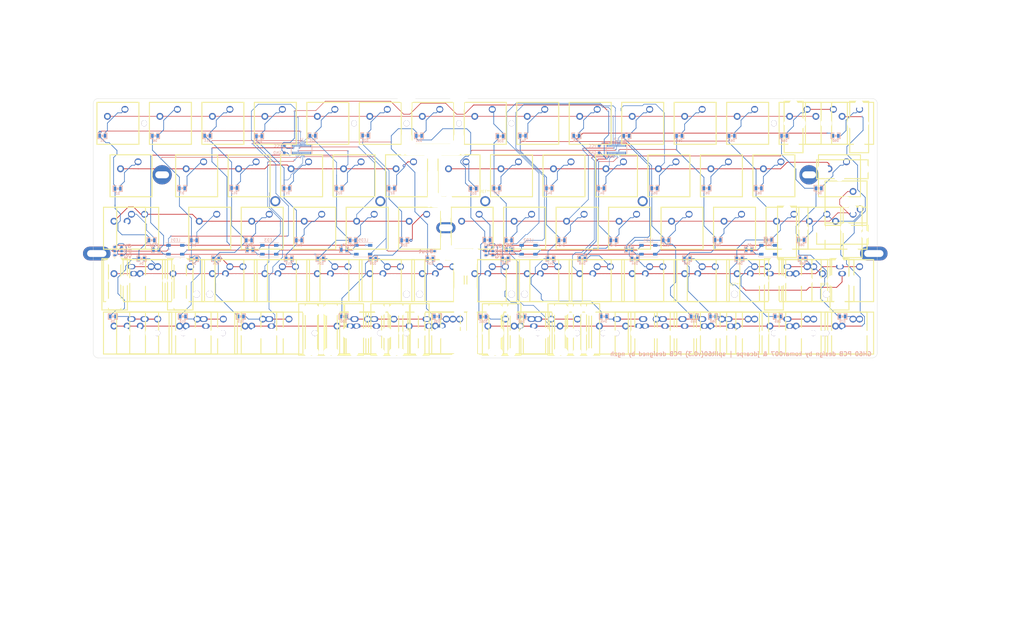
<source format=kicad_pcb>
(kicad_pcb (version 20211014) (generator pcbnew)
  (title_block (title "GH60") (date "20 jan 2014") (rev "B") (company "geekhack GH60 design team"))
  (layers (0 "F.Cu" signal) (31 "B.Cu" signal) (34 "B.Paste" user) (35 "F.Paste" user) (36 "B.SilkS" user "B.Silkscreen") (37 "F.SilkS" user "F.Silkscreen") (38 "B.Mask" user) (39 "F.Mask" user) (44 "Edge.Cuts" user))
  (net 0 "")
  (net 1 "/GPIO0")
  (net 2 "GND")
  (net 3 "VCC")
  (net 4 "/col1")
  (net 5 "/col2")
  (net 6 "Net-(D10-Pad2)")
  (net 7 "/col3")
  (net 8 "Net-(D11-Pad2)")
  (net 9 "Net-(D12-Pad2)")
  (net 10 "Net-(D13-Pad2)")
  (net 11 "Net-(D14-Pad2)")
  (net 12 "Net-(D15-Pad2)")
  (net 13 "/col4")
  (net 14 "Net-(D16-Pad2)")
  (net 15 "Net-(D17-Pad2)")
  (net 16 "Net-(D18-Pad2)")
  (net 17 "Net-(D19-Pad2)")
  (net 18 "/col5")
  (net 19 "Net-(D21-Pad2)")
  (net 20 "Net-(D22-Pad2)")
  (net 21 "Net-(D23-Pad2)")
  (net 22 "Net-(D24-Pad2)")
  (net 23 "/col6")
  (net 24 "Net-(D26-Pad2)")
  (net 25 "Net-(D27-Pad2)")
  (net 26 "Net-(D28-Pad2)")
  (net 27 "Net-(D29-Pad2)")
  (net 28 "Net-(D30-Pad2)")
  (net 29 "/col7")
  (net 30 "Net-(D31-Pad2)")
  (net 31 "Net-(D32-Pad2)")
  (net 32 "Net-(D33-Pad2)")
  (net 33 "Net-(D34-Pad2)")
  (net 34 "Net-(D36-Pad2)")
  (net 35 "Net-(D37-Pad2)")
  (net 36 "Net-(D38-Pad2)")
  (net 37 "Net-(D39-Pad2)")
  (net 38 "Net-(D41-Pad2)")
  (net 39 "Net-(D42-Pad2)")
  (net 40 "Net-(D43-Pad2)")
  (net 41 "Net-(D44-Pad2)")
  (net 42 "Net-(D46-Pad2)")
  (net 43 "Net-(D47-Pad2)")
  (net 44 "Net-(D48-Pad2)")
  (net 45 "Net-(D49-Pad2)")
  (net 46 "Net-(D50-Pad2)")
  (net 47 "Net-(D51-Pad2)")
  (net 48 "Net-(D52-Pad2)")
  (net 49 "Net-(D53-Pad2)")
  (net 50 "Net-(D54-Pad2)")
  (net 51 "Net-(D55-Pad2)")
  (net 52 "Net-(D56-Pad2)")
  (net 53 "Net-(D57-Pad2)")
  (net 54 "Net-(D58-Pad2)")
  (net 55 "Net-(D59-Pad2)")
  (net 56 "Net-(D60-Pad2)")
  (net 57 "Net-(D61-Pad2)")
  (net 58 "Net-(D62-Pad2)")
  (net 59 "Net-(D63-Pad2)")
  (net 60 "Net-(D64-Pad2)")
  (net 61 "Net-(D65-Pad2)")
  (net 62 "Net-(D66-Pad2)")
  (net 63 "Net-(D67-Pad2)")
  (net 64 "Net-(D68-Pad2)")
  (net 65 "Net-(D69-Pad2)")
  (net 66 "Net-(D70-Pad2)")
  (net 67 "/row1")
  (net 68 "/row2")
  (net 69 "/row3")
  (net 70 "/row4")
  (net 71 "/row5")
  (net 72 "Net-(D1-Pad2)")
  (net 73 "Net-(D2-Pad2)")
  (net 74 "Net-(D3-Pad2)")
  (net 75 "Net-(D4-Pad2)")
  (net 76 "Net-(D5-Pad2)")
  (net 77 "Net-(D6-Pad2)")
  (net 78 "Net-(D7-Pad2)")
  (net 79 "Net-(D8-Pad2)")
  (net 80 "Net-(D9-Pad2)")
  (net 81 "Net-(D40-Pad2)")
  (net 82 "/col8-r")
  (net 83 "/col9-r")
  (net 84 "/col10-r")
  (net 85 "/col11-r")
  (net 86 "/col12-r")
  (net 87 "/col13-r")
  (net 88 "/col14-r")
  (net 89 "/VCC-r")
  (net 90 "/GPIO0-r")
  (net 91 "/row2-r")
  (net 92 "/row5-r")
  (net 93 "Net-(D35-Pad2)")
  (net 94 "Net-(D45-Pad2)")
  (net 95 "Net-(D351-Pad2)")
  (net 96 "/GPIO0_out")
  (net 97 "Net-(LED1-Pad2)")
  (net 98 "Net-(LED2-Pad2)")
  (net 99 "Net-(LED3-Pad2)")
  (net 100 "Net-(LED4-Pad2)")
  (net 102 "/row4-r")
  (net 129 "unconnected-(J2-Pad3)")
  (net 130 "unconnected-(J2-Pad4)")
  (net 131 "/row3-r")
  (footprint "mx1a:MX1A" (layer "F.Cu") (at 157.1625 92.87002)
    (fp_text reference "S22" hide)
    (fp_text value "MX1A" hide)
  )
  (footprint "mx1a:MX1A" (layer "F.Cu") (at 195.2625 92.87002)
    (fp_text reference "S32" hide)
    (fp_text value "MX1A" hide)
  )
  (footprint "mx1a:MX1A" (layer "F.Cu") (at 214.3125 92.87002)
    (fp_text reference "S37" hide)
    (fp_text value "MX1A" hide)
  )
  (footprint "mx1a:MX1A" (layer "F.Cu") (at 233.3625 92.87002)
    (fp_text reference "S42" hide)
    (fp_text value "MX1A" hide)
  )
  (footprint "mx1a:MX1A" (layer "F.Cu") (at 252.4125 92.87002)
    (fp_text reference "S47" hide)
    (fp_text value "MX1A" hide)
  )
  (footprint "mx1a:MX1A" (layer "F.Cu") (at 271.4625 92.87002)
    (fp_text reference "S52" hide)
    (fp_text value "MX1A" hide)
  )
  (footprint "mx1a:MX1A" (layer "F.Cu") (at 290.5125 92.87002)
    (fp_text reference "S57" hide)
    (fp_text value "MX1A" hide)
  )
  (footprint "mx1a:MX1A" (layer "F.Cu") (at 123.825 111.92002)
    (fp_text reference "S13" hide)
    (fp_text value "MX1A" hide)
  )
  (footprint "mx1a:MX1A" (layer "F.Cu") (at 142.875 111.92002)
    (fp_text reference "S18" hide)
    (fp_text value "MX1A" hide)
  )
  (footprint "mx1a:MX1A" (layer "F.Cu") (at 161.925 111.92002)
    (fp_text reference "S23" hide)
    (fp_text value "MX1A" hide)
  )
  (footprint "mx1a:MX1A" (layer "F.Cu") (at 180.975 111.92002)
    (fp_text reference "S28" hide)
    (fp_text value "MX1A" hide)
  )
  (footprint "mx1a:MX1A" (layer "F.Cu") (at 200.025 111.92002)
    (fp_text reference "S33" hide)
    (fp_text value "MX1A" hide)
  )
  (footprint "mx1a:MX1A" (layer "F.Cu") (at 219.075 111.92002)
    (fp_text reference "S38" hide)
    (fp_text value "MX1A" hide)
  )
  (footprint "mx1a:MX1A" (layer "F.Cu") (at 109.5375 73.82002)
    (fp_text reference "S11" hide)
    (fp_text value "MX1A" hide)
  )
  (footprint "mx1a:MX1A" (layer "F.Cu") (at 128.5875 73.82002)
    (fp_text reference "S16" hide)
    (fp_text value "MX1A" hide)
  )
  (footprint "mx1a:MX1A" (layer "F.Cu") (at 147.6375 73.82002)
    (fp_text reference "S21" hide)
    (fp_text value "MX1A" hide)
  )
  (footprint "mx1a:MX1A" (layer "F.Cu") (at 166.6875 73.82002)
    (fp_text reference "S26" hide)
    (fp_text value "MX1A" hide)
  )
  (footprint "mx1a:MX1A" (layer "F.Cu") (at 185.7375 73.82002)
    (fp_text reference "S31" hide)
    (fp_text value "MX1A" hide)
  )
  (footprint "mx1a:MX1A" (layer "F.Cu") (at 204.7875 73.82002)
    (fp_text reference "S36" hide)
    (fp_text value "MX1A" hide)
  )
  (footprint "mx1a:MX1A" (layer "F.Cu") (at 223.8375 73.82002)
    (fp_text reference "S41" hide)
    (fp_text value "MX1A" hide)
  )
  (footprint "mx1a:MX1A" (layer "F.Cu") (at 242.8875 73.82002)
    (fp_text reference "S46" hide)
    (fp_text value "MX1A" hide)
  )
  (footprint "mx1a:MX1A" (layer "F.Cu") (at 280.9875 73.82002)
    (fp_text reference "S56" hide)
    (fp_text value "MX1A" hide)
  )
  (footprint "mx1a:MX1A" (layer "F.Cu") (at 300.0375 73.82002)
    (fp_text reference "S61" hide)
    (fp_text value "MX1A" hide)
  )
  (footprint "mx1a:MX1A" (layer "F.Cu") (at 119.0625 92.87002)
    (fp_text reference "S12" hide)
    (fp_text value "MX1A" hide)
  )
  (footprint "mx1a:MX1A" (layer "F.Cu") (at 138.1125 92.87002)
    (fp_text reference "S17" hide)
    (fp_text value "MX1A" hide)
  )
  (footprint "mx1a:MX1A" (layer "F.Cu") (at 304.8 130.96875)
    (fp_text reference "S64" hide)
    (fp_text value "MX1A" hide)
  )
  (footprint "mx1a:MX1A" (layer "F.Cu") (at 321.46875 130.97002)
    (fp_text reference "S69" hide)
    (fp_text value "MX1A" hide)
  )
  (footprint "mx1a:MX1A" (layer "F.Cu") (at 130.96875 150.01875)
    (fp_text reference "S15" hide)
    (fp_text value "MX1A" hide)
  )
  (footprint "mx1a:MX1A" (layer "F.Cu") (at 161.925 150.01875)
    (fp_text reference "S30" hide)
    (fp_text value "MX1A" hide)
  )
  (footprint "mx1a:MX1A" (layer "F.Cu") (at 273.84375 150.01875)
    (fp_text reference "S55" hide)
    (fp_text value "MX1A" hide)
  )
  (footprint "mx1a:MX1A" (layer "F.Cu") (at 321.46875 150.01875)
    (fp_text reference "S65" hide)
    (fp_text value "MX1A" hide)
  )
  (footprint "mx1a:MX1A" (layer "F.Cu") (at 338.1375 150.01875)
    (fp_text reference "S70" hide)
    (fp_text value "MX1A" hide)
  )
  (footprint "mx1a:MX1A" (layer "F.Cu") (at 238.125 111.92002)
    (fp_text reference "S43" hide)
    (fp_text value "MX1A" hide)
  )
  (footprint "mx1a:MX1A" (layer "F.Cu") (at 257.175 111.92002)
    (fp_text reference "S48" hide)
    (fp_text value "MX1A" hide)
  )
  (footprint "mx1a:MX1A" (layer "F.Cu") (at 276.225 111.92002)
    (fp_text reference "S53" hide)
    (fp_text value "MX1A" hide)
  )
  (footprint "mx1a:MX1A" (layer "F.Cu") (at 295.275 111.92002)
    (fp_text reference "S58" hide)
    (fp_text value "MX1A" hide)
  )
  (footprint "mx1a:MX1A_no3d" (layer "F.Cu") (at 314.325 111.92002)
    (fp_text reference "S63" hide)
    (fp_text value "MX1A" hide)
  )
  (footprint "mx1a:MX1A" (layer "F.Cu") (at 114.3 130.97002)
    (fp_text reference "S14" hide)
    (fp_text value "MX1A" hide)
  )
  (footprint "mx1a:MX1A" (layer "F.Cu") (at 133.35 130.97002)
    (fp_text reference "S19" hide)
    (fp_text value "MX1A" hide)
  )
  (footprint "mx1a:MX1A" (layer "F.Cu") (at 152.4 130.97002)
    (fp_text reference "S24" hide)
    (fp_text value "MX1A" hide)
  )
  (footprint "mx1a:MX1A" (layer "F.Cu") (at 171.45 130.97002)
    (fp_text reference "S29" hide)
    (fp_text value "MX1A" hide)
  )
  (footprint "mx1a:MX1A" (layer "F.Cu") (at 190.5 130.97002)
    (fp_text reference "S34" hide)
    (fp_text value "MX1A" hide)
  )
  (footprint "mx1a:MX1A" (layer "F.Cu") (at 209.55 130.97002)
    (fp_text reference "S39" hide)
    (fp_text value "MX1A" hide)
  )
  (footprint "mx1a:MX1A" (layer "F.Cu") (at 228.6 130.97002)
    (fp_text reference "S44" hide)
    (fp_text value "MX1A" hide)
  )
  (footprint "mx1a:MX1A" (layer "F.Cu") (at 247.65 130.97002)
    (fp_text reference "S49" hide)
    (fp_text value "MX1A" hide)
  )
  (footprint "mx1a:MX1A" (layer "F.Cu") (at 266.7 130.97002)
    (fp_text reference "S54" hide)
    (fp_text value "MX1A" hide)
  )
  (footprint "mx1a:MX1A" (layer "F.Cu") (at 285.75 130.97002)
    (fp_text reference "S59" hide)
    (fp_text value "MX1A" hide)
  )
  (footprint "mx1a:MX1A_no3d" (layer "F.Cu") (at 338.1375 130.96875)
    (fp_text reference "S641" hide)
    (fp_text value "MX1A" hide)
  )
  (footprint "mx1a:MX1A_no3d" (layer "F.Cu") (at 280.9875 150.01875)
    (fp_text reference "S552" hide)
    (fp_text value "MX1A" hide)
  )
  (footprint "mx1a:MX1A_no3d" (layer "F.Cu") (at 121.44375 150.01875)
    (fp_text reference "S151" hide)
    (fp_text value "MX1A" hide)
  )
  (footprint "mx1a:MX1A_no3d" (layer "F.Cu") (at 335.75625 150.01875)
    (fp_text reference "S7012" hide)
    (fp_text value "MX1A" hide)
  )
  (footprint "mx1a:MX1A_no3d" (layer "F.Cu") (at 335.75625 102.39375 -90)
    (fp_text reference "S681" hide)
    (fp_text value "MX1A" hide)
  )
  (footprint "mx1a:MX1A" (layer "F.Cu") (at 261.9375 73.82002)
    (fp_text reference "S51" hide)
    (fp_text value "MX1A" hide)
  )
  (footprint "mx1a:MX1A_no3d" (layer "F.Cu") (at 180.975 150.01875)
    (fp_text reference "S302" hide)
    (fp_text value "MX1A" hide)
  )
  (footprint "mx1a:MXST" (layer "F.Cu") (at 71.4375 130.97002)
    (fp_text reference "MXST" hide)
    (fp_text value "VAL**" hide)
  )
  (footprint "mx1a:MXST" (layer "F.Cu") (at 95.25 130.97002)
    (fp_text reference "MXST" hide)
    (fp_text value "VAL**" hide)
  )
  (footprint "mx1a:MXST" (layer "F.Cu") (at 333.375 130.96875)
    (fp_text reference "MXST" hide)
    (fp_text value "VAL**" hide)
  )
  (footprint "mx1a:MXST" (layer "F.Cu") (at 309.5625 130.97002)
    (fp_text reference "MXST" hide)
    (fp_text value "VAL**" hide)
  )
  (footprint "mx1a:MXST" (layer "F.Cu") (at 338.1375 111.91875)
    (fp_text reference "MXST" hide)
    (fp_text value "VAL**" hide)
  )
  (footprint "mx1a:MXST" (layer "F.Cu") (at 314.325 111.92002)
    (fp_text reference "MXST" hide)
    (fp_text value "VAL**" hide)
  )
  (footprint "mx1a:MXST" (layer "F.Cu") (at 335.75752 90.4875 -90)
    (fp_text reference "MXST" hide)
    (fp_text value "VAL**" hide)
  )
  (footprint "mx1a:MXST" (layer "F.Cu") (at 335.75752 114.3 -90)
    (fp_text reference "MXST" hide)
    (fp_text value "VAL**" hide)
  )
  (footprint "mx1a:MXST" (layer "F.Cu") (at 207.16875 150.02002 180)
    (fp_text reference "MXST" hide)
    (fp_text value "VAL**" hide)
  )
  (footprint "hole:PKRH" (layer "F.Cu") (at 322.3399 92.5208)
    (fp_text reference "HOLE" hide)
    (fp_text value "VAL**" hide)
  )
  (footprint "mx1a:MX1A_no3d" (layer "F.Cu") (at 311.94375 130.96875)
    (fp_text reference "S692" hide)
    (fp_text value "MX1A" hide)
  )
  (footprint "mx1a:MX1A" (layer "F.Cu") (at 326.23125 111.91875)
    (fp_text reference "S68" hide)
    (fp_text value "MX1A" hide)
  )
  (footprint "mx1a:MX1A" (layer "F.Cu") (at 328.6125 73.82002)
    (fp_text reference "S66" hide)
    (fp_text value "MX1A" hide)
  )
  (footprint "mx1a:MXST" (layer "F.Cu") (at 340.52002 73.82002)
    (fp_text reference "MXST" hide)
    (fp_text value "VAL**" hide)
  )
  (footprint "mx1a:MXST" (layer "F.Cu") (at 316.70752 73.82002)
    (fp_text reference "MXST" hide)
    (fp_text value "VAL**" hide)
  )
  (footprint "mx1a:MX1A" (layer "F.Cu") (at 176.2125 92.87002)
    (fp_text reference "S27" hide)
    (fp_text value "MX1A" hide)
  )
  (footprint "mx1a:MX1A" (layer "F.Cu") (at 309.5625 92.87002)
    (fp_text reference "S62" hide)
    (fp_text value "MX1A" hide)
  )
  (footprint "mx1a:MXST" (layer "F.Cu") (at 214.3125 150.02002 180)
    (fp_text reference "MXST" hide)
    (fp_text value "VAL**" hide)
  )
  (footprint "hole:PKRHSL" (layer "F.Cu") (at 345.8312 121.1212)
    (fp_text reference "HOLE" hide)
    (fp_text value "VAL**" hide)
  )
  (footprint "mx1a:MX1A_no3d" (layer "F.Cu") (at 154.78125 150.01875)
    (fp_text reference "S301" hide)
    (fp_text value "MX1A" hide)
  )
  (footprint "mx1a:MX1A_no3d" (layer "F.Cu") (at 335.75625 111.91875)
    (fp_text reference "S682" hide)
    (fp_text value "MX1A" hide)
  )
  (footprint "mx1a:MX1A_no3d" (layer "F.Cu") (at 288.13125 150.01875)
    (fp_text reference "S601" hide)
    (fp_text value "MX1A" hide)
  )
  (footprint "mx1a:MX1A" (layer "F.Cu") (at 297.65625 150.01875)
    (fp_text reference "S60" hide)
    (fp_text value "MX1A" hide)
  )
  (footprint "mx1a:MX1A_no3d" (layer "F.Cu") (at 97.63125 150.01875)
    (fp_text reference "S101" hide)
    (fp_text value "MX1A" hide)
  )
  (footprint "mx1a:MX1A" (layer "F.Cu") (at 107.15625 150.01875)
    (fp_text reference "S10" hide)
    (fp_text value "MX1A" hide)
  )
  (footprint "mx1a:MX1A_no3d" (layer "F.Cu") (at 319.0875 73.81875)
    (fp_text reference "S661" hide)
    (fp_text value "MX1A" hide)
  )
  (footprint "mx1a:MX1A_no3d" (layer "F.Cu") (at 338.1375 73.81875)
    (fp_text reference "S50" hide)
    (fp_text value "MX1A" hide)
  )
  (footprint "mx1a:MX1A_no3d" (layer "F.Cu") (at 330.99375 130.96875)
    (fp_text reference "S691" hide)
    (fp_text value "MX1A" hide)
  )
  (footprint "mx1a:MX1A" (layer "F.Cu") (at 333.375 92.86875)
    (fp_text reference "S67" hide)
    (fp_text value "MX1A" hide)
  )
  (footprint "hole:PKRHC" (layer "F.Cu") (at 87.4893 92.5208)
    (fp_text reference "HOLE" hide)
    (fp_text value "VAL**" hide)
  )
  (footprint "mx1a:MX1A" (layer "F.Cu") (at 71.4375 73.81875)
    (fp_text reference "S1" hide)
    (fp_text value "MX1A" hide)
  )
  (footprint "mx1a:MX1A" (layer "F.Cu") (at 76.2 92.87002)
    (fp_text reference "S2" hide)
    (fp_text value "MX1A" hide)
  )
  (footprint "mx1a:MX1A" (layer "F.Cu") (at 73.82002 111.92002)
    (fp_text reference "S3" hide)
    (fp_text value "MX1A" hide)
  )
  (footprint "mx1a:MX1A" (layer "F.Cu") (at 83.34375 150.01875)
    (fp_text reference "S5" hide)
    (fp_text value "MX1A" hide)
  )
  (footprint "mx1a:MX1A" (layer "F.Cu") (at 90.4875 73.81875)
    (fp_text reference "S6" hide)
    (fp_text value "MX1A" hide)
  )
  (footprint "mx1a:MX1A" (layer "F.Cu") (at 100.0125 92.87002)
    (fp_text reference "S7" hide)
    (fp_text value "MX1A" hide)
  )
  (footprint "mx1a:MX1A" (layer "F.Cu") (at 104.775 111.92002)
    (fp_text reference "S8" hide)
    (fp_text value "MX1A" hide)
  )
  (footprint "mx1a:MX1A_no3d" (layer "F.Cu") (at 95.25 130.96875)
    (fp_text reference "S9" hide)
    (fp_text value "MX1A" hide)
  )
  (footprint "mx1a:MX1A_no3d" (layer "F.Cu") (at 78.60792 111.95304)
    (fp_text reference "S311" hide)
    (fp_text value "MX1A" hide)
  )
  (footprint "mx1a:MX1A_no3d" (layer "F.Cu") (at 73.81875 130.96875)
    (fp_text reference "S411" hide)
    (fp_text value "MX1A" hide)
  )
  (footprint "mx1a:MX1A" (layer "F.Cu") (at 219.075 150.01875)
    (fp_text reference "S40" hide)
    (fp_text value "MX1A" hide)
  )
  (footprint "mx1a:MX1A_no3d" (layer "F.Cu") (at 226.21875 150.01875)
    (fp_text reference "S401" hide)
    (fp_text value "MX1A" hide)
  )
  (footprint "mx1a:MX1A_no3d" (layer "F.Cu") (at 235.74375 150.01875)
    (fp_text reference "S402" hide)
    (fp_text value "MX1A" hide)
  )
  (footprint "mx1a:MX1A_no3d" (layer "F.Cu") (at 73.81875 150.00732)
    (fp_text reference "S511" hide)
    (fp_text value "MX1A" hide)
  )
  (footprint "mx1a:MXST" (layer "F.Cu") (at 173.83125 150.02002 180)
    (fp_text reference "MXST" hide)
    (fp_text value "VAL**" hide)
  )
  (footprint "mx1a:MXST" (layer "F.Cu") (at 150.01875 150.02002 180)
    (fp_text reference "MXST" hide)
    (fp_text value "VAL**" hide)
  )
  (footprint "mx1a:MXST" (layer "F.Cu") (at 166.6875 150.02002 180)
    (fp_text reference "MXST" hide)
    (fp_text value "VAL**" hide)
  )
  (footprint "mx1a:MXST" (layer "F.Cu") (at 140.49375 150.02002 180)
    (fp_text reference "MXST" hide)
    (fp_text value "VAL**" hide)
  )
  (footprint "mx1a:MXST" (layer "F.Cu") (at 230.98125 150.02002 180)
    (fp_text reference "MXST" hide)
    (fp_text value "VAL**" hide)
  )
  (footprint "mx1a:MXST" (layer "F.Cu") (at 238.125 150.02002 180)
    (fp_text reference "MXST" hide)
    (fp_text value "VAL**" hide)
  )
  (footprint "mx1a:MX1A" (layer "F.Cu") (at 83.34375 130.96875)
    (fp_text reference "S4" hide)
    (fp_text value "MX1A" hide)
  )
  (footprint "hole:PKRH" (layer "F.Cu") (at 190.5 111.76)
    (fp_text reference "HOLE" hide)
    (fp_text value "VAL**" hide)
  )
  (footprint "mx1a:MXST" (layer "F.Cu") (at 242.8875 150.02002 180)
    (fp_text reference "MXST" hide)
    (fp_text value "VAL**" hide)
  )
  (footprint "hole:PKRHSL" (layer "F.Cu") (at 63.7489 121.1212)
    (fp_text reference "HOLE" hide)
    (fp_text value "VAL**" hide)
  )
  (footprint "mx1a:MXST" (layer "F.Cu") (at 142.875 150.02002 180)
    (fp_text reference "MXST" hide)
    (fp_text value "VAL**" hide)
  )
  (footprint "Mounting_Holes:MountingHole_2.5mm" (layer "F.Cu") (at 166.6875 102.1)
    (fp_text reference "REF**" hide)
    (fp_text value "MountingHole_2.5mm")
  )
  (footprint "Mounting_Holes:MountingHole_2.5mm" (layer "F.Cu") (at 204.7875 102.1)
    (fp_text reference "REF**")
    (fp_text value "MountingHole_2.5mm")
  )
  (footprint "Mounting_Holes:MountingHole_2.5mm" (layer "F.Cu") (at 128.58751 102.1)
    (fp_text reference "REF**" hide)
    (fp_text value "MountingHole_2.5mm")
  )
  (footprint "Mounting_Holes:MountingHole_2.5mm" (layer "F.Cu") (at 261.93749 102.1)
    (fp_text reference "REF**" hide)
    (fp_text value "MountingHole_2.5mm")
  )
  (footprint "hole:PKRH" (layer "F.Cu") (at 190.5 83.34502)
    (fp_text reference "HOLE" hide)
    (fp_text value "VAL**" hide)
  )
  (footprint "hole:PKRH" (layer "F.Cu") (at 188 102.2)
    (fp_text reference "HOLE" hide)
    (fp_text value "VAL**" hide)
  )
  (footprint "hole:PKRH" (layer "F.Cu") (at 193.68125 121.20498)
    (fp_text reference "HOLE" hide)
    (fp_text value "VAL**" hide)
  )
  (footprint "hole:PKRH" (layer "F.Cu") (at 190.20498 105.31875 90)
    (fp_text reference "HOLE" hide)
    (fp_text value "VAL**" hide)
  )
  (footprint "hole:PKRH" (layer "F.Cu") (at 190.40498 118.6 90)
    (fp_text reference "HOLE" hide)
    (fp_text value "VAL**" hide)
  )
  (footprint "hole:PKRH" (layer "F.Cu") (at 185.60498 100.51875 90)
    (fp_text reference "HOLE" hide)
    (fp_text value "VAL**" hide)
  )
  (footprint "hole:PKRH" (layer "F.Cu") (at 185.60498 84.61875 90)
    (fp_text reference "HOLE" hide)
    (fp_text value "VAL**" hide)
  )
  (footprint "hole:PKRH" (layer "F.Cu") (at 195.00498 67.31875 90)
    (fp_text reference "HOLE" hide)
    (fp_text value "VAL**" hide)
  )
  (footprint "hole:PKRH" (layer "F.Cu") (at 193.6 64.63 90)
    (fp_text reference "HOLE" hide)
    (fp_text value "VAL**" hide)
  )
  (footprint "hole:PKRH" (layer "F.Cu") (at 196.91 64.63 90)
    (fp_text reference "HOLE" hide)
    (fp_text value "VAL**" hide)
  )
  (footprint "hole:PKRH" (layer "F.Cu") (at 187.6 85.4 90)
    (fp_text reference "HOLE" hide)
    (fp_text value "VAL**" hide)
  )
  (footprint "hole:PKRH" (layer "F.Cu") (at 187.6 100.4 90)
    (fp_text reference "HOLE" hide)
    (fp_text value "VAL**" hide)
  )
  (footprint "hole:PKRH" (layer "F.Cu") (at 188.7 104.4 90)
    (fp_text reference "HOLE" hide)
    (fp_text value "VAL**" hide)
  )
  (footprint "hole:PKRH" (layer "F.Cu") (at 192.3 119.4 90)
    (fp_text reference "HOLE" hide)
    (fp_text value "VAL**" hide)
  )
  (footprint "hole:PKRH" (layer "F.Cu") (at 200.025 123.4 90)
    (fp_text reference "HOLE" hide)
    (fp_text value "VAL**" hide)
  )
  (footprint "hole:PKRH" (layer "F.Cu") (at 197.64375 125.2 90)
    (fp_text reference "HOLE" hide)
    (fp_text value "VAL**" hide)
  )
  (footprint "hole:PKRH" (layer "F.Cu") (at 197.64375 147.3 90)
    (fp_text reference "HOLE" hide)
    (fp_text value "VAL**" hide)
  )
  (footprint "hole:PKRH" (layer "F.Cu") (at 197.64375 155.1 90)
    (fp_text reference "HOLE" hide)
    (fp_text value "VAL**" hide)
  )
  (footprint "hole:PKRH" (layer "F.Cu") (at 200.025 155.2 90)
    (fp_text reference "HOLE" hide)
    (fp_text value "VAL**" hide)
  )
  (footprint "hole:PKRH" (layer "F.Cu") (at 200 146.8 90)
    (fp_text reference "HOLE" hide)
    (fp_text value "VAL**" hide)
  )
  (footprint "hole:PKRH" (layer "F.Cu") (at 198.3 159.2 90)
    (fp_text reference "HOLE" hide)
    (fp_text value "VAL**" hide)
  )
  (footprint "hole:PKRH" (layer "F.Cu") (at 201.7 159.2 90)
    (fp_text reference "HOLE" hide)
    (fp_text value "VAL**" hide)
  )
  (footprint "hole:PKRH" (layer "F.Cu") (at 197.64375 136.8 90)
    (fp_text reference "HOLE" hide)
    (fp_text value "VAL**" hide)
  )
  (footprint "hole:PKRH" (layer "F.Cu") (at 200 138.3 90)
    (fp_text reference "HOLE" hide)
    (fp_text value "VAL**" hide)
  )
  (footprint "hole:PKRH" (layer "F.Cu") (at 185.60498 95 90)
    (fp_text reference "HOLE" hide)
    (fp_text value "VAL**" hide)
  )
  (footprint "hole:PKRH" (layer "F.Cu") (at 195 80.3 90)
    (fp_text reference "HOLE" hide)
    (fp_text value "VAL**" hide)
  )
  (footprint "hole:PKRH" (layer "F.Cu") (at 193.3 81.3 90)
    (fp_text reference "HOLE" hide)
    (fp_text value "VAL**" hide)
  )
  (footprint "hole:PKRH" (layer "F.Cu") (at 196.67 84.02 90)
    (fp_text reference "HOLE" hide)
    (fp_text value "VAL**" hide)
  )
  (footprint "hole:PKRH" (layer "F.Cu") (at 184.3 103 90)
    (fp_text reference "HOLE" hide)
    (fp_text value "VAL**" hide)
  )
  (footprint "hole:PKRH" (layer "F.Cu") (at 191.6 101.1 90)
    (fp_text reference "HOLE" hide)
    (fp_text value "VAL**" hide)
  )
  (footprint "hole:PKRH" (layer "F.Cu") (at 189.3 122.6 90)
    (fp_text reference "HOLE" hide)
    (fp_text value "VAL**" hide)
  )
  (footprint "hole:PKRH" (layer "F.Cu") (at 201.24 119.645 90)
    (fp_text reference "HOLE" hide)
    (fp_text value "VAL**" hide)
  )
  (footprint "mx1a:MX1A_no3d" (layer "F.Cu") (at 190.5 150.01875)
    (fp_text reference "S35" hide)
    (fp_text value "MX1A" hide)
  )
  (footprint "mx1a:MX1A_no3d" (layer "F.Cu") (at 188.11875 150.01875)
    (fp_text reference "S351" hide)
    (fp_text value "MX1A" hide)
  )
  (footprint "mx1a:MX1A_no3d" (layer "F.Cu") (at 192.97269 150.01875)
    (fp_text reference "S352" hide)
    (fp_text value "MX1A" hide)
  )
  (footprint "hole:PKRH" (layer "F.Cu") (at 175.94248 67.30875 90)
    (fp_text reference "HOLE" hide)
    (fp_text value "VAL**" hide)
  )
  (footprint "hole:PKRH" (layer "F.Cu") (at 175.95 80.29875 90)
    (fp_text reference "HOLE" hide)
    (fp_text value "VAL**" hide)
  )
  (footprint "hole:PKRH" (layer "F.Cu") (at 177.87 64.63 90)
    (fp_text reference "HOLE" hide)
    (fp_text value "VAL**" hide)
  )
  (footprint "hole:PKRH" (layer "F.Cu") (at 174.55 64.62 90)
    (fp_text reference "HOLE" hide)
    (fp_text value "VAL**" hide)
  )
  (footprint "hole:PKRH" (layer "F.Cu") (at 189.72 82.2)
    (fp_text reference "HOLE" hide)
    (fp_text value "VAL**" hide)
  )
  (footprint "hole:PKRH" (layer "F.Cu") (at 183.9 86.2 90)
    (fp_text reference "HOLE" hide)
    (fp_text value "VAL**" hide)
  )
  (footprint "hole:PKRH" (layer "F.Cu") (at 178.1 81.3 90)
    (fp_text reference "HOLE" hide)
    (fp_text value "VAL**" hide)
  )
  (footprint "mx1a:MX1A" (layer "F.Cu") (at 250.03125 150.01875)
    (fp_text reference "S45" hide)
    (fp_text value "MX1A" hide)
  )
  (footprint "mx1a:MX1A_no3d" (layer "F.Cu") (at 109.5375 130.97002)
    (fp_text reference "S141" hide)
    (fp_text value "MX1A" hide)
  )
  (footprint "mx1a:MX1A_no3d" (layer "F.Cu") (at 128.5875 130.97002)
    (fp_text reference "S191" hide)
    (fp_text value "MX1A" hide)
  )
  (footprint "mx1a:MX1A_no3d" (layer "F.Cu") (at 147.6375 130.97002)
    (fp_text reference "S241" hide)
    (fp_text value "MX1A" hide)
  )
  (footprint "mx1a:MX1A_no3d" (layer "F.Cu") (at 166.6875 130.97002)
    (fp_text reference "S291" hide)
    (fp_text value "MX1A" hide)
  )
  (footprint "mx1a:MX1A_no3d" (layer "F.Cu") (at 169.06875 150.01875)
    (fp_text reference "S303" hide)
    (fp_text value "MX1A" hide)
  )
  (footprint "mx1a:MX1A_no3d" (layer "F.Cu") (at 185.7375 130.97002)
    (fp_text reference "S341" hide)
    (fp_text value "MX1A" hide)
  )
  (footprint "mx1a:MX1A_no3d" (layer "F.Cu") (at 209.55 150.01875)
    (fp_text reference "S353" hide)
    (fp_text value "MX1A" hide)
  )
  (footprint "mx1a:MX1A_no3d" (layer "F.Cu") (at 204.7875 130.97002)
    (fp_text reference "S391" hide)
    (fp_text value "MX1A" hide)
  )
  (footprint "mx1a:MX1A_no3d" (layer "F.Cu") (at 221.45625 150.01875)
    (fp_text reference "S403" hide)
    (fp_text value "MX1A" hide)
  )
  (footprint "mx1a:MX1A_no3d" (layer "F.Cu") (at 80.9625 130.96875)
    (fp_text reference "S412" hide)
    (fp_text value "MX1A" hide)
  )
  (footprint "mx1a:MX1A_no3d" (layer "F.Cu") (at 223.8375 130.97002)
    (fp_text reference "S441" hide)
    (fp_text value "MX1A" hide)
  )
  (footprint "mx1a:MX1A_no3d" (layer "F.Cu") (at 242.8875 130.97002)
    (fp_text reference "S491" hide)
    (fp_text value "MX1A" hide)
  )
  (footprint "mx1a:MX1A_no3d" (layer "F.Cu") (at 78.58125 150.01875)
    (fp_text reference "S512" hide)
    (fp_text value "MX1A" hide)
  )
  (footprint "mx1a:MX1A_no3d" (layer "F.Cu") (at 261.9375 130.97002)
    (fp_text reference "S541" hide)
    (fp_text value "MX1A" hide)
  )
  (footprint "mx1a:MX1A_no3d" (layer "F.Cu") (at 280.9875 130.97002)
    (fp_text reference "S591" hide)
    (fp_text value "MX1A" hide)
  )
  (footprint "mx1a:MX1A_no3d" (layer "F.Cu") (at 300.0375 150.01875)
    (fp_text reference "S602" hide)
    (fp_text value "MX1A" hide)
  )
  (footprint "mx1a:MX1A_no3d" (layer "F.Cu") (at 300.0375 130.97002)
    (fp_text reference "S642" hide)
    (fp_text value "MX1A" hide)
  )
  (footprint "mx1a:MX1A_no3d" (layer "F.Cu") (at 311.94375 150.01875)
    (fp_text reference "S651" hide)
    (fp_text value "MX1A" hide)
  )
  (footprint "mx1a:MX1A_no3d" (layer "F.Cu") (at 319.0875 150.01875)
    (fp_text reference "S652" hide)
    (fp_text value "MX1A" hide)
  )
  (footprint "mx1a:MX1A_no3d" (layer "F.Cu") (at 319.0875 130.97002)
    (fp_text reference "S693" hide)
    (fp_text value "MX1A" hide)
  )
  (footprint "mx1a:MX1A_no3d" (layer "F.Cu") (at 264.31875 150.01875)
    (fp_text reference "S551" hide)
    (fp_text value "MX1A" hide)
  )
  (footprint "mx1a:MX1A_no3d" (layer "F.Cu") (at 259.55625 150.01875)
    (fp_text reference "S451" hide)
    (fp_text value "MX1A" hide)
  )
  (footprint "mx1a:MXST" (layer "F.Cu") (at 92.86875 130.97002)
    (fp_text reference "MXST" hide)
    (fp_text value "VAL**" hide)
  )
  (footprint "mx1a:MXST" (layer "F.Cu") (at 69.05625 130.97002)
    (fp_text reference "MXST" hide)
    (fp_text value "VAL**" hide)
  )
  (footprint "mx1a:MXST" (layer "F.Cu") (at 180.975 150.02002 180)
    (fp_text reference "MXST" hide)
    (fp_text value "VAL**" hide)
  )
  (footprint "mx1a:MXST" (layer "F.Cu") (at 157.1625 150.02002 180)
    (fp_text reference "MXST" hide)
    (fp_text value "VAL**" hide)
  )
  (footprint "mx1a:MXST" (layer "F.Cu") (at 233.3625 150.02002 180)
    (fp_text reference "MXST" hide)
    (fp_text value "VAL**" hide)
  )
  (footprint "mx1a:MXST" (layer "F.Cu") (at 209.55 150.02002 180)
    (fp_text reference "MXST" hide)
    (fp_text value "VAL**" hide)
  )
  (footprint "hole:PKRH" (layer "F.Cu") (at 193.5 123.5 90)
    (fp_text reference "HOLE" hide)
    (fp_text value "VAL**" hide)
  )
  (footprint "hole:PKRH" (layer "F.Cu") (at 196.9 159.2 90)
    (fp_text reference "HOLE" hide)
    (fp_text value "VAL**" hide)
  )
  (footprint "hole:PKRH" (layer "F.Cu") (at 193.6 159.2 90)
    (fp_text reference "HOLE" hide)
    (fp_text value "VAL**" hide)
  )
  (footprint "hole:PKRH" (layer "F.Cu") (at 197.48125 142.4 90)
    (fp_text reference "HOLE" hide)
    (fp_text value "VAL**" hide)
  )
  (footprint "hole:PKRH" (layer "F.Cu") (at 174.81 84.09 90)
    (fp_text reference "HOLE" hide)
    (fp_text value "VAL**" hide)
  )
  (footprint "hole:PKRH" (layer "F.Cu") (at 199.99 138.29 90)
    (fp_text reference "HOLE" hide)
    (fp_text value "VAL**" hide)
  )
  (footprint "hole:PKRH" (layer "F.Cu") (at 200.01 155.16 90)
    (fp_text reference "HOLE" hide)
    (fp_text value "VAL**" hide)
  )
  (footprint "hole:PKRH" (layer "F.Cu") (at 197.64125 125.2 90)
    (fp_text reference "HOLE" hide)
    (fp_text value "VAL**" hide)
  )
  (footprint "Mounting_Holes:MountingHole_2.5mm" (layer "F.Cu") (at 80.9625 73.81875)
    (fp_text reference "REF**" hide)
    (fp_text value "MountingHole_2.5mm")
  )
  (footprint "Mounting_Holes:MountingHole_2.5mm" (layer "F.Cu") (at 157.1625 73.81875)
    (fp_text reference "REF**" hide)
    (fp_text value "MountingHole_2.5mm")
  )
  (footprint "Mounting_Holes:MountingHole_2.5mm" (layer "F.Cu") (at 176.2125 73.81875)
    (fp_text reference "REF**" hide)
    (fp_text value "MountingHole_2.5mm")
  )
  (footprint "Mounting_Holes:MountingHole_2.5mm" (layer "F.Cu") (at 195.2625 73.81875)
    (fp_text reference "REF**" hide)
    (fp_text value "MountingHole_2.5mm")
  )
  (footprint "Mounting_Holes:MountingHole_2.5mm" (layer "F.Cu") (at 214.3125 73.81875)
    (fp_text reference "REF**" hide)
    (fp_text value "MountingHole_2.5mm")
  )
  (footprint "Mounting_Holes:MountingHole_2.5mm" (layer "F.Cu") (at 309.5625 73.81875)
    (fp_text reference "REF**" hide)
    (fp_text value "MountingHole_2.5mm")
  )
  (footprint "Mounting_Holes:MountingHole_2.5mm" (layer "F.Cu") (at 328.6125 150.01875)
    (fp_text reference "REF**" hide)
    (fp_text value "MountingHole_2.5mm")
  )
  (footprint "Mounting_Holes:MountingHole_2.5mm" (layer "F.Cu") (at 327.421875 150.01875)
    (fp_text reference "REF**" hide)
    (fp_text value "MountingHole_2.5mm")
  )
  (footprint "Mounting_Holes:MountingHole_2.5mm" (layer "F.Cu") (at 85.725 150.01875)
    (fp_text reference "REF**" hide)
    (fp_text value "MountingHole_2.5mm")
  )
  (footprint "Mounting_Holes:MountingHole_2.5mm" (layer "F.Cu") (at 95.25 150.01875)
    (fp_text reference "REF**" hide)
    (fp_text value "MountingHole_2.5mm")
  )
  (footprint "Mounting_Holes:MountingHole_2.5mm" (layer "F.Cu") (at 176.2125 150.01875)
    (fp_text reference "REF**" hide)
    (fp_text value "MountingHole_2.5mm")
  )
  (footprint "Mounting_Holes:MountingHole_2.5mm" (layer "F.Cu") (at 166.6875 150.01875)
    (fp_text reference "REF**" hide)
    (fp_text value "MountingHole_2.5mm")
  )
  (footprint "Mounting_Holes:MountingHole_2.5mm" (layer "F.Cu") (at 180.975 150.01875)
    (fp_text reference "REF**" hide)
    (fp_text value "MountingHole_2.5mm")
  )
  (footprint "Mounting_Holes:MountingHole_2.5mm" (layer "F.Cu") (at 252.4125 150.01875)
    (fp_text reference "REF**" hide)
    (fp_text value "MountingHole_2.5mm")
  )
  (footprint "Mounting_Holes:MountingHole_2.5mm" (layer "F.Cu") (at 238.125 150.01875)
    (fp_text reference "REF**" hide)
    (fp_text value "MountingHole_2.5mm")
  )
  (footprint "Mounting_Holes:MountingHole_2.5mm" (layer "F.Cu") (at 223.8375 150.01875)
    (fp_text reference "REF**" hide)
    (fp_text value "MountingHole_2.5mm")
  )
  (footprint "Mounting_Holes:MountingHole_2.5mm" (layer "F.Cu") (at 323.85 150.01875)
    (fp_text reference "REF**" hide)
    (fp_text value "MountingHole_2.5mm")
  )
  (footprint "Mounting_Holes:MountingHole_2.5mm" (layer "F.Cu") (at 309.5625 150.01875)
    (fp_text reference "REF**" hide)
    (fp_text value "MountingHole_2.5mm")
  )
  (footprint "Mounting_Holes:MountingHole_2.5mm" (layer "F.Cu") (at 142.875 150.01875)
    (fp_text reference "REF**" hide)
    (fp_text value "MountingHole_2.5mm")
  )
  (footprint "Mounting_Holes:MountingHole_2.5mm" (layer "F.Cu") (at 247.65 150.01875)
    (fp_text reference "REF**" hide)
    (fp_text value "MountingHole_2.5mm")
  )
  (footprint "mx1a:MX1A_no3d" (layer "F.Cu") (at 100.0125 150.01875)
    (fp_text reference "S102" hide)
    (fp_text value "MX1A" hide)
  )
  (footprint "mx1a:MX1A_no3d" (layer "F.Cu") (at 123.825 150.01875)
    (fp_text reference "S152" hide)
    (fp_text value "MX1A" hide)
  )
  (footprint "mx1a:MX1A_no3d" (layer "F.Cu") (at 159.54375 150.01875)
    (fp_text reference "S304" hide)
    (fp_text value "MX1A" hide)
  )
  (footprint "mx1a:MX1A_no3d" (layer "F.Cu") (at 266.7 150.01875)
    (fp_text reference "S553" hide)
    (fp_text value "MX1A" hide)
  )
  (footprint "mx1a:MX1A_no3d" (layer "F.Cu") (at 290.5125 150.01875)
    (fp_text reference "S603" hide)
    (fp_text value "MX1A" hide)
  )
  (footprint "mx1a:MXST" (layer "F.Cu") (at 147.6375 150.01875 180)
    (fp_text reference "MXST" hide)
    (fp_text value "VAL**" hide)
  )
  (footprint "mx1a:MXST" (layer "F.Cu") (at 171.45 150.01875 180)
    (fp_text reference "MXST" hide)
    (fp_text value "VAL**" hide)
  )
  (footprint "Mounting_Holes:MountingHole_2.5mm" (layer "F.Cu") (at 109.5375 150.01875)
    (fp_text reference "REF**" hide)
    (fp_text value "MountingHole_2.5mm")
  )
  (footprint "Mounting_Holes:MountingHole_2.5mm" (layer "F.Cu") (at 280.9875 150.01875)
    (fp_text reference "REF**" hide)
    (fp_text value "MountingHole_2.5mm")
  )
  (footprint "Mounting_Holes:MountingHole_2.5mm" (layer "F.Cu") (at 328.6125 135.89)
    (fp_text reference "REF**")
    (fp_text value "MountingHole_2.5mm")
  )
  (footprint "Mounting_Holes:MountingHole_2.5mm" (layer "F.Cu") (at 295.275 135.89)
    (fp_text reference "REF**")
    (fp_text value "MountingHole_2.5mm")
  )
  (footprint "Mounting_Holes:MountingHole_2.5mm" (layer "F.Cu") (at 176.2125 135.89)
    (fp_text reference "REF**" hide)
    (fp_text value "MountingHole_2.5mm")
  )
  (footprint "Mounting_Holes:MountingHole_2.5mm" (layer "F.Cu") (at 100.0125 135.89)
    (fp_text reference "REF**" hide)
    (fp_text value "MountingHole_2.5mm")
  )
  (footprint "Mounting_Holes:MountingHole_2.5mm" (layer "F.Cu") (at 104.775 135.89)
    (fp_text reference "REF**" hide)
    (fp_text value "MountingHole_2.5mm")
  )
  (footprint "Mounting_Holes:MountingHole_2.5mm" (layer "F.Cu") (at 180.975 135.89)
    (fp_text reference "REF**" hide)
    (fp_text value "MountingHole_2.5mm")
  )
  (footprint "Mounting_Holes:MountingHole_2.5mm" (layer "F.Cu") (at 219.075 135.89)
    (fp_text reference "REF**" hide)
    (fp_text value "MountingHole_2.5mm")
  )
  (footprint "Mounting_Holes:MountingHole_2.5mm" (layer "F.Cu") (at 214.3125 135.89)
    (fp_text reference "REF**" hide)
    (fp_text value "MountingHole_2.5mm")
  )
  (footprint "0805:0805D" (layer "B.Cu") (at 251.333 116.332)
    (fp_text reference "D48")
    (fp_text value "1N4148" hide)
  )
  (footprint "0805:0805D" (layer "B.Cu") (at 246.888 97.409)
    (fp_text reference "D47")
    (fp_text value "1N4148" hide)
  )
  (footprint "0805:0805D" (layer "B.Cu") (at 256.032 78.359)
    (fp_text reference "D51")
    (fp_text value "1N4148" hide)
  )
  (footprint "0805:0805D" (layer "B.Cu") (at 266.192 97.409)
    (fp_text reference "D52")
    (fp_text value "1N4148" hide)
  )
  (footprint "0805:0805D" (layer "B.Cu") (at 228.5 123)
    (fp_text reference "D44")
    (fp_text value "1N4148" hide)
  )
  (footprint "0805:0805D" (layer "B.Cu") (at 240 123)
    (fp_text reference "D49")
    (fp_text value "1N4148" hide)
  )
  (footprint "0805:0805D" (layer "B.Cu") (at 259.0475 123)
    (fp_text reference "D54")
    (fp_text value "1N4148" hide)
  )
  (footprint "0805:0805D" (layer "B.Cu") (at 278.0475 123)
    (fp_text reference "D59")
    (fp_text value "1N4148" hide)
  )
  (footprint "0805:0805D" (layer "B.Cu") (at 297.0475 123)
    (fp_text reference "D64")
    (fp_text value "1N4148" hide)
  )
  (footprint "0805:0805D" (layer "B.Cu") (at 320.0475 123)
    (fp_text reference "D69")
    (fp_text value "1N4148" hide)
  )
  (footprint "0805:0805D" (layer "B.Cu") (at 334.4525 144)
    (fp_text reference "D70")
    (fp_text value "1N4148" hide)
  )
  (footprint "0805:0805D" (layer "B.Cu") (at 311 144)
    (fp_text reference "D65")
    (fp_text value "1N4148" hide)
  )
  (footprint "0805:0805D" (layer "B.Cu") (at 287.5 144)
    (fp_text reference "D60")
    (fp_text value "1N4148" hide)
  )
  (footprint "0805:0805D" (layer "B.Cu") (at 280.5 144)
    (fp_text reference "D55")
    (fp_text value "1N4148" hide)
  )
  (footprint "0805:0805D" (layer "B.Cu") (at 319.532 116.205)
    (fp_text reference "D68")
    (fp_text value "1N4148" hide)
  )
  (footprint "0805:0805D" (layer "B.Cu") (at 307.721 116.205)
    (fp_text reference "D63")
    (fp_text value "1N4148" hide)
  )
  (footprint "0805:0805D" (layer "B.Cu") (at 289.179 116.205)
    (fp_text reference "D58")
    (fp_text value "1N4148" hide)
  )
  (footprint "0805:0805D" (layer "B.Cu") (at 270.383 116.332)
    (fp_text reference "D53")
    (fp_text value "1N4148" hide)
  )
  (footprint "0805:0805D" (layer "B.Cu") (at 325.802 97.409)
    (fp_text reference "D67")
    (fp_text value "1N4148" hide)
  )
  (footprint "0805:0805D" (layer "B.Cu") (at 304.038 97.409)
    (fp_text reference "D62")
    (fp_text value "1N4148" hide)
  )
  (footprint "0805:0805D" (layer "B.Cu") (at 285.115 97.409)
    (fp_text reference "D57")
    (fp_text value "1N4148" hide)
  )
  (footprint "0805:0805D" (layer "B.Cu") (at 294.259 78.359)
    (fp_text reference "D61")
    (fp_text value "1N4148" hide)
  )
  (footprint "0805:0805D" (layer "B.Cu") (at 275.209 78.359)
    (fp_text reference "D56")
    (fp_text value "1N4148" hide)
  )
  (footprint "0805:0805D" (layer "B.Cu") (at 145 123)
    (fp_text reference "D24")
    (fp_text value "1N4148" hide)
  )
  (footprint "0805:0805D" (layer "B.Cu") (at 184.7975 123)
    (fp_text reference "D34")
    (fp_text value "1N4148" hide)
  )
  (footprint "0805:0805D" (layer "B.Cu") (at 212.09 123)
    (fp_text reference "D39")
    (fp_text value "1N4148" hide)
  )
  (footprint "0805:0805D" (layer "B.Cu") (at 95 144)
    (fp_text reference "D10")
    (fp_text value "1N4148" hide)
  )
  (footprint "0805:0805D" (layer "B.Cu") (at 116.0475 144)
    (fp_text reference "D15")
    (fp_text value "1N4148" hide)
  )
  (footprint "0805:0805D" (layer "B.Cu") (at 153.3475 144)
    (fp_text reference "D30")
    (fp_text value "1N4148" hide)
  )
  (footprint "0805:0805D" (layer "B.Cu") (at 103.886 78.359)
    (fp_text reference "D11")
    (fp_text value "1N4148" hide)
  )
  (footprint "0805:0805D" (layer "B.Cu") (at 113.67 97.32)
    (fp_text reference "D12")
    (fp_text value "1N4148" hide)
  )
  (footprint "0805:0805D" (layer "B.Cu") (at 118.999 116.332)
    (fp_text reference "D13")
    (fp_text value "1N4148" hide)
  )
  (footprint "0805:0805D" (layer "B.Cu") (at 107.0475 123)
    (fp_text reference "D14")
    (fp_text value "1N4148" hide)
  )
  (footprint "0805:0805D" (layer "B.Cu") (at 161.25 78.25)
    (fp_text reference "D26")
    (fp_text value "1N4148" hide)
  )
  (footprint "0805:0805D" (layer "B.Cu") (at 170.815 97.409)
    (fp_text reference "D27")
    (fp_text value "1N4148" hide)
  )
  (footprint "0805:0805D" (layer "B.Cu") (at 175.387 116.332)
    (fp_text reference "D28")
    (fp_text value "1N4148" hide)
  )
  (footprint "0805:0805D" (layer "B.Cu") (at 164.0475 123)
    (fp_text reference "D29")
    (fp_text value "1N4148" hide)
  )
  (footprint "0805:0805D" (layer "B.Cu") (at 122.682 78.486)
    (fp_text reference "D16")
    (fp_text value "1N4148" hide)
  )
  (footprint "0805:0805D" (layer "B.Cu") (at 132.715 97.409)
    (fp_text reference "D17")
    (fp_text value "1N4148" hide)
  )
  (footprint "0805:0805D" (layer "B.Cu") (at 137.16 116.332)
    (fp_text reference "D18")
    (fp_text value "1N4148" hide)
  )
  (footprint "0805:0805D" (layer "B.Cu") (at 133.5 123)
    (fp_text reference "D19")
    (fp_text value "1N4148" hide)
  )
  (footprint "0805:0805D" (layer "B.Cu") (at 142.113 78.359)
    (fp_text reference "D21")
    (fp_text value "1N4148" hide)
  )
  (footprint "0805:0805D" (layer "B.Cu") (at 180.721 78.359)
    (fp_text reference "D31")
    (fp_text value "1N4148" hide)
  )
  (footprint "0805:0805D" (layer "B.Cu") (at 156.718 116.332)
    (fp_text reference "D23")
    (fp_text value "1N4148" hide)
  )
  (footprint "0805:0805D" (layer "B.Cu") (at 205.5475 116.25)
    (fp_text reference "D33")
    (fp_text value "1N4148" hide)
  )
  (footprint "0805:0805D" (layer "B.Cu") (at 200.5 97.5)
    (fp_text reference "D32")
    (fp_text value "1N4148" hide)
  )
  (footprint "0805:0805D" (layer "B.Cu") (at 210.2975 78.5)
    (fp_text reference "D36")
    (fp_text value "1N4148" hide)
  )
  (footprint "0805:0805D" (layer "B.Cu") (at 218.44 78.359)
    (fp_text reference "D41")
    (fp_text value "1N4148" hide)
  )
  (footprint "0805:0805D" (layer "B.Cu") (at 208.915 97.409)
    (fp_text reference "D37")
    (fp_text value "1N4148" hide)
  )
  (footprint "0805:0805D" (layer "B.Cu") (at 213.36 116.332)
    (fp_text reference "D38")
    (fp_text value "1N4148" hide)
  )
  (footprint "0805:0805D" (layer "B.Cu") (at 151.765 97.409)
    (fp_text reference "D22")
    (fp_text value "1N4148" hide)
  )
  (footprint "0805:0805D" (layer "B.Cu") (at 232.537 116.332)
    (fp_text reference "D43")
    (fp_text value "1N4148" hide)
  )
  (footprint "0805:0805D" (layer "B.Cu") (at 227.965 97.409)
    (fp_text reference "D42")
    (fp_text value "1N4148" hide)
  )
  (footprint "0805:0805D" (layer "B.Cu") (at 237.871 78.359)
    (fp_text reference "D46")
    (fp_text value "1N4148" hide)
  )
  (footprint "0805:0805D" (layer "B.Cu") (at 331.978 78.359)
    (fp_text reference "D50")
    (fp_text value "1N4148" hide)
  )
  (footprint "0805:0805D" (layer "B.Cu") (at 313.309 78.359)
    (fp_text reference "D66")
    (fp_text value "1N4148" hide)
  )
  (footprint "0805:0805D" (layer "B.Cu") (at 65.786 78.359)
    (fp_text reference "D1")
    (fp_text value "1N4148" hide)
  )
  (footprint "0805:0805D" (layer "B.Cu") (at 71.35368 97.5614)
    (fp_text reference "D2")
    (fp_text value "1N4148" hide)
  )
  (footprint "0805:0805D" (layer "B.Cu") (at 83.68 116.332)
    (fp_text reference "D3")
    (fp_text value "1N4148" hide)
  )
  (footprint "0805:0805D" (layer "B.Cu") (at 80 123)
    (fp_text reference "D4")
    (fp_text value "1N4148" hide)
  )
  (footprint "0805:0805D" (layer "B.Cu") (at 69.6 144)
    (fp_text reference "D5")
    (fp_text value "1N4148" hide)
  )
  (footprint "0805:0805D" (layer "B.Cu") (at 84.909483 78.359)
    (fp_text reference "D6")
    (fp_text value "1N4148" hide)
  )
  (footprint "0805:0805D" (layer "B.Cu") (at 94.70845 97.418384)
    (fp_text reference "D7")
    (fp_text value "1N4148" hide)
  )
  (footprint "0805:0805D" (layer "B.Cu") (at 99.06 116.332)
    (fp_text reference "D8")
    (fp_text value "1N4148" hide)
  )
  (footprint "0805:0805D" (layer "B.Cu") (at 99.06 123)
    (fp_text reference "D9")
    (fp_text value "1N4148" hide)
  )
  (footprint "0805:0805D" (layer "B.Cu") (at 218 144.08)
    (fp_text reference "D40")
    (fp_text value "1N4148" hide)
  )
  (footprint "0805:0805D" (layer "B.Cu") (at 187.3 144)
    (fp_text reference "D35")
    (fp_text value "1N4148" hide)
  )
  (footprint "0805:0805D" (layer "B.Cu") (at 247.8525 144)
    (fp_text reference "D45")
    (fp_text value "1N4148" hide)
  )
  (footprint "0805:0805D" (layer "B.Cu") (at 204.05 144.1)
    (fp_text reference "D351")
    (fp_text value "1N4148" hide)
  )
  (footprint "LEDs:LED_WS2812B-PLCC4" (layer "B.Cu") (at 92.29 119.75 180)
    (fp_text reference "LED1")
    (fp_text value "WS2812B")
  )
  (footprint "LEDs:LED_WS2812B-PLCC4" (layer "B.Cu") (at 220.5 119.75 180)
    (fp_text reference "LED2")
    (fp_text value "WS2812B")
  )
  (footprint "LEDs:LED_WS2812B-PLCC4" (layer "B.Cu") (at 126.395 119.75 180)
    (fp_text reference "LED3")
    (fp_text value "WS2812B")
  )
  (footprint "LEDs:LED_WS2812B-PLCC4" (layer "B.Cu") (at 264 119.75 180)
    (fp_text reference "LED4")
    (fp_text value "WS2812B")
  )
  (footprint "LEDs:LED_WS2812B-PLCC4" (layer "B.Cu") (at 160.5 119.75 180)
    (fp_text reference "LED5")
    (fp_text value "WS2812B")
  )
  (footprint "LEDs:LED_WS2812B-PLCC4" (layer "B.Cu") (at 307.5 119.75 180)
    (fp_text reference "LED6")
    (fp_text value "WS2812B")
  )
  (footprint "TestPoint:TestPoint_Pad_D1.0mm" (layer "B.Cu") (at 246.1375 81.98 180)
    (fp_text reference "VCC")
    (fp_text value "TestPoint_Pad_D1.0mm" hide)
  )
  (footprint "TestPoint:TestPoint_Pad_D1.0mm" (layer "B.Cu") (at 205.006875 121.75 180)
    (fp_text reference "LED_GND" hide)
    (fp_text value "TestPoint_Pad_D1.0mm" hide)
  )
  (footprint "usb:30PIN_0.4MM_BTB_MALE" (layer "B.Cu") (at 252.4125 83.25)
    (fp_text reference "J2")
    (fp_text value "Conn_02x15_Odd_Even" hide)
  )
  (footprint "TestPoint:TestPoint_Pad_D1.0mm" (layer "B.Cu") (at 72.756875 121.75 180)
    (fp_text reference "LED_VCC" hide)
    (fp_text value "TestPoint_Pad_D1.0mm" hide)
  )
  (footprint "TestPoint:TestPoint_Pad_D1.0mm" (layer "B.Cu") (at 205.006875 118.75 180)
    (fp_text reference "LED_VCC" hide)
    (fp_text value "TestPoint_Pad_D1.0mm" hide)
  )
  (footprint "0805:0805C" (layer "B.Cu") (at 119.395 119.75 180)
    (fp_text reference "C3")
    (fp_text value "100n" hide)
  )
  (footprint "0805:0805C" (layer "B.Cu") (at 153.5 119.75 180)
    (fp_text reference "C5")
    (fp_text value "100n" hide)
  )
  (footprint "0805:0805C" (layer "B.Cu") (at 300.5 119.75 180)
    (fp_text reference "C6")
    (fp_text value "100n" hide)
  )
  (footprint "TestPoint:TestPoint_Pad_D1.0mm" (layer "B.Cu") (at 207.506875 118.75 180)
    (fp_text reference "LED_GND" hide)
    (fp_text value "TestPoint_Pad_D1.0mm" hide)
  )
  (footprint "0805:0805C" (layer "B.Cu") (at 213.5 119.75 180)
    (fp_text reference "C2")
    (fp_text value "100n" hide)
  )
  (footprint "TestPoint:TestPoint_Pad_D1.0mm" (layer "B.Cu") (at 70.256875 120.25 180)
    (fp_text reference "LED_DI" hide)
    (fp_text value "TestPoint_Pad_D1.0mm" hide)
  )
  (footprint "TestPoint:TestPoint_Pad_D1.0mm" (layer "B.Cu") (at 131.8375 81.98 180)
    (fp_text reference "VCC")
    (fp_text value "TestPoint_Pad_D1.0mm" hide)
  )
  (footprint "TestPoint:TestPoint_Pad_D1.0mm" (layer "B.Cu") (at 205.006875 120.25 180)
    (fp_text reference "LED_DI" hide)
    (fp_text value "TestPoint_Pad_D1.0mm" hide)
  )
  (footprint "TestPoint:TestPoint_Pad_D1.0mm" (layer "B.Cu") (at 72.756875 118.75 180)
    (fp_text reference "LED_GND" hide)
    (fp_text value "TestPoint_Pad_D1.0mm" hide)
  )
  (footprint "TestPoint:TestPoint_Pad_D1.0mm" (layer "B.Cu") (at 70.256875 118.75 180)
    (fp_text reference "LED_VCC" hide)
    (fp_text value "TestPoint_Pad_D1.0mm" hide)
  )
  (footprint "0805:0805C" (layer "B.Cu") (at 257 119.75 180)
    (fp_text reference "C4")
    (fp_text value "100n" hide)
  )
  (footprint "TestPoint:TestPoint_Pad_D1.0mm" (layer "B.Cu") (at 131.8375 84.52 180)
    (fp_text reference "GND")
    (fp_text value "TestPoint_Pad_D1.0mm" hide)
  )
  (footprint "usb:30PIN_0.4MM_BTB_MALE" (layer "B.Cu") (at 138.1125 83.25)
    (fp_text reference "J1")
    (fp_text value "Conn_02x15_Odd_Even")
  )
  (footprint "0805:0805C" (layer "B.Cu") (at 85.29 119.75 180)
    (fp_text reference "C1")
    (fp_text value "100n" hide)
  )
  (footprint "TestPoint:TestPoint_Pad_D1.0mm" (layer "B.Cu") (at 186.375 120.25 180)
    (fp_text reference "LED_DO" hide)
    (fp_text value "TestPoint_Pad_D1.0mm" hide)
  )
  (footprint "TestPoint:TestPoint_Pad_D1.0mm" (layer "B.Cu") (at 207.506875 120.25 180)
    (fp_text reference "LED_DI" hide)
    (fp_text value "TestPoint_Pad_D1.0mm" hide)
  )
  (footprint "TestPoint:TestPoint_Pad_D1.0mm" (layer "B.Cu") (at 246.1375 84.52 180)
    (fp_text reference "GND")
    (fp_text value "TestPoint_Pad_D1.0mm" hide)
  )
  (footprint "TestPoint:TestPoint_Pad_D1.0mm" (layer "B.Cu") (at 72.756875 120.25 180)
    (fp_text reference "LED_DI" hide)
    (fp_text value "TestPoint_Pad_D1.0mm" hide)
  )
  (footprint "TestPoint:TestPoint_Pad_D1.0mm" (layer "B.Cu") (at 207.506875 121.75 180)
    (fp_text reference "LED_VCC" hide)
    (fp_text value "TestPoint_Pad_D1.0mm" hide)
  )
  (footprint "TestPoint:TestPoint_Pad_D1.0mm" (layer "B.Cu") (at 70.256875 121.75 180)
    (fp_text reference "LED_GND" hide)
    (fp_text value "TestPoint_Pad_D1.0mm" hide)
  )
  (gr_arc (start 345.29 64.82) (mid 346.562792 65.347208) (end 347.09 66.62) (layer "Edge.Cuts") (width 0.0991))
  (gr_arc (start 347.09 157.22) (mid 346.562792 158.492792) (end 345.29 159.02) (layer "Edge.Cuts") (width 0.0991))
  (gr_arc (start 62.49 66.62) (mid 63.017208 65.347208) (end 64.29 64.82) (layer "Edge.Cuts") (width 0.0991))
  (gr_line (start 347.09 66.62) (end 347.09 157.22) (layer "Edge.Cuts") (width 0.0991))
  (gr_arc (start 64.29 159.02) (mid 63.017208 158.492792) (end 62.49 157.22) (layer "Edge.Cuts") (width 0.0991))
  (gr_line (start 64.29 159.02) (end 345.28 159.02) (layer "Edge.Cuts") (width 0.0991))
  (gr_line (start 62.49 157.22) (end 62.49 66.62) (layer "Edge.Cuts") (width 0.0991))
  (gr_line (start 64.29 64.82) (end 345.29 64.82) (layer "Edge.Cuts") (width 0.0991))
  (gr_text "GV\nDD\nVG" (at 75.025 120.3) (layer "B.SilkS") (effects (font (size 1.2 1.524) (thickness 0.3)) (justify mirror)))
  (gr_text "GH60 PCB design by komar007 & jdcarpe | split60(v0.3) PCB designed by ngzh" (at 345.2 157.6) (layer "B.SilkS") (effects (font (size 1.524 1.524) (thickness 0.3048)) (justify left mirror)))
  (gr_text "GV\nDD\nVG" (at 209.675 120.275) (layer "B.SilkS") (effects (font (size 1.2 1.524) (thickness 0.3)) (justify mirror)))
  (gr_text "Dout\n" (at 183.3 120.3) (layer "B.SilkS") (effects (font (size 1.2 1.524) (thickness 0.3)) (justify mirror)))
  (segment (start 73.85 120.25) (end 69.4 120.25) (width 0.254) (layer "F.Cu") (net 1))
  (segment (start 89.1 120.25) (end 89.8 119.55) (width 0.203) (layer "F.Cu") (net 1))
  (segment (start 73.85 120.25) (end 89.1 120.25) (width 0.203) (layer "F.Cu") (net 1))
  (segment (start 132.842 114.808) (end 90.678 114.808) (width 0.203) (layer "F.Cu") (net 1))
  (segment (start 69.4 120.25) (end 69.025 119.875) (width 0.254) (layer "F.Cu") (net 1))
  (via (at 89.8 119.55) (size 0.52) (drill 0.31) (layers "F.Cu" "B.Cu") (net 1))
  (via (at 69.025 119.875) (size 0.52) (drill 0.31) (layers "F.Cu" "B.Cu") (net 1))
  (via (at 73.85 120.25) (size 0.52) (drill 0.31) (layers "F.Cu" "B.Cu") (net 1))
  (via (at 90.678 114.808) (size 0.52) (drill 0.31) (layers "F.Cu" "B.Cu") (net 1))
  (via (at 132.842 114.808) (size 0.52) (drill 0.31) (layers "F.Cu" "B.Cu") (net 1))
  (segment (start 119.888 69.412) (end 119.888 79.756) (width 0.203) (layer "B.Cu") (net 1))
  (segment (start 136.109559 81.122909) (end 136.109559 68.824559) (width 0.203) (layer "B.Cu") (net 1))
  (segment (start 89.8 118.16) (end 89.79 118.15) (width 0.203) (layer "B.Cu") (net 1))
  (segment (start 136.1125 81.895) (end 136.1125 81.12585) (width 0.152) (layer "B.Cu") (net 1))
  (segment (start 136.109559 68.824559) (end 134.18 66.895) (width 0.203) (layer "B.Cu") (net 1))
  (segment (start 119.888 79.756) (end 128.778 88.646) (width 0.203) (layer "B.Cu") (net 1))
  (segment (start 136.1125 81.12585) (end 136.109559 81.122909) (width 0.152) (layer "B.Cu") (net 1))
  (segment (start 133.096 114.808) (end 132.842 114.808) (width 0.203) (layer "B.Cu") (net 1))
  (segment (start 133.35 103.85133) (end 133.35 114.554) (width 0.203) (layer "B.Cu") (net 1))
  (segment (start 128.81267 99.314) (end 133.35 103.85133) (width 0.203) (layer "B.Cu") (net 1))
  (segment (start 122.405 66.895) (end 119.888 69.412) (width 0.203) (layer "B.Cu") (net 1))
  (segment (start 90.678 114.808) (end 89.79 115.696) (width 0.203) (layer "B.Cu") (net 1))
  (segment (start 134.18 66.895) (end 122.405 66.895) (width 0.203) (layer "B.Cu") (net 1))
  (segment (start 89.8 119.55) (end 89.8 118.16) (width 0.203) (layer "B.Cu") (net 1))
  (segment (start 133.35 114.554) (end 133.096 114.808) (width 0.203) (layer "B.Cu") (net 1))
  (segment (start 72.756875 120.25) (end 73.85 120.25) (width 0.203) (layer "B.Cu") (net 1))
  (segment (start 128.778 99.314) (end 128.81267 99.314) (width 0.203) (layer "B.Cu") (net 1))
  (segment (start 89.79 115.696) (end 89.79 118.15) (width 0.203) (layer "B.Cu") (net 1))
  (segment (start 69.025 119.875) (end 69.881875 119.875) (width 0.254) (layer "B.Cu") (net 1))
  (segment (start 69.881875 119.875) (end 70.256875 120.25) (width 0.254) (layer "B.Cu") (net 1))
  (segment (start 128.778 88.646) (end 128.778 99.314) (width 0.203) (layer "B.Cu") (net 1))
  (segment (start 122.174 121.412) (end 143.002 121.412) (width 0.203) (layer "F.Cu") (net 2))
  (segment (start 143.287 69.17) (end 146.671 65.786) (width 0.152) (layer "F.Cu") (net 2))
  (segment (start 88.138 121.412) (end 122.174 121.412) (width 0.203) (layer "F.Cu") (net 2))
  (segment (start 181.356 66.548) (end 190.425067 66.548) (width 0.203) (layer "F.Cu") (net 2))
  (segment (start 170.434 65.786) (end 175.15902 70.51102) (width 0.203) (layer "F.Cu") (net 2))
  (segment (start 135.545359 69.42) (end 135.795359 69.17) (width 0.152) (layer "F.Cu") (net 2))
  (segment (start 88.076 121.35) (end 88.138 121.412) (width 0.203) (layer "F.Cu") (net 2))
  (segment (start 249.155 69.17) (end 247.145629 67.160629) (width 0.254) (layer "F.Cu") (net 2))
  (segment (start 259.991971 121.34743) (end 240.50257 121.34743) (width 0.254) (layer "F.Cu") (net 2))
  (segment (start 133.805 85.37) (end 83.63 85.37) (width 0.254) (layer "F.Cu") (net 2))
  (segment (start 197.20498 70.51102) (end 200.1505 67.5655) (width 0.203) (layer "F.Cu") (net 2))
  (segment (start 200.555371 67.160629) (end 200.1505 67.5655) (width 0.254) (layer "F.Cu") (net 2))
  (segment (start 247.145629 67.160629) (end 200.555371 67.160629) (width 0.254) (layer "F.Cu") (net 2))
  (segment (start 240.50257 121.34743) (end 216.423973 121.34743) (width 0.254) (layer "F.Cu") (net 2))
  (segment (start 146.671 65.786) (end 170.434 65.786) (width 0.203) (layer "F.Cu") (net 2))
  (segment (start 206.075 121.35) (end 216.421403 121.35) (width 0.254) (layer "F.Cu") (net 2))
  (segment (start 245.88 86.795) (end 248.905 86.795) (width 0.254) (layer "F.Cu") (net 2))
  (segment (start 240.50257 121.34743) (end 240.50257 121.305399) (width 0.152) (layer "F.Cu") (net 2))
  (segment (start 244.955 87.72) (end 245.88 86.795) (width 0.254) (layer "F.Cu") (net 2))
  (segment (start 143.002 121.412) (end 156.093173 121.412) (width 0.203) (layer "F.Cu") (net 2))
  (segment (start 135.795359 69.17) (end 143.287 69.17) (width 0.152) (layer "F.Cu") (net 2))
  (segment (start 194.388087 70.51102) (end 197.20498 70.51102) (width 0.203) (layer "F.Cu") (net 2))
  (segment (start 83.63 85.37) (end 83.33 85.67) (width 0.254) (layer "F.Cu") (net 2))
  (segment (start 177.39298 70.51102) (end 181.356 66.548) (width 0.203) (layer "F.Cu") (net 2))
  (segment (start 88.076 121.35) (end 71.325 121.35) (width 0.254) (layer "F.Cu") (net 2))
  (segment (start 156.093173 121.412) (end 156.14673 121.358443) (width 0.203) (layer "F.Cu") (net 2))
  (segment (start 303.477573 121.345224) (end 259.994177 121.345224) (width 0.254) (layer "F.Cu") (net 2))
  (segment (start 190.425067 66.548) (end 194.388087 70.51102) (width 0.203) (layer "F.Cu") (net 2))
  (segment (start 216.423973 121.34743) (end 216.423121 121.348282) (width 0.254) (layer "F.Cu") (net 2))
  (segment (start 175.15902 70.51102) (end 177.39298 70.51102) (width 0.203) (layer "F.Cu") (net 2))
  (segment (start 216.421403 121.35) (end 216.423121 121.348282) (width 0.254) (layer "F.Cu") (net 2))
  (segment (start 259.994177 121.345224) (end 259.991971 121.34743) (width 0.254) (layer "F.Cu") (net 2))
  (via (at 71.325 121.35) (size 0.52) (drill 0.31) (layers "F.Cu" "B.Cu") (net 2))
  (via (at 303.477573 121.345224) (size 0.52) (drill 0.31) (layers "F.Cu" "B.Cu") (net 2))
  (via (at 244.955 87.72) (size 0.52) (drill 0.31) (layers "F.Cu" "B.Cu") (net 2))
  (via (at 88.076 121.35) (size 0.52) (drill 0.31) (layers "F.Cu" "B.Cu") (net 2))
  (via (at 240.50257 121.305399) (size 0.52) (drill 0.31) (layers "F.Cu" "B.Cu") (net 2))
  (via (at 206.075 121.35) (size 0.52) (drill 0.31) (layers "F.Cu" "B.Cu") (net 2))
  (via (at 216.423121 121.348282) (size 0.52) (drill 0.31) (layers "F.Cu" "B.Cu") (net 2))
  (via (at 248.905 86.795) (size 0.52) (drill 0.31) (layers "F.Cu" "B.Cu") (net 2))
  (via (at 156.14673 121.358443) (size 0.52) (drill 0.31) (layers "F.Cu" "B.Cu") (net 2))
  (via (at 259.991971 121.34743) (size 0.52) (drill 0.31) (layers "F.Cu" "B.Cu") (net 2))
  (via (at 135.545359 69.42) (size 0.52) (drill 0.31) (layers "F.Cu" "B.Cu") (net 2))
  (via (at 143.002 121.412) (size 0.52) (drill 0.31) (layers "F.Cu" "B.Cu") (net 2))
  (via (at 249.155 69.17) (size 0.52) (drill 0.31) (layers "F.Cu" "B.Cu") (net 2))
  (via (at 122.174 121.412) (size 0.52) (drill 0.31) (layers "F.Cu" "B.Cu") (net 2))
  (via (at 83.33 85.67) (size 0.52) (drill 0.31) (layers "F.Cu" "B.Cu") (net 2))
  (via (at 133.805 85.37) (size 0.52) (drill 0.31) (layers "F.Cu" "B.Cu") (net 2))
  (segment (start 245.03 87.795) (end 244.955 87.72) (width 0.254) (layer "B.Cu") (net 2))
  (segment (start 247.98 79.595) (end 249.605 77.97) (width 0.254) (layer "B.Cu") (net 2))
  (segment (start 154.538287 119.75) (end 156.14673 121.358443) (width 0.203) (layer "B.Cu") (net 2))
  (segment (start 135.53 69.435359) (end 135.53 79.245) (width 0.254) (layer "B.Cu") (net 2))
  (segment (start 249.6125 85.3525) (end 249.6125 84.605) (width 0.152) (layer "B.Cu") (net 2))
  (segment (start 123.952 121.412) (end 122.174 121.412) (width 0.203) (layer "B.Cu") (net 2))
  (segment (start 249.605 77.97) (end 249.605 69.62) (width 0.254) (layer "B.Cu") (net 2))
  (segment (start 216.050782 121.348282) (end 216.423121 121.348282) (width 0.254) (layer "B.Cu") (net 2))
  (segment (start 248.905 86.795) (end 247.98 85.87) (width 0.254) (layer "B.Cu") (net 2))
  (segment (start 123.895 121.355) (end 123.952 121.412) (width 0.203) (layer "B.Cu") (net 2))
  (segment (start 120.512 119.75) (end 122.174 121.412) (width 0.203) (layer "B.Cu") (net 2))
  (segment (start 205.675 121.75) (end 206.075 121.35) (width 0.254) (layer "B.Cu") (net 2))
  (segment (start 305 121.35) (end 303.482349 121.35) (width 0.254) (layer "B.Cu") (net 2))
  (segment (start 259.54993 121.34743) (end 257.9525 119.75) (width 0.254) (layer "B.Cu") (net 2))
  (segment (start 88.076 121.35) (end 89.79 121.35) (width 0.254) (layer "B.Cu") (net 2))
  (segment (start 205.006875 121.75) (end 205.675 121.75) (width 0.254) (layer "B.Cu") (net 2))
  (segment (start 216.424839 121.35) (end 216.423121 121.348282) (width 0.254) (layer "B.Cu") (net 2))
  (segment (start 71.325 120.181875) (end 72.756875 118.75) (width 0.254) (layer "B.Cu") (net 2))
  (segment (start 120.3475 119.75) (end 120.512 119.75) (width 0.203) (layer "B.Cu") (net 2))
  (segment (start 130.955 81.445) (end 130.955 83.6375) (width 0.254) (layer "B.Cu") (net 2))
  (segment (start 303.477573 121.345224) (end 303.047724 121.345224) (width 0.254) (layer "B.Cu") (net 2))
  (segment (start 88.025 117.9675) (end 88.025 114.612648) (width 0.254) (layer "B.Cu") (net 2))
  (segment (start 135.545359 69.42) (end 135.53 69.435359) (width 0.254) (layer "B.Cu") (net 2))
  (segment (start 259.991971 121.34743) (end 259.54993 121.34743) (width 0.254) (layer "B.Cu") (net 2))
  (segment (start 156.155173 121.35) (end 156.14673 121.358443) (width 0.203) (layer "B.Cu") (net 2))
  (segment (start 248.905 86.795) (end 249.63 86.07) (width 0.254) (layer "B.Cu") (net 2))
  (segment (start 86.2425 119.75) (end 88.025 117.9675) (width 0.254) (layer "B.Cu") (net 2))
  (segment (start 71.325 121.35) (end 71.325 120.181875) (width 0.254) (layer "B.Cu") (net 2))
  (segment (start 303.047724 121.345224) (end 301.4525 119.75) (width 0.254) (layer "B.Cu") (net 2))
  (segment (start 246.1375 84.52) (end 246.605 84.52) (width 0.254) (layer "B.Cu") (net 2))
  (segment (start 70.256875 121.75) (end 70.925 121.75) (width 0.254) (layer "B.Cu") (net 2))
  (segment (start 154.4525 119.75) (end 154.538287 119.75) (width 0.203) (layer "B.Cu") (net 2))
  (segment (start 218 121.35) (end 216.424839 121.35) (width 0.254) (layer "B.Cu") (net 2))
  (segment (start 131.63 80.77) (end 130.955 81.445) (width 0.254) (layer "B.Cu") (net 2))
  (segment (start 249.605 69.62) (end 249.155 69.17) (width 0.254) (layer "B.Cu") (net 2))
  (segment (start 86.476 119.75) (end 88.076 121.35) (width 0.254) (layer "B.Cu") (net 2))
  (segment (start 240.50257 121.305399) (end 240.50257 121.19743) (width 0.254) (layer "B.Cu") (net 2))
  (segment (start 135.3125 85.362422) (end 135.3125 84.605) (width 0.152) (layer "B.Cu") (net 2))
  (segment (start 261.5 121.35) (end 259.994541 121.35) (width 0.254) (layer "B.Cu") (net 2))
  (segment (start 83.33 109.917648) (end 83.33 85.67) (width 0.254) (layer "B.Cu") (net 2))
  (segment (start 134.005 80.77) (end 131.63 80.77) (width 0.254) (layer "B.Cu") (net 2))
  (segment (start 248.88 86.795) (end 248.905 86.795) (width 0.254) (layer "B.Cu") (net 2))
  (segment (start 131.8375 84.52) (end 132.955 84.52) (width 0.254) (layer "B.Cu") (net 2))
  (segment (start 249.63 86.07) (end 249.63 85.394422) (width 0.254) (layer "B.Cu") (net 2))
  (segment (start 246.605 84.52) (end 248.88 86.795) (width 0.254) (layer "B.Cu") (net 2))
  (segment (start 247.98 85.87) (end 247.98 79.595) (width 0.254) (layer "B.Cu") (net 2))
  (segment (start 259.994541 121.35) (end 259.991971 121.34743) (width 0.254) (layer "B.Cu") (net 2))
  (segment (start 245.03 116.67) (end 245.03 87.795) (width 0.254) (layer "B.Cu") (net 2))
  (segment (start 86.2425 119.75) (end 86.476 119.75) (width 0.254) (layer "B.Cu") (net 2))
  (segment (start 135.291211 85.383711) (end 135.3125 85.362422) (width 0.152) (layer "B.Cu") (net 2))
  (segment (start 133.805 85.37) (end 133.818711 85.383711) (width 0.152) (layer "B.Cu") (net 2))
  (segment (start 135.53 79.245) (end 134.005 80.77) (width 0.254) (layer "B.Cu") (net 2))
  (segment (start 123.895 121.35) (end 123.895 121.355) (width 0.203) (layer "B.Cu") (net 2))
  (segment (start 158 121.35) (end 156.155173 121.35) (width 0.203) (layer "B.Cu") (net 2))
  (segment (start 132.955 84.52) (end 133.805 85.37) (width 0.254) (layer "B.Cu") (net 2))
  (segment (start 240.50257 121.19743) (end 245.03 116.67) (width 0.254) (layer "B.Cu") (net 2))
  (segment (start 133.818711 85.383711) (end 135.291211 85.383711) (width 0.152) (layer "B.Cu") (net 2))
  (segment (start 206.075 120.181875) (end 207.506875 118.75) (width 0.254) (layer "B.Cu") (net 2))
  (segment (start 206.075 121.35) (end 206.075 120.181875) (width 0.254) (layer "B.Cu") (net 2))
  (segment (start 214.4525 119.75) (end 216.050782 121.348282) (width 0.254) (layer "B.Cu") (net 2))
  (segment (start 130.955 83.6375) (end 131.8375 84.52) (width 0.254) (layer "B.Cu") (net 2))
  (segment (start 303.482349 121.35) (end 303.477573 121.345224) (width 0.254) (layer "B.Cu") (net 2))
  (segment (start 70.925 121.75) (end 71.325 121.35) (width 0.254) (layer "B.Cu") (net 2))
  (segment (start 88.025 114.612648) (end 83.33 109.917648) (width 0.254) (layer "B.Cu") (net 2))
  (segment (start 135.13 82.895) (end 135.055 82.895) (width 0.254) (layer "F.Cu") (net 3))
  (segment (start 105.805 82.695) (end 105.555 82.945) (width 0.254) (layer "F.Cu") (net 3))
  (segment (start 134.855 82.695) (end 105.805 82.695) (width 0.254) (layer "F.Cu") (net 3))
  (segment (start 96.266 118.11) (end 85.09 118.11) (width 0.254) (layer "F.Cu") (net 3))
  (segment (start 85.09 118.11) (end 71.19 118.11) (width 0.254) (layer "F.Cu") (net 3))
  (segment (start 71.19 118.11) (end 71.175 118.125) (width 0.203) (layer "F.Cu") (net 3))
  (segment (start 112.268 118.11) (end 96.266 118.11) (width 0.254) (layer "F.Cu") (net 3))
  (segment (start 130.302 118.11) (end 118.872 118.11) (width 0.254) (layer "F.Cu") (net 3))
  (segment (start 161.29 118.11) (end 130.302 118.11) (width 0.254) (layer "F.Cu") (net 3))
  (segment (start 118.872 118.11) (end 112.268 118.11) (width 0.254) (layer "F.Cu") (net 3))
  (segment (start 135.055 82.895) (end 134.855 82.695) (width 0.254) (layer "F.Cu") (net 3))
  (via (at 96.266 118.11) (size 0.52) (drill 0.31) (layers "F.Cu" "B.Cu") (net 3))
  (via (at 130.302 118.11) (size 0.52) (drill 0.31) (layers "F.Cu" "B.Cu") (net 3))
  (via (at 105.555 82.945) (size 0.52) (drill 0.31) (layers "F.Cu" "B.Cu") (net 3))
  (via (at 85.09 118.11) (size 0.52) (drill 0.31) (layers "F.Cu" "B.Cu") (net 3))
  (via (at 71.175 118.125) (size 0.52) (drill 0.31) (layers "F.Cu" "B.Cu") (net 3))
  (via (at 118.872 118.11) (size 0.52) (drill 0.31) (layers "F.Cu" "B.Cu") (net 3))
  (via (at 135.13 82.895) (size 0.52) (drill 0.31) (layers "F.Cu" "B.Cu") (net 3))
  (via (at 112.268 118.11) (size 0.52) (drill 0.31) (layers "F.Cu" "B.Cu") (net 3))
  (via (at 161.29 118.11) (size 0.52) (drill 0.31) (layers "F.Cu" "B.Cu") (net 3))
  (via (at 152.654 118.11) (size 0.52) (drill 0.31) (layers "F.Cu" "B.Cu") (net 3))
  (segment (start 132.8025 82.945) (end 135.08 82.945) (width 0.254) (layer "B.Cu") (net 3))
  (segment (start 135.3125 82.7125) (end 135.13 82.895) (width 0.203) (layer "B.Cu") (net 3))
  (segment (start 84.3375 119.75) (end 84.3375 118.8625) (width 0.254) (layer "B.Cu") (net 3))
  (segment (start 73.65 121.75) (end 74.5 120.9) (width 0.254) (layer "B.Cu") (net 3))
  (segment (start 163.068 118.11) (end 161.29 118.11) (width 0.254) (layer "B.Cu") (net 3))
  (segment (start 118.4425 119.75) (end 118.4425 118.5395) (width 0.254) (layer "B.Cu") (net 3))
  (segment (start 94.83 118.11) (end 94.79 118.15) (width 0.254) (layer "B.Cu") (net 3))
  (segment (start 73.3 117.5) (end 71.8 117.5) (width 0.254) (layer "B.Cu") (net 3))
  (segment (start 152.654 119.6435) (end 152.5475 119.75) (width 0.203) (layer "B.Cu") (net 3))
  (segment (start 71.175 118.125) (end 70.881875 118.125) (width 0.254) (layer "B.Cu") (net 3))
  (segment (start 111.015651 116.857651) (end 112.268 118.11) (width 0.254) (layer "B.Cu") (net 3))
  (segment (start 135.08 82.945) (end 135.13 82.895) (width 0.254) (layer "B.Cu") (net 3))
  (segment (start 163 118.15) (end 163.028 118.15) (width 0.254) (layer "B.Cu") (net 3))
  (segment (start 135.3125 81.895) (end 135.3125 82.7125) (width 0.203) (layer "B.Cu") (net 3))
  (segment (start 163.028 118.15) (end 163.068 118.11) (width 0.254) (layer "B.Cu") (net 3))
  (segment (start 128.935 118.11) (end 128.895 118.15) (width 0.254) (layer "B.Cu") (net 3))
  (segment (start 71.8 117.5) (end 71.175 118.125) (width 0.254) (layer "B.Cu") (net 3))
  (segment (start 118.4425 118.5395) (end 118.872 118.11) (width 0.254) (layer "B.Cu") (net 3))
  (segment (start 74.5 120.9) (end 74.5 118.7) (width 0.254) (layer "B.Cu") (net 3))
  (segment (start 74.5 118.7) (end 73.3 117.5) (width 0.254) (layer "B.Cu") (net 3))
  (segment (start 131.8375 81.98) (end 132.8025 82.945) (width 0.254) (layer "B.Cu") (net 3))
  (segment (start 70.881875 118.125) (end 70.256875 118.75) (width 0.254) (layer "B.Cu") (net 3))
  (segment (start 111.015651 93.235651) (end 111.015651 116.857651) (width 0.254) (layer "B.Cu") (net 3))
  (segment (start 105.555 82.945) (end 105.555 87.775) (width 0.254) (layer "B.Cu") (net 3))
  (segment (start 96.266 118.11) (end 94.83 118.11) (width 0.254) (layer "B.Cu") (net 3))
  (segment (start 72.756875 121.75) (end 73.65 121.75) (width 0.254) (layer "B.Cu") (net 3))
  (segment (start 130.302 118.11) (end 128.935 118.11) (width 0.254) (layer "B.Cu") (net 3))
  (segment (start 105.555 87.775) (end 111.015651 93.235651) (width 0.254) (layer "B.Cu") (net 3))
  (segment (start 84.3375 118.8625) (end 85.09 118.11) (width 0.254) (layer "B.Cu") (net 3))
  (segment (start 152.654 118.11) (end 152.654 119.6435) (width 0.203) (layer "B.Cu") (net 3))
  (segment (start 137.488916 76.628916) (end 65.352137 76.628916) (width 0.203) (layer "F.Cu") (net 4))
  (segment (start 137.705 76.845) (end 137.488916 76.628916) (width 0.203) (layer "F.Cu") (net 4))
  (segment (start 65.352137 76.628916) (end 64.942717 77.038336) (width 0.203) (layer "F.Cu") (net 4))
  (via (at 137.705 76.845) (size 0.52) (drill 0.31) (layers "F.Cu" "B.Cu") (net 4))
  (via (at 64.942717 77.038336) (size 1) (drill 0.31) (layers "F.Cu" "B.Cu") (net 4))
  (segment (start 138.1125 81.895) (end 138.1125 80.564353) (width 0.152) (layer "B.Cu") (net 4))
  (segment (start 74.24 125.659958) (end 74.24 126.980372) (width 0.254) (layer "B.Cu") (net 4))
  (segment (start 75.16 124.739958) (end 74.24 125.659958) (width 0.254) (layer "B.Cu") (net 4))
  (segment (start 69.863969 95.919289) (end 69.863969 86.246031) (width 0.254) (layer "B.Cu") (net 4))
  (segment (start 70.40118 97.3074) (end 70.40118 97.5614) (width 0.254) (layer "B.Cu") (net 4))
  (segment (start 64.8335 78.359) (end 64.8335 77.147553) (width 0.203) (layer "B.Cu") (net 4))
  (segment (start 75.16 124.636499) (end 75.16 124.739958) (width 0.254) (layer "B.Cu") (net 4))
  (segment (start 81.8 114.3) (end 72.909674 114.3) (width 0.254) (layer "B.Cu") (net 4))
  (segment (start 70.40118 96.4565) (end 69.863969 95.919289) (width 0.254) (layer "B.Cu") (net 4))
  (segment (start 64.8335 78.613) (end 64.8335 78.359) (width 0.254) (layer "B.Cu") (net 4))
  (segment (start 79.0475 120.012) (end 82.7275 116.332) (width 0.254) (layer "B.Cu") (net 4))
  (segment (start 72.3 106.681629) (end 70.40118 104.782809) (width 0.254) (layer "B.Cu") (net 4))
  (segment (start 70.771979 141.621521) (end 73.18248 141.621521) (width 0.254) (layer "B.Cu") (net 4))
  (segment (start 73.18248 141.621521) (end 73.834001 140.97) (width 0.254) (layer "B.Cu") (net 4))
  (segment (start 70.40118 103.5) (end 70.40118 104.082809) (width 0.254) (layer "B.Cu") (net 4))
  (segment (start 76.796499 123) (end 75.16 124.636499) (width 0.254) (layer "B.Cu") (net 4))
  (segment (start 64.8335 77.147553) (end 64.942717 77.038336) (width 0.203) (layer "B.Cu") (net 4))
  (segment (start 82.7275 115.2275) (end 81.8 114.3) (width 0.254) (layer "B.Cu") (net 4))
  (segment (start 79.0475 123) (end 76.796499 123) (width 0.254) (layer "B.Cu") (net 4))
  (segment (start 69.863969 86.246031) (end 71.08 85.03) (width 0.254) (layer "B.Cu") (net 4))
  (segment (start 71.08 85.03) (end 71.08 83.67) (width 0.254) (layer "B.Cu") (net 4))
  (segment (start 68.24 80.83) (end 67.0505 80.83) (width 0.254) (layer "B.Cu") (net 4))
  (segment (start 138.1125 80.564353) (end 137.705 80.156853) (width 0.152) (layer "B.Cu") (net 4))
  (segment (start 70.40118 97.5614) (end 70.40118 98.3) (width 0.254) (layer "B.Cu") (net 4))
  (segment (start 72.909674 114.3) (end 71.45 112.840326) (width 0.254) (layer "B.Cu") (net 4))
  (segment (start 71.08 83.67) (end 68.24 80.83) (width 0.254) (layer "B.Cu") (net 4))
  (segment (start 70.40118 97.5614) (end 70.40118 96.4565) (width 0.254) (layer "B.Cu") (net 4))
  (segment (start 70.40118 97.8154) (end 70.40118 97.5614) (width 0.254) (layer "B.Cu") (net 4))
  (segment (start 68.6475 144) (end 68.6475 143.746) (width 0.254) (layer "B.Cu") (net 4))
  (segment (start 70.40118 98.3) (end 70.40118 98.6663) (width 0.254) (layer "B.Cu") (net 4))
  (segment (start 71.419719 135.660417) (end 73.834001 138.074699) (width 0.254) (layer "B.Cu") (net 4))
  (segment (start 71.419719 129.800653) (end 71.419719 135.660417) (width 0.254) (layer "B.Cu") (net 4))
  (segment (start 70.40118 98.3) (end 70.40118 103.5) (width 0.254) (layer "B.Cu") (net 4))
  (segment (start 71.45 112.840326) (end 71.45 110.089411) (width 0.254) (layer "B.Cu") (net 4))
  (segment (start 82.7275 116.332) (end 82.7275 115.2275) (width 0.254) (layer "B.Cu") (net 4))
  (segment (start 72.3 109.239411) (end 72.3 106.681629) (width 0.254) (layer "B.Cu") (net 4))
  (segment (start 71.45 110.089411) (end 72.3 109.239411) (width 0.254) (layer "B.Cu") (net 4))
  (segment (start 79.0475 123) (end 79.0475 120.012) (width 0.254) (layer "B.Cu") (net 4))
  (segment (start 68.6475 143.746) (end 70.771979 141.621521) (width 0.254) (layer "B.Cu") (net 4))
  (segment (start 74.24 126.980372) (end 71.419719 129.800653) (width 0.254) (layer "B.Cu") (net 4))
  (segment (start 73.834001 138.074699) (end 73.834001 140.97) (width 0.254) (layer "B.Cu") (net 4))
  (segment (start 70.40118 103.5) (end 70.40118 104.782809) (width 0.254) (layer "B.Cu") (net 4))
  (segment (start 67.0505 80.83) (end 64.8335 78.613) (width 0.254) (layer "B.Cu") (net 4))
  (segment (start 137.705 80.156853) (end 137.705 76.845) (width 0.152) (layer "B.Cu") (net 4))
  (segment (start 137.705 86.17) (end 87.43 86.17) (width 0.152) (layer "F.Cu") (net 5))
  (segment (start 87.43 86.17) (end 86.992504 86.607496) (width 0.152) (layer "F.Cu") (net 5))
  (via (at 86.992504 86.607496) (size 0.52) (drill 0.31) (layers "F.Cu" "B.Cu") (net 5))
  (via (at 137.705 86.17) (size 0.52) (drill 0.31) (layers "F.Cu" "B.Cu") (net 5))
  (segment (start 93.75595 93.370942) (end 86.992504 86.607496) (width 0.254) (layer "B.Cu") (net 5))
  (segment (start 137.78 86.095) (end 137.705 86.17) (width 0.152) (layer "B.Cu") (net 5))
  (segment (start 99.110211 121.997289) (end 100.661289 121.997289) (width 0.203) (layer "B.Cu") (net 5))
  (segment (start 138.1125 84.605) (end 138.1125 85.7625) (width 0.152) (layer "B.Cu") (net 5))
  (segment (start 138.1125 85.7625) (end 137.78 86.095) (width 0.152) (layer "B.Cu") (net 5))
  (segment (start 94.0475 143.681798) (end 94.0475 144) (width 0.203) (layer "B.Cu") (net 5))
  (segment (start 83.956983 83.571975) (end 83.956983 78.359) (width 0.254) (layer "B.Cu") (net 5))
  (segment (start 101.346 128.311341) (end 98.044 131.613341) (width 0.203) (layer "B.Cu") (net 5))
  (segment (start 98.1075 116.332) (end 98.1075 108.2675) (width 0.254) (layer "B.Cu") (net 5))
  (segment (start 98.044 131.613341) (end 98.044 139.685298) (width 0.203) (layer "B.Cu") (net 5))
  (segment (start 93.75595 97.418384) (end 93.75595 93.370942) (width 0.254) (layer "B.Cu") (net 5))
  (segment (start 101.346 122.682) (end 101.346 128.311341) (width 0.203) (layer "B.Cu") (net 5))
  (segment (start 86.992504 86.607496) (end 83.956983 83.571975) (width 0.254) (layer "B.Cu") (net 5))
  (segment (start 98.1075 123) (end 98.1075 116.332) (width 0.203) (layer "B.Cu") (net 5))
  (segment (start 100.661289 121.997289) (end 101.346 122.682) (width 0.203) (layer "B.Cu") (net 5))
  (segment (start 98.1075 108.2675) (end 93.75595 103.91595) (width 0.254) (layer "B.Cu") (net 5))
  (segment (start 98.1075 123) (end 99.110211 121.997289) (width 0.203) (layer "B.Cu") (net 5))
  (segment (start 98.044 139.685298) (end 94.0475 143.681798) (width 0.203) (layer "B.Cu") (net 5))
  (segment (start 93.75595 103.91595) (end 93.75595 97.418384) (width 0.254) (layer "B.Cu") (net 5))
  (segment (start 102.5525 144.93875) (end 100.17125 144.93875) (width 0.254) (layer "F.Cu") (net 6))
  (segment (start 100.203 144.93875) (end 100.17125 144.907) (width 0.254) (layer "F.Cu") (net 6))
  (segment (start 109.69625 144.93875) (end 100.203 144.93875) (width 0.254) (layer "F.Cu") (net 6))
  (segment (start 96.8595 144.907) (end 95.9525 144) (width 0.254) (layer "B.Cu") (net 6))
  (segment (start 100.17125 144.907) (end 96.8595 144.907) (width 0.254) (layer "B.Cu") (net 6))
  (segment (start 105.255 80.47) (end 105.655 80.07) (width 0.152) (layer "F.Cu") (net 7))
  (segment (start 105.655 80.07) (end 138.38 80.07) (width 0.152) (layer "F.Cu") (net 7))
  (segment (start 138.38 80.07) (end 138.405 80.095) (width 0.152) (layer "F.Cu") (net 7))
  (via (at 138.405 80.095) (size 0.52) (drill 0.31) (layers "F.Cu" "B.Cu") (net 7))
  (via (at 105.255 80.47) (size 0.52) (drill 0.31) (layers "F.Cu" "B.Cu") (net 7))
  (segment (start 105.0445 80.47) (end 102.9335 78.359) (width 0.254) (layer "B.Cu") (net 7))
  (segment (start 112.7175 111.003) (end 112.7175 97.32) (width 0.254) (layer "B.Cu") (net 7))
  (segment (start 118.0465 116.332) (end 118.0465 116.52852) (width 0.254) (layer "B.Cu") (net 7))
  (segment (start 107.88 128.945) (end 107.88 124.785) (width 0.254) (layer "B.Cu") (net 7))
  (segment (start 105.255 80.47) (end 105.0445 80.47) (width 0.254) (layer "B.Cu") (net 7))
  (segment (start 115.095 144) (end 106.905 135.81) (width 0.254) (layer "B.Cu") (net 7))
  (segment (start 106.905 129.92) (end 107.88 128.945) (width 0.254) (layer "B.Cu") (net 7))
  (segment (start 113.863397 120.711623) (end 108.383377 120.711623) (width 0.254) (layer "B.Cu") (net 7))
  (segment (start 138.405 80.095) (end 138.5125 80.2025) (width 0.152) (layer "B.Cu") (net 7))
  (segment (start 105.255 80.47) (end 112.7175 87.9325) (width 0.254) (layer "B.Cu") (net 7))
  (segment (start 106.905 135.81) (end 106.905 129.92) (width 0.254) (layer "B.Cu") (net 7))
  (segment (start 108.383377 120.711623) (end 106.095 123) (width 0.254) (layer "B.Cu") (net 7))
  (segment (start 107.88 124.785) (end 106.095 123) (width 0.254) (layer "B.Cu") (net 7))
  (segment (start 118.0465 116.332) (end 112.7175 111.003) (width 0.254) (layer "B.Cu") (net 7))
  (segment (start 138.5125 80.2025) (end 138.5125 81.895) (width 0.152) (layer "B.Cu") (net 7))
  (segment (start 112.7175 87.9325) (end 112.7175 97.32) (width 0.254) (layer "B.Cu") (net 7))
  (segment (start 118.0465 116.52852) (end 113.863397 120.711623) (width 0.254) (layer "B.Cu") (net 7))
  (segment (start 110.827821 69.989699) (end 112.0775 68.74002) (width 0.254) (layer "B.Cu") (net 8))
  (segment (start 104.8385 77.2541) (end 107.141009 74.951591) (width 0.254) (layer "B.Cu") (net 8))
  (segment (start 109.821013 69.989699) (end 110.827821 69.989699) (width 0.254) (layer "B.Cu") (net 8))
  (segment (start 107.141009 74.951591) (end 107.141009 72.669703) (width 0.254) (layer "B.Cu") (net 8))
  (segment (start 104.8385 78.359) (end 104.8385 77.2541) (width 0.254) (layer "B.Cu") (net 8))
  (segment (start 107.141009 72.669703) (end 109.821013 69.989699) (width 0.254) (layer "B.Cu") (net 8))
  (segment (start 114.6225 96.2151) (end 114.6225 97.32) (width 0.254) (layer "B.Cu") (net 9))
  (segment (start 115.95 94.8876) (end 114.6225 96.2151) (width 0.254) (layer "B.Cu") (net 9))
  (segment (start 115.95 92.26) (end 115.95 94.8876) (width 0.254) (layer "B.Cu") (net 9))
  (segment (start 119.170301 89.039699) (end 115.95 92.26) (width 0.254) (layer "B.Cu") (net 9))
  (segment (start 121.6025 87.79002) (end 120.352821 89.039699) (width 0.254) (layer "B.Cu") (net 9))
  (segment (start 120.352821 89.039699) (end 119.170301 89.039699) (width 0.254) (layer "B.Cu") (net 9))
  (segment (start 121.1453 88.24722) (end 121.6025 87.79002) (width 0.254) (layer "B.Cu") (net 9))
  (segment (start 119.9515 116.332) (end 119.9515 115.2271) (width 0.254) (layer "B.Cu") (net 10))
  (segment (start 121.428509 113.750091) (end 121.428509 110.417512) (width 0.254) (layer "B.Cu") (net 10))
  (segment (start 119.9515 115.2271) (end 121.428509 113.750091) (width 0.254) (layer "B.Cu") (net 10))
  (segment (start 123.756322 108.089699) (end 125.115321 108.089699) (width 0.254) (layer "B.Cu") (net 10))
  (segment (start 125.115321 108.089699) (end 126.365 106.84002) (width 0.254) (layer "B.Cu") (net 10))
  (segment (start 121.428509 110.417512) (end 123.756322 108.089699) (width 0.254) (layer "B.Cu") (net 10))
  (segment (start 112.0775 125.89002) (end 108.91789 122.73041) (width 0.254) (layer "F.Cu") (net 11))
  (segment (start 116.84 125.89002) (end 112.0775 125.89002) (width 0.254) (layer "F.Cu") (net 11))
  (via (at 108.91789 122.73041) (size 0.52) (drill 0.31) (layers "F.Cu" "B.Cu") (net 11))
  (segment (start 108.91789 122.93301) (end 108.91789 122.73041) (width 0.254) (layer "B.Cu") (net 11))
  (segment (start 108.8509 123) (end 108.91789 122.93301) (width 0.254) (layer "B.Cu") (net 11))
  (segment (start 108 123) (end 108.8509 123) (width 0.254) (layer "B.Cu") (net 11))
  (segment (start 133.50875 144.93875) (end 124.0155 144.93875) (width 0.254) (layer "F.Cu") (net 12))
  (segment (start 124.0155 144.93875) (end 123.98375 144.907) (width 0.254) (layer "F.Cu") (net 12))
  (segment (start 126.365 144.93875) (end 123.98375 144.93875) (width 0.254) (layer "F.Cu") (net 12))
  (segment (start 117.8509 144) (end 118.78965 144.93875) (width 0.254) (layer "B.Cu") (net 12))
  (segment (start 117 144) (end 117.8509 144) (width 0.254) (layer "B.Cu") (net 12))
  (segment (start 118.78965 144.93875) (end 123.98375 144.93875) (width 0.254) (layer "B.Cu") (net 12))
  (segment (start 136.2075 117.7925) (end 136.2075 116.332) (width 0.254) (layer "B.Cu") (net 13))
  (segment (start 138.5125 88.281492) (end 134.167651 92.626341) (width 0.152) (layer "B.Cu") (net 13))
  (segment (start 131.7625 94.3875) (end 131.7625 90.071731) (width 0.254) (layer "B.Cu") (net 13))
  (segment (start 134.167651 93.357349) (end 133.1375 94.3875) (width 0.152) (layer "B.Cu") (net 13))
  (segment (start 132.5475 121.4525) (end 136.2075 117.7925) (width 0.254) (layer "B.Cu") (net 13))
  (segment (start 136.2075 116.332) (end 136.2075 105.46) (width 0.254) (layer "B.Cu") (net 13))
  (segment (start 131.7625 97.409) (end 131.7625 101.015) (width 0.254) (layer "B.Cu") (net 13))
  (segment (start 138.5125 84.605) (end 138.5125 88.281492) (width 0.152) (layer "B.Cu") (net 13))
  (segment (start 132.5475 123) (end 132.5475 121.4525) (width 0.254) (layer "B.Cu") (net 13))
  (segment (start 131.7625 101.015) (end 136.2075 105.46) (width 0.254) (layer "B.Cu") (net 13))
  (segment (start 133.1375 94.3875) (end 131.7625 94.3875) (width 0.152) (layer "B.Cu") (net 13))
  (segment (start 131.7625 97.409) (end 131.7625 94.3875) (width 0.254) (layer "B.Cu") (net 13))
  (segment (start 121.7295 80.038731) (end 121.7295 78.486) (width 0.254) (layer "B.Cu") (net 13))
  (segment (start 131.7625 90.071731) (end 121.7295 80.038731) (width 0.254) (layer "B.Cu") (net 13))
  (segment (start 134.167651 92.626341) (end 134.167651 93.357349) (width 0.152) (layer "B.Cu") (net 13))
  (segment (start 123.6345 77.3811) (end 123.6345 78.486) (width 0.254) (layer "B.Cu") (net 14))
  (segment (start 129.877821 69.989699) (end 128.871013 69.989699) (width 0.254) (layer "B.Cu") (net 14))
  (segment (start 124.763531 76.252069) (end 123.6345 77.3811) (width 0.254) (layer "B.Cu") (net 14))
  (segment (start 124.763531 74.097181) (end 124.763531 76.252069) (width 0.254) (layer "B.Cu") (net 14))
  (segment (start 128.871013 69.989699) (end 124.763531 74.097181) (width 0.254) (layer "B.Cu") (net 14))
  (segment (start 131.1275 68.74002) (end 129.877821 69.989699) (width 0.254) (layer "B.Cu") (net 14))
  (segment (start 135.1788 92.256912) (end 138.396013 89.039699) (width 0.254) (layer "B.Cu") (net 15))
  (segment (start 138.396013 89.039699) (end 139.402821 89.039699) (width 0.254) (layer "B.Cu") (net 15))
  (segment (start 133.6675 96.3041) (end 135.1788 94.7928) (width 0.254) (layer "B.Cu") (net 15))
  (segment (start 133.6675 97.409) (end 133.6675 96.3041) (width 0.254) (layer "B.Cu") (net 15))
  (segment (start 139.402821 89.039699) (end 140.6525 87.79002) (width 0.254) (layer "B.Cu") (net 15))
  (segment (start 135.1788 94.7928) (end 135.1788 92.256912) (width 0.254) (layer "B.Cu") (net 15))
  (segment (start 138.1125 115.2271) (end 138.1125 116.332) (width 0.254) (layer "B.Cu") (net 16))
  (segment (start 141.724683 109.523529) (end 139.051031 112.197181) (width 0.254) (layer "B.Cu") (net 16))
  (segment (start 142.731491 109.523529) (end 141.724683 109.523529) (width 0.254) (layer "B.Cu") (net 16))
  (segment (start 139.051031 112.197181) (end 139.051031 114.288569) (width 0.254) (layer "B.Cu") (net 16))
  (segment (start 145.415 106.84002) (end 142.731491 109.523529) (width 0.254) (layer "B.Cu") (net 16))
  (segment (start 139.051031 114.288569) (end 138.1125 115.2271) (width 0.254) (layer "B.Cu") (net 16))
  (segment (start 135.89 125.89002) (end 131.1275 125.89002) (width 0.254) (layer "F.Cu") (net 17))
  (segment (start 135.89 125.89002) (end 134.4525 124.45252) (width 0.254) (layer "B.Cu") (net 17))
  (segment (start 134.4525 124.45252) (end 134.4525 123) (width 0.254) (layer "B.Cu") (net 17))
  (segment (start 138.9125 80.349353) (end 140.902853 78.359) (width 0.152) (layer "B.Cu") (net 18))
  (segment (start 150.8125 97.409) (end 150.8125 92.636202) (width 0.254) (layer "B.Cu") (net 18))
  (segment (start 150.7155 116.332) (end 155.7655 116.332) (width 0.254) (layer "B.Cu") (net 18))
  (segment (start 138.9125 81.895) (end 138.9125 80.349353) (width 0.152) (layer "B.Cu") (net 18))
  (segment (start 140.902853 78.359) (end 141.1605 78.359) (width 0.152) (layer "B.Cu") (net 18))
  (segment (start 150.8125 111.379) (end 150.8125 97.409) (width 0.254) (layer "B.Cu") (net 18))
  (segment (start 144.0475 123) (end 150.7155 116.332) (width 0.254) (layer "B.Cu") (net 18))
  (segment (start 150.8125 92.636202) (end 150.8125 88.011) (width 0.203) (layer "B.Cu") (net 18))
  (segment (start 150.8125 88.011) (end 141.1605 78.359) (width 0.203) (layer "B.Cu") (net 18))
  (segment (start 155.7655 116.332) (end 150.8125 111.379) (width 0.254) (layer "B.Cu") (net 18))
  (segment (start 147.921013 69.989699) (end 148.927821 69.989699) (width 0.254) (layer "B.Cu") (net 19))
  (segment (start 145.241009 72.669703) (end 147.921013 69.989699) (width 0.254) (layer "B.Cu") (net 19))
  (segment (start 143.0655 78.359) (end 143.0655 77.2541) (width 0.254) (layer "B.Cu") (net 19))
  (segment (start 145.241009 75.078591) (end 145.241009 72.669703) (width 0.254) (layer "B.Cu") (net 19))
  (segment (start 148.927821 69.989699) (end 150.1775 68.74002) (width 0.254) (layer "B.Cu") (net 19))
  (segment (start 143.0655 77.2541) (end 145.241009 75.078591) (width 0.254) (layer "B.Cu") (net 19))
  (segment (start 157.446013 89.039699) (end 158.452821 89.039699) (width 0.254) (layer "B.Cu") (net 20))
  (segment (start 152.7175 97.409) (end 152.7175 97.155) (width 0.254) (layer "B.Cu") (net 20))
  (segment (start 158.452821 89.039699) (end 159.7025 87.79002) (width 0.254) (layer "B.Cu") (net 20))
  (segment (start 154.766009 95.106491) (end 154.766009 91.719703) (width 0.254) (layer "B.Cu") (net 20))
  (segment (start 152.7175 97.155) (end 154.766009 95.106491) (width 0.254) (layer "B.Cu") (net 20))
  (segment (start 154.766009 91.719703) (end 157.446013 89.039699) (width 0.254) (layer "B.Cu") (net 20))
  (segment (start 163.215321 108.089699) (end 164.465 106.84002) (width 0.254) (layer "B.Cu") (net 21))
  (segment (start 157.6705 116.078) (end 159.528509 114.219991) (width 0.254) (layer "B.Cu") (net 21))
  (segment (start 162.208513 108.089699) (end 163.215321 108.089699) (width 0.254) (layer "B.Cu") (net 21))
  (segment (start 159.528509 114.219991) (end 159.528509 110.769703) (width 0.254) (layer "B.Cu") (net 21))
  (segment (start 159.528509 110.769703) (end 162.208513 108.089699) (width 0.254) (layer "B.Cu") (net 21))
  (segment (start 157.6705 116.332) (end 157.6705 116.078) (width 0.254) (layer "B.Cu") (net 21))
  (segment (start 154.94 125.89002) (end 150.1775 125.89002) (width 0.254) (layer "F.Cu") (net 22))
  (segment (start 147.28748 123) (end 150.1775 125.89002) (width 0.254) (layer "B.Cu") (net 22))
  (segment (start 145.9525 123) (end 147.28748 123) (width 0.254) (layer "B.Cu") (net 22))
  (segment (start 164.78 85.945) (end 164.7925 85.9575) (width 0.152) (layer "F.Cu") (net 23))
  (segment (start 139.105 85.945) (end 164.78 85.945) (width 0.152) (layer "F.Cu") (net 23))
  (via (at 164.7925 85.9575) (size 0.52) (drill 0.31) (layers "F.Cu" "B.Cu") (net 23))
  (via (at 139.105 85.945) (size 0.52) (drill 0.31) (layers "F.Cu" "B.Cu") (net 23))
  (segment (start 163.197578 123) (end 164.489126 121.708452) (width 0.254) (layer "B.Cu") (net 23))
  (segment (start 152.73 143.665) (end 152.73 137.397492) (width 0.254) (layer "B.Cu") (net 23))
  (segment (start 152.395 144) (end 152.73 143.665) (width 0.254) (layer "B.Cu") (net 23))
  (segment (start 171.219198 121.708452) (end 174.4345 118.49315) (width 0.254) (layer "B.Cu") (net 23))
  (segment (start 174.4345 116.332) (end 174.4345 105.8545) (width 0.254) (layer "B.Cu") (net 23))
  (segment (start 169.8625 97.409) (end 169.8625 91.0275) (width 0.203) (layer "B.Cu") (net 23))
  (segment (start 161.298109 128.829383) (end 161.298109 124.796891) (width 0.254) (layer "B.Cu") (net 23))
  (segment (start 169.8625 91.0275) (end 164.7925 85.9575) (width 0.203) (layer "B.Cu") (net 23))
  (segment (start 164.489126 121.708452) (end 171.219198 121.708452) (width 0.254) (layer "B.Cu") (net 23))
  (segment (start 138.9125 84.605) (end 138.9125 85.7525) (width 0.152) (layer "B.Cu") (net 23))
  (segment (start 160.2975 81.4625) (end 160.2975 78.25) (width 0.203) (layer "B.Cu") (net 23))
  (segment (start 169.8625 101.2825) (end 169.8625 97.409) (width 0.254) (layer "B.Cu") (net 23))
  (segment (start 174.4345 118.49315) (end 174.4345 116.332) (width 0.254) (layer "B.Cu") (net 23))
  (segment (start 160.2795 78.232) (end 160.2975 78.25) (width 0.203) (layer "B.Cu") (net 23))
  (segment (start 138.9125 85.7525) (end 139.105 85.945) (width 0.152) (layer "B.Cu") (net 23))
  (segment (start 163.095 123) (end 163.197578 123) (width 0.254) (layer "B.Cu") (net 23))
  (segment (start 152.73 137.397492) (end 161.298109 128.829383) (width 0.254) (layer "B.Cu") (net 23))
  (segment (start 174.4345 105.8545) (end 169.8625 101.2825) (width 0.254) (layer "B.Cu") (net 23))
  (segment (start 161.298109 124.796891) (end 163.095 123) (width 0.254) (layer "B.Cu") (net 23))
  (segment (start 164.7925 85.9575) (end 160.2975 81.4625) (width 0.203) (layer "B.Cu") (net 23))
  (segment (start 163.2585 76.0891) (end 162.2025 77.1451) (width 0.254) (layer "B.Cu") (net 24))
  (segment (start 166.618822 69.989699) (end 167.977821 69.989699) (width 0.254) (layer "B.Cu") (net 24))
  (segment (start 162.2025 77.1451) (end 162.2025 78.25) (width 0.254) (layer "B.Cu") (net 24))
  (segment (start 167.977821 69.989699) (end 169.2275 68.74002) (width 0.254) (layer "B.Cu") (net 24))
  (segment (start 163.2585 73.350021) (end 166.618822 69.989699) (width 0.254) (layer "B.Cu") (net 24))
  (segment (start 163.2585 73.350021) (end 163.2585 76.0891) (width 0.254) (layer "B.Cu") (net 24))
  (segment (start 176.72998 87.79002) (end 175.32 89.2) (width 0.254) (layer "F.Cu") (net 25))
  (segment (start 178.7525 87.79002) (end 176.72998 87.79002) (width 0.254) (layer "F.Cu") (net 25))
  (via (at 175.32 89.2) (size 1) (drill 0.4) (layers "F.Cu" "B.Cu") (net 25))
  (segment (start 175.32 89.907106) (end 172.6184 92.608706) (width 0.254) (layer "B.Cu") (net 25))
  (segment (start 172.6184 96.3041) (end 172.6184 92.608706) (width 0.254) (layer "B.Cu") (net 25))
  (segment (start 171.7675 97.155) (end 172.6184 96.3041) (width 0.254) (layer "B.Cu") (net 25))
  (segment (start 175.32 89.2) (end 175.32 89.907106) (width 0.254) (layer "B.Cu") (net 25))
  (segment (start 171.7675 97.409) (end 171.7675 97.155) (width 0.254) (layer "B.Cu") (net 25))
  (segment (start 182.15998 106.84002) (end 183.515 106.84002) (width 0.254) (layer "F.Cu") (net 26))
  (segment (start 178.317999 110.682001) (end 182.15998 106.84002) (width 0.254) (layer "F.Cu") (net 26))
  (segment (start 177.818 116.332) (end 178.317999 115.832001) (width 0.254) (layer "F.Cu") (net 26))
  (segment (start 178.317999 115.832001) (end 178.317999 110.682001) (width 0.254) (layer "F.Cu") (net 26))
  (via (at 177.818 116.332) (size 1) (drill 0.4) (layers "F.Cu" "B.Cu") (net 26))
  (segment (start 176.3395 116.332) (end 177.818 116.332) (width 0.254) (layer "B.Cu") (net 26))
  (segment (start 173.99 125.89002) (end 169.2275 125.89002) (width 0.254) (layer "F.Cu") (net 27))
  (segment (start 165 123) (end 166.33748 123) (width 0.254) (layer "B.Cu") (net 27))
  (segment (start 166.33748 123) (end 169.2275 125.89002) (width 0.254) (layer "B.Cu") (net 27))
  (segment (start 164.465 144.93875) (end 162.08375 144.93875) (width 0.254) (layer "F.Cu") (net 28))
  (segment (start 164.465 144.93875) (end 171.60875 144.93875) (width 0.254) (layer "F.Cu") (net 28))
  (segment (start 171.60875 144.93875) (end 183.515 144.93875) (width 0.254) (layer "F.Cu") (net 28))
  (segment (start 157.32125 144.93875) (end 164.465 144.93875) (width 0.254) (layer "F.Cu") (net 28))
  (segment (start 155.23875 144.93875) (end 157.32125 144.93875) (width 0.254) (layer "B.Cu") (net 28))
  (segment (start 157.32125 144.93875) (end 156.314442 144.93875) (width 0.254) (layer "B.Cu") (net 28))
  (segment (start 154.3 144) (end 155.23875 144.93875) (width 0.254) (layer "B.Cu") (net 28))
  (segment (start 251.955 83.62) (end 199.89753 83.62) (width 0.203) (layer "F.Cu") (net 29))
  (segment (start 252.23 83.345) (end 251.955 83.62) (width 0.203) (layer "F.Cu") (net 29))
  (segment (start 199.89753 83.62) (end 199.501265 84.016265) (width 0.203) (layer "F.Cu") (net 29))
  (segment (start 139.48 80.595) (end 170.633148 80.595) (width 0.152) (layer "F.Cu") (net 29))
  (segment (start 170.633148 80.595) (end 170.669074 80.630926) (width 0.152) (layer "F.Cu") (net 29))
  (via (at 170.669074 80.630926) (size 0.52) (drill 0.31) (layers "F.Cu" "B.Cu") (net 29))
  (via (at 139.48 80.595) (size 0.52) (drill 0.31) (layers "F.Cu" "B.Cu") (net 29))
  (via (at 252.23 83.345) (size 0.52) (drill 0.31) (layers "F.Cu" "B.Cu") (net 29))
  (via (at 199.501265 84.016265) (size 0.52) (drill 0.31) (layers "F.Cu" "B.Cu") (net 29))
  (segment (start 198.05262 75.761129) (end 189.360752 75.761129) (width 0.254) (layer "B.Cu") (net 29))
  (segment (start 179.231799 91.626199) (end 179.231799 105.921799) (width 0.254) (layer "B.Cu") (net 29))
  (segment (start 199.501265 77.209774) (end 198.05262 75.761129) (width 0.254) (layer "B.Cu") (net 29))
  (segment (start 179.7685 78.359) (end 179.7685 77.002665) (width 0.254) (layer "B.Cu") (net 29))
  (segment (start 183.845 128.575) (end 183.845 123) (width 0.254) (layer "B.Cu") (net 29))
  (segment (start 173.223854 75.764101) (end 170.669074 78.318881) (width 0.254) (layer "B.Cu") (net 29))
  (segment (start 178.529936 75.764101) (end 173.223854 75.764101) (width 0.254) (layer "B.Cu") (net 29))
  (segment (start 179.7685 77.002665) (end 178.529936 75.764101) (width 0.254) (layer "B.Cu") (net 29))
  (segment (start 197.589111 89.810228) (end 195.896498 88.117615) (width 0.254) (layer "B.Cu") (net 29))
  (segment (start 183.410889 141.063389) (end 183.410889 129.009111) (width 0.254) (layer "B.Cu") (net 29))
  (segment (start 170.669074 78.318881) (end 170.669074 80.630926) (width 0.254) (layer "B.Cu") (net 29))
  (segment (start 180.264611 79.871237) (end 179.7685 79.375126) (width 0.254) (layer "B.Cu") (net 29))
  (segment (start 170.669074 83.063474) (end 179.231799 91.626199) (width 0.254) (layer "B.Cu") (net 29))
  (segment (start 139.3125 81.895) (end 139.3125 81.137578) (width 0.152) (layer "B.Cu") (net 29))
  (segment (start 186.3475 144) (end 183.410889 141.063389) (width 0.254) (layer "B.Cu") (net 29))
  (segment (start 202.460889 143.463389) (end 202.460889 129.517111) (width 0.254) (layer "B.Cu") (net 29))
  (segment (start 139.3125 80.7625) (end 139.48 80.595) (width 0.152) (layer "B.Cu") (net 29))
  (segment (start 189.360752 75.761129) (end 185.250644 79.871237) (width 0.254) (layer "B.Cu") (net 29))
  (segment (start 139.3125 81.137578) (end 139.3125 80.7625) (width 0.152) (layer "B.Cu") (net 29))
  (segment (start 183.845 110.535) (end 183.845 123) (width 0.254) (layer "B.Cu") (net 29))
  (segment (start 170.669074 80.630926) (end 170.669074 83.063474) (width 0.254) (layer "B.Cu") (net 29))
  (segment (start 179.7685 79.375126) (end 179.7685 78.359) (width 0.254) (layer "B.Cu") (net 29))
  (segment (start 199.5475 97.5) (end 199.5475 108.039992) (width 0.254) (layer "B.Cu") (net 29))
  (segment (start 203.0975 144.1) (end 202.460889 143.463389) (width 0.254) (layer "B.Cu") (net 29))
  (segment (start 183.410889 129.009111) (end 183.845 128.575) (width 0.254) (layer "B.Cu") (net 29))
  (segment (start 204.595 113.087492) (end 204.595 116.25) (width 0.254) (layer "B.Cu") (net 29))
  (segment (start 252.4125 81.895) (end 252.4125 83.1625) (width 0.152) (layer "B.Cu") (net 29))
  (segment (start 195.896498 88.117615) (end 195.896498 87.417665) (width 0.254) (layer "B.Cu") (net 29))
  (segment (start 199.5475 97.5) (end 197.589111 95.541611) (width 0.254) (layer "B.Cu") (net 29))
  (segment (start 203.125 117.875) (end 204.595 116.405) (width 0.254) (layer "B.Cu") (net 29))
  (segment (start 199.5475 108.039992) (end 204.595 113.087492) (width 0.254) (layer "B.Cu") (net 29))
  (segment (start 179.231799 105.921799) (end 183.845 110.535) (width 0.254) (layer "B.Cu") (net 29))
  (segment (start 197.589111 95.541611) (end 197.589111 89.810228) (width 0.254) (layer "B.Cu") (net 29))
  (segment (start 199.501265 84.016265) (end 199.501265 77.209774) (width 0.254) (layer "B.Cu") (net 29))
  (segment (start 197.547279 85.766884) (end 198.625341 85.766884) (width 0.254) (layer "B.Cu") (net 29))
  (segment (start 198.625341 85.766884) (end 199.501265 84.89096) (width 0.254) (layer "B.Cu") (net 29))
  (segment (start 204.595 116.405) (end 204.595 116.25) (width 0.254) (layer "B.Cu") (net 29))
  (segment (start 185.250644 79.871237) (end 180.264611 79.871237) (width 0.254) (layer "B.Cu") (net 29))
  (segment (start 202.460889 129.517111) (end 203.125 128.853) (width 0.254) (layer "B.Cu") (net 29))
  (segment (start 252.4125 83.1625) (end 252.23 83.345) (width 0.152) (layer "B.Cu") (net 29))
  (segment (start 195.896498 87.417665) (end 197.547279 85.766884) (width 0.254) (layer "B.Cu") (net 29))
  (segment (start 203.125 128.853) (end 203.125 117.875) (width 0.254) (layer "B.Cu") (net 29))
  (segment (start 199.501265 84.89096) (end 199.501265 84.016265) (width 0.254) (layer "B.Cu") (net 29))
  (segment (start 183.341009 76.437491) (end 183.341009 72.669703) (width 0.254) (layer "B.Cu") (net 30))
  (segment (start 183.341009 72.669703) (end 186.021013 69.989699) (width 0.254) (layer "B.Cu") (net 30))
  (segment (start 186.021013 69.989699) (end 187.027821 69.989699) (width 0.254) (layer "B.Cu") (net 30))
  (segment (start 181.6735 78.359) (end 181.6735 78.105) (width 0.254) (layer "B.Cu") (net 30))
  (segment (start 181.6735 78.105) (end 183.341009 76.437491) (width 0.254) (layer "B.Cu") (net 30))
  (segment (start 187.027821 69.989699) (end 188.2775 68.74002) (width 0.254) (layer "B.Cu") (net 30))
  (segment (start 198.80834 94.60184) (end 198.80834 88.79586) (width 0.254) (layer "B.Cu") (net 31))
  (segment (start 201.4525 97.246) (end 198.80834 94.60184) (width 0.254) (layer "B.Cu") (net 31))
  (segment (start 201.4525 97.5) (end 201.4525 97.246) (width 0.254) (layer "B.Cu") (net 31))
  (segment (start 198.80834 88.79586) (end 197.8025 87.79002) (width 0.254) (layer "B.Cu") (net 31))
  (segment (start 206.5 110.77502) (end 202.565 106.84002) (width 0.254) (layer "B.Cu") (net 32))
  (segment (start 206.5 116.25) (end 206.5 110.77502) (width 0.254) (layer "B.Cu") (net 32))
  (segment (start 188.2775 125.89002) (end 193.04 125.89002) (width 0.254) (layer "F.Cu") (net 33))
  (segment (start 188.17762 125.79014) (end 188.2775 125.89002) (width 0.254) (layer "B.Cu") (net 33))
  (segment (start 185.75 123) (end 185.75 124.85172) (width 0.254) (layer "B.Cu") (net 33))
  (segment (start 186.68842 125.79014) (end 188.17762 125.79014) (width 0.254) (layer "B.Cu") (net 33))
  (segment (start 185.75 124.85172) (end 186.68842 125.79014) (width 0.254) (layer "B.Cu") (net 33))
  (segment (start 207.8609 69.27342) (end 207.3275 68.74002) (width 0.254) (layer "B.Cu") (net 34))
  (segment (start 211.25 78.5) (end 211.25 77.3951) (width 0.254) (layer "B.Cu") (net 34))
  (segment (start 211.25 77.3951) (end 207.8609 74.006) (width 0.254) (layer "B.Cu") (net 34))
  (segment (start 207.8609 74.006) (end 207.8609 69.27342) (width 0.254) (layer "B.Cu") (net 34))
  (segment (start 216.8525 87.79002) (end 215.602821 89.039699) (width 0.254) (layer "B.Cu") (net 35))
  (segment (start 210.488531 93.147181) (end 210.488531 95.683069) (width 0.254) (layer "B.Cu") (net 35))
  (segment (start 209.8675 96.3041) (end 209.8675 97.409) (width 0.254) (layer "B.Cu") (net 35))
  (segment (start 215.602821 89.039699) (end 214.596013 89.039699) (width 0.254) (layer "B.Cu") (net 35))
  (segment (start 210.488531 95.683069) (end 209.8675 96.3041) (width 0.254) (layer "B.Cu") (net 35))
  (segment (start 214.596013 89.039699) (end 210.488531 93.147181) (width 0.254) (layer "B.Cu") (net 35))
  (segment (start 219.358513 108.089699) (end 220.365321 108.089699) (width 0.254) (layer "B.Cu") (net 36))
  (segment (start 220.365321 108.089699) (end 221.615 106.84002) (width 0.254) (layer "B.Cu") (net 36))
  (segment (start 216.30386 113.23574) (end 216.30386 111.144352) (width 0.254) (layer "B.Cu") (net 36))
  (segment (start 214.3125 116.332) (end 214.3125 115.2271) (width 0.254) (layer "B.Cu") (net 36))
  (segment (start 216.30386 111.144352) (end 219.358513 108.089699) (width 0.254) (layer "B.Cu") (net 36))
  (segment (start 214.3125 115.2271) (end 216.30386 113.23574) (width 0.254) (layer "B.Cu") (net 36))
  (segment (start 207.3275 125.89002) (end 212.09 125.89002) (width 0.254) (layer "F.Cu") (net 37))
  (segment (start 212.09 123.9525) (end 213.0425 123) (width 0.203) (layer "B.Cu") (net 37))
  (segment (start 211.05652 125.89002) (end 212.09 125.89002) (width 0.254) (layer "B.Cu") (net 37))
  (segment (start 212.09 125.89002) (end 212.09 123.9525) (width 0.203) (layer "B.Cu") (net 37))
  (segment (start 220.2434 73.867312) (end 224.121013 69.989699) (width 0.254) (layer "B.Cu") (net 38))
  (segment (start 220.2434 77.2541) (end 220.2434 73.867312) (width 0.254) (layer "B.Cu") (net 38))
  (segment (start 225.127821 69.989699) (end 226.3775 68.74002) (width 0.254) (layer "B.Cu") (net 38))
  (segment (start 219.3925 78.359) (end 219.3925 78.105) (width 0.254) (layer "B.Cu") (net 38))
  (segment (start 224.121013 69.989699) (end 225.127821 69.989699) (width 0.254) (layer "B.Cu") (net 38))
  (segment (start 219.3925 78.105) (end 220.2434 77.2541) (width 0.254) (layer "B.Cu") (net 38))
  (segment (start 228.9175 96.3041) (end 230.966009 94.255591) (width 0.254) (layer "B.Cu") (net 39))
  (segment (start 228.9175 97.409) (end 228.9175 96.3041) (width 0.254) (layer "B.Cu") (net 39))
  (segment (start 230.966009 94.255591) (end 230.966009 91.367512) (width 0.254) (layer "B.Cu") (net 39))
  (segment (start 230.966009 91.367512) (end 233.293822 89.039699) (width 0.254) (layer "B.Cu") (net 39))
  (segment (start 233.293822 89.039699) (end 234.652821 89.039699) (width 0.254) (layer "B.Cu") (net 39))
  (segment (start 234.652821 89.039699) (end 235.9025 87.79002) (width 0.254) (layer "B.Cu") (net 39))
  (segment (start 235.728509 112.988091) (end 235.728509 110.769703) (width 0.254) (layer "B.Cu") (net 40))
  (segment (start 239.415321 108.089699) (end 240.665 106.84002) (width 0.254) (layer "B.Cu") (net 40))
  (segment (start 238.408513 108.089699) (end 239.415321 108.089699) (width 0.254) (layer "B.Cu") (net 40))
  (segment (start 235.728509 110.769703) (end 238.408513 108.089699) (width 0.254) (layer "B.Cu") (net 40))
  (segment (start 233.4895 116.332) (end 233.4895 115.2271) (width 0.254) (layer "B.Cu") (net 40))
  (segment (start 233.4895 115.2271) (end 235.728509 112.988091) (width 0.254) (layer "B.Cu") (net 40))
  (segment (start 226.3775 125.89002) (end 231.14 125.89002) (width 0.254) (layer "F.Cu") (net 41))
  (segment (start 229.4525 124.20252) (end 231.14 125.89002) (width 0.254) (layer "B.Cu") (net 41))
  (segment (start 229.4525 123) (end 229.4525 124.20252) (width 0.254) (layer "B.Cu") (net 41))
  (segment (start 238.8235 77.2541) (end 240.491009 75.586591) (width 0.254) (layer "B.Cu") (net 42))
  (segment (start 244.177821 69.989699) (end 245.4275 68.74002) (width 0.254) (layer "B.Cu") (net 42))
  (segment (start 243.171013 69.989699) (end 244.177821 69.989699) (width 0.254) (layer "B.Cu") (net 42))
  (segment (start 238.8235 78.359) (end 238.8235 77.2541) (width 0.254) (layer "B.Cu") (net 42))
  (segment (start 240.491009 72.669703) (end 243.171013 69.989699) (width 0.254) (layer "B.Cu") (net 42))
  (segment (start 240.491009 75.586591) (end 240.491009 72.669703) (width 0.254) (layer "B.Cu") (net 42))
  (segment (start 254.9525 87.79002) (end 253.702821 89.039699) (width 0.254) (layer "B.Cu") (net 43))
  (segment (start 248.588531 95.556069) (end 247.8405 96.3041) (width 0.254) (layer "B.Cu") (net 43))
  (segment (start 248.588531 93.147181) (end 248.588531 95.556069) (width 0.254) (layer "B.Cu") (net 43))
  (segment (start 247.8405 96.3041) (end 247.8405 97.409) (width 0.254) (layer "B.Cu") (net 43))
  (segment (start 253.702821 89.039699) (end 252.696013 89.039699) (width 0.254) (layer "B.Cu") (net 43))
  (segment (start 252.696013 89.039699) (end 248.588531 93.147181) (width 0.254) (layer "B.Cu") (net 43))
  (segment (start 253.351031 114.161569) (end 252.2855 115.2271) (width 0.254) (layer "B.Cu") (net 44))
  (segment (start 253.351031 112.197181) (end 253.351031 114.161569) (width 0.254) (layer "B.Cu") (net 44))
  (segment (start 258.465321 108.089699) (end 257.458513 108.089699) (width 0.254) (layer "B.Cu") (net 44))
  (segment (start 252.2855 115.2271) (end 252.2855 116.332) (width 0.254) (layer "B.Cu") (net 44))
  (segment (start 259.715 106.84002) (end 258.465321 108.089699) (width 0.254) (layer "B.Cu") (net 44))
  (segment (start 257.458513 108.089699) (end 253.351031 112.197181) (width 0.254) (layer "B.Cu") (net 44))
  (segment (start 245.4275 125.89002) (end 250.19 125.89002) (width 0.254) (layer "F.Cu") (net 45))
  (segment (start 246.19508 121.8951) (end 242.9083 121.8951) (width 0.254) (layer "B.Cu") (net 45))
  (segment (start 241.8034 123) (end 240.9525 123) (width 0.254) (layer "B.Cu") (net 45))
  (segment (start 242.9083 121.8951) (end 241.8034 123) (width 0.254) (layer "B.Cu") (net 45))
  (segment (start 250.19 125.89002) (end 246.19508 121.8951) (width 0.254) (layer "B.Cu") (net 45))
  (segment (start 332.9305 78.359) (end 333.841 78.359) (width 0.254) (layer "B.Cu") (net 46))
  (segment (start 335.741009 76.458991) (end 335.741009 72.668433) (width 0.254) (layer "B.Cu") (net 46))
  (segment (start 333.841 78.359) (end 335.741009 76.458991) (width 0.254) (layer "B.Cu") (net 46))
  (segment (start 338.4 70.009442) (end 339.406808 70.009442) (width 0.254) (layer "B.Cu") (net 46))
  (segment (start 339.406808 70.009442) (end 340.650829 68.765421) (width 0.254) (layer "B.Cu") (net 46))
  (segment (start 335.741009 72.668433) (end 338.4 70.009442) (width 0.254) (layer "B.Cu") (net 46))
  (segment (start 263.227821 69.989699) (end 264.4775 68.74002) (width 0.254) (layer "B.Cu") (net 47))
  (segment (start 259.541009 75.548491) (end 259.541009 72.669703) (width 0.254) (layer "B.Cu") (net 47))
  (segment (start 256.9845 78.359) (end 256.9845 78.105) (width 0.254) (layer "B.Cu") (net 47))
  (segment (start 262.221013 69.989699) (end 263.227821 69.989699) (width 0.254) (layer "B.Cu") (net 47))
  (segment (start 256.9845 78.105) (end 259.541009 75.548491) (width 0.254) (layer "B.Cu") (net 47))
  (segment (start 259.541009 72.669703) (end 262.221013 69.989699) (width 0.254) (layer "B.Cu") (net 47))
  (segment (start 267.9954 96.3041) (end 267.9954 92.790312) (width 0.254) (layer "B.Cu") (net 48))
  (segment (start 267.1445 97.409) (end 267.1445 97.155) (width 0.254) (layer "B.Cu") (net 48))
  (segment (start 271.746013 89.039699) (end 272.752821 89.039699) (width 0.254) (layer "B.Cu") (net 48))
  (segment (start 267.1445 97.155) (end 267.9954 96.3041) (width 0.254) (layer "B.Cu") (net 48))
  (segment (start 272.752821 89.039699) (end 274.0025 87.79002) (width 0.254) (layer "B.Cu") (net 48))
  (segment (start 267.9954 92.790312) (end 271.746013 89.039699) (width 0.254) (layer "B.Cu") (net 48))
  (segment (start 271.3355 115.2271) (end 273.828509 112.734091) (width 0.254) (layer "B.Cu") (net 49))
  (segment (start 276.508513 108.089699) (end 277.515321 108.089699) (width 0.254) (layer "B.Cu") (net 49))
  (segment (start 273.828509 112.734091) (end 273.828509 110.769703) (width 0.254) (layer "B.Cu") (net 49))
  (segment (start 271.3355 116.332) (end 271.3355 115.2271) (width 0.254) (layer "B.Cu") (net 49))
  (segment (start 277.515321 108.089699) (end 278.765 106.84002) (width 0.254) (layer "B.Cu") (net 49))
  (segment (start 273.828509 110.769703) (end 276.508513 108.089699) (width 0.254) (layer "B.Cu") (net 49))
  (segment (start 264.4775 125.89002) (end 269.24 125.89002) (width 0.254) (layer "F.Cu") (net 50))
  (segment (start 260 123) (end 260 123.254) (width 0.254) (layer "B.Cu") (net 50))
  (segment (start 260 123.254) (end 262.63602 125.89002) (width 0.254) (layer "B.Cu") (net 50))
  (segment (start 262.63602 125.89002) (end 264.4775 125.89002) (width 0.254) (layer "B.Cu") (net 50))
  (segment (start 283.5275 144.93875) (end 276.38375 144.93875) (width 0.254) (layer "F.Cu") (net 51))
  (segment (start 276.38375 144.93875) (end 266.85875 144.93875) (width 0.254) (layer "F.Cu") (net 51))
  (segment (start 269.24 144.93875) (end 266.85875 144.93875) (width 0.254) (layer "F.Cu") (net 51))
  (segment (start 282.58875 144) (end 283.5275 144.93875) (width 0.254) (layer "B.Cu") (net 51))
  (segment (start 281.4525 144) (end 282.58875 144) (width 0.254) (layer "B.Cu") (net 51))
  (segment (start 277.163531 76.252069) (end 276.1615 77.2541) (width 0.254) (layer "B.Cu") (net 52))
  (segment (start 281.271013 69.989699) (end 277.163531 74.097181) (width 0.254) (layer "B.Cu") (net 52))
  (segment (start 276.1615 77.2541) (end 276.1615 78.359) (width 0.254) (layer "B.Cu") (net 52))
  (segment (start 283.5275 68.74002) (end 282.277821 69.989699) (width 0.254) (layer "B.Cu") (net 52))
  (segment (start 282.277821 69.989699) (end 281.271013 69.989699) (width 0.254) (layer "B.Cu") (net 52))
  (segment (start 277.163531 74.097181) (end 277.163531 76.252069) (width 0.254) (layer "B.Cu") (net 52))
  (segment (start 291.802821 89.039699) (end 290.796013 89.039699) (width 0.254) (layer "B.Cu") (net 53))
  (segment (start 286.0675 96.3041) (end 286.0675 97.409) (width 0.254) (layer "B.Cu") (net 53))
  (segment (start 286.688531 95.683069) (end 286.0675 96.3041) (width 0.254) (layer "B.Cu") (net 53))
  (segment (start 290.796013 89.039699) (end 286.688531 93.147181) (width 0.254) (layer "B.Cu") (net 53))
  (segment (start 286.688531 93.147181) (end 286.688531 95.683069) (width 0.254) (layer "B.Cu") (net 53))
  (segment (start 293.0525 87.79002) (end 291.802821 89.039699) (width 0.254) (layer "B.Cu") (net 53))
  (segment (start 296.565321 108.089699) (end 295.558513 108.089699) (width 0.254) (layer "B.Cu") (net 54))
  (segment (start 297.815 106.84002) (end 296.565321 108.089699) (width 0.254) (layer "B.Cu") (net 54))
  (segment (start 295.558513 108.089699) (end 291.451031 112.197181) (width 0.254) (layer "B.Cu") (net 54))
  (segment (start 291.451031 112.197181) (end 291.451031 113.780569) (width 0.254) (layer "B.Cu") (net 54))
  (segment (start 291.451031 113.780569) (end 290.1315 115.1001) (width 0.254) (layer "B.Cu") (net 54))
  (segment (start 290.1315 115.1001) (end 290.1315 116.205) (width 0.254) (layer "B.Cu") (net 54))
  (segment (start 283.5275 125.89002) (end 288.29 125.89002) (width 0.254) (layer "F.Cu") (net 55))
  (segment (start 279 123) (end 280.63748 123) (width 0.254) (layer "B.Cu") (net 55))
  (segment (start 280.63748 123) (end 283.5275 125.89002) (width 0.254) (layer "B.Cu") (net 55))
  (segment (start 290.67125 144.93875) (end 300.19625 144.93875) (width 0.254) (layer "F.Cu") (net 56))
  (segment (start 300.19625 144.93875) (end 302.5775 144.93875) (width 0.254) (layer "F.Cu") (net 56))
  (segment (start 293.0525 144.93875) (end 290.67125 144.93875) (width 0.254) (layer "F.Cu") (net 56))
  (segment (start 288.4525 144) (end 289.7325 144) (width 0.254) (layer "B.Cu") (net 56))
  (segment (start 289.7325 144) (end 290.67125 144.93875) (width 0.254) (layer "B.Cu") (net 56))
  (segment (start 295.2115 78.359) (end 295.2115 77.2541) (width 0.254) (layer "B.Cu") (net 57))
  (segment (start 297.641009 74.824591) (end 297.641009 72.669703) (width 0.254) (layer "B.Cu") (net 57))
  (segment (start 301.327821 69.989699) (end 302.5775 68.74002) (width 0.254) (layer "B.Cu") (net 57))
  (segment (start 300.321013 69.989699) (end 301.327821 69.989699) (width 0.254) (layer "B.Cu") (net 57))
  (segment (start 297.641009 72.669703) (end 300.321013 69.989699) (width 0.254) (layer "B.Cu") (net 57))
  (segment (start 295.2115 77.2541) (end 297.641009 74.824591) (width 0.254) (layer "B.Cu") (net 57))
  (segment (start 310.852821 89.039699) (end 309.846013 89.039699) (width 0.254) (layer "B.Cu") (net 58))
  (segment (start 305.738531 95.556069) (end 304.9905 96.3041) (width 0.254) (layer "B.Cu") (net 58))
  (segment (start 304.9905 96.3041) (end 304.9905 97.409) (width 0.254) (layer "B.Cu") (net 58))
  (segment (start 312.1025 87.79002) (end 310.852821 89.039699) (width 0.254) (layer "B.Cu") (net 58))
  (segment (start 305.738531 93.147181) (end 305.738531 95.556069) (width 0.254) (layer "B.Cu") (net 58))
  (segment (start 309.846013 89.039699) (end 305.738531 93.147181) (width 0.254) (layer "B.Cu") (net 58))
  (segment (start 314.608513 108.089699) (end 315.615321 108.089699) (width 0.254) (layer "B.Cu") (net 59))
  (segment (start 311.928509 112.695991) (end 311.928509 110.769703) (width 0.254) (layer "B.Cu") (net 59))
  (segment (start 315.615321 108.089699) (end 316.865 106.84002) (width 0.254) (layer "B.Cu") (net 59))
  (segment (start 311.928509 110.769703) (end 314.608513 108.089699) (width 0.254) (layer "B.Cu") (net 59))
  (segment (start 308.6735 116.205) (end 308.6735 115.951) (width 0.254) (layer "B.Cu") (net 59))
  (segment (start 308.6735 115.951) (end 311.928509 112.695991) (width 0.254) (layer "B.Cu") (net 59))
  (segment (start 321.4 134.44) (end 322.413349 133.426651) (width 0.254) (layer "F.Cu") (net 60))
  (segment (start 299.273489 134.44) (end 321.4 134.44) (width 0.254) (layer "F.Cu") (net 60))
  (segment (start 298.2 133.366511) (end 299.273489 134.44) (width 0.254) (layer "F.Cu") (net 60))
  (segment (start 332.34575 133.426651) (end 334.3275 131.444901) (width 0.254) (layer "F.Cu") (net 60))
  (segment (start 307.33873 125.89002) (end 307.34 125.88875) (width 0.254) (layer "F.Cu") (net 60))
  (segment (start 302.5775 125.89002) (end 307.33873 125.89002) (width 0.254) (layer "F.Cu") (net 60))
  (segment (start 322.413349 133.426651) (end 332.34575 133.426651) (width 0.254) (layer "F.Cu") (net 60))
  (segment (start 334.3275 131.444901) (end 334.3275 128.42875) (width 0.254) (layer "F.Cu") (net 60))
  (via (at 298.2 133.366511) (size 0.52) (drill 0.31) (layers "F.Cu" "B.Cu") (net 60))
  (segment (start 302.5775 125.89002) (end 299.68748 123) (width 0.254) (layer "B.Cu") (net 60))
  (segment (start 298.99002 128.118501) (end 297.641009 129.467512) (width 0.254) (layer "B.Cu") (net 60))
  (segment (start 298.99002 127.41) (end 298.99002 128.118501) (width 0.254) (layer "B.Cu") (net 60))
  (segment (start 300.51 125.89002) (end 298.99002 127.41) (width 0.254) (layer "B.Cu") (net 60))
  (segment (start 302.5775 125.89002) (end 300.51 125.89002) (width 0.254) (layer "B.Cu") (net 60))
  (segment (start 299.68748 123) (end 298 123) (width 0.254) (layer "B.Cu") (net 60))
  (segment (start 297.641009 132.80752) (end 298.2 133.366511) (width 0.254) (layer "B.Cu") (net 60))
  (segment (start 297.641009 129.467512) (end 297.641009 132.80752) (width 0.254) (layer "B.Cu") (net 60))
  (segment (start 324.00875 144.93875) (end 321.6275 144.93875) (width 0.254) (layer "F.Cu") (net 61))
  (segment (start 314.48375 144.93875) (end 321.6275 144.93875) (width 0.254) (layer "F.Cu") (net 61))
  (segment (start 314.48375 144.93875) (end 312.89125 144.93875) (width 0.254) (layer "B.Cu") (net 61))
  (segment (start 312.89125 144.93875) (end 311.9525 144) (width 0.254) (layer "B.Cu") (net 61))
  (segment (start 331.1525 68.74002) (end 321.62877 68.74002) (width 0.254) (layer "F.Cu") (net 62))
  (segment (start 321.62877 68.74002) (end 321.6275 68.73875) (width 0.254) (layer "F.Cu") (net 62))
  (segment (start 316.691009 74.824591) (end 316.691009 72.668433) (width 0.254) (layer "B.Cu") (net 62))
  (segment (start 316.691009 72.668433) (end 319.371013 69.988429) (width 0.254) (layer "B.Cu") (net 62))
  (segment (start 314.2615 78.359) (end 314.2615 77.2541) (width 0.254) (layer "B.Cu") (net 62))
  (segment (start 320.377821 69.988429) (end 321.6275 68.73875) (width 0.254) (layer "B.Cu") (net 62))
  (segment (start 319.371013 69.988429) (end 320.377821 69.988429) (width 0.254) (layer "B.Cu") (net 62))
  (segment (start 314.2615 77.2541) (end 316.691009 74.824591) (width 0.254) (layer "B.Cu") (net 62))
  (segment (start 326.7545 97.155) (end 330.978509 92.930991) (width 0.254) (layer "B.Cu") (net 63))
  (segment (start 330.978509 92.930991) (end 330.978509 91.718433) (width 0.254) (layer "B.Cu") (net 63))
  (segment (start 333.658513 89.038429) (end 334.665321 89.038429) (width 0.254) (layer "B.Cu") (net 63))
  (segment (start 330.978509 91.718433) (end 333.658513 89.038429) (width 0.254) (layer "B.Cu") (net 63))
  (segment (start 334.665321 89.038429) (end 335.915 87.78875) (width 0.254) (layer "B.Cu") (net 63))
  (segment (start 326.7545 97.409) (end 326.7545 97.155) (width 0.254) (layer "B.Cu") (net 63))
  (segment (start 331.31125 109.37875) (end 331.94625 109.37875) (width 0.254) (layer "B.Cu") (net 64))
  (segment (start 320.4845 115.9405) (end 323.655 112.77) (width 0.254) (layer "B.Cu") (net 64))
  (segment (start 338.423469 109.37875) (end 340.83625 106.965969) (width 0.254) (layer "B.Cu") (net 64))
  (segment (start 320.4845 116.205) (end 320.4845 115.9405) (width 0.254) (layer "B.Cu") (net 64))
  (segment (start 327.96125 106.83875) (end 328.77125 106.83875) (width 0.254) (layer "B.Cu") (net 64))
  (segment (start 323.655 112.77) (end 323.655 111.195) (width 0.254) (layer "B.Cu") (net 64))
  (segment (start 323.655 111.195) (end 323.63 111.17) (width 0.254) (layer "B.Cu") (net 64))
  (segment (start 328.77125 106.83875) (end 331.31125 109.37875) (width 0.254) (layer "B.Cu") (net 64))
  (segment (start 323.63 111.17) (end 327.96125 106.83875) (width 0.254) (layer "B.Cu") (net 64))
  (segment (start 331.94625 109.37875) (end 338.423469 109.37875) (width 0.254) (layer "B.Cu") (net 64))
  (segment (start 340.83625 106.965969) (end 340.83625 104.93375) (width 0.254) (layer "B.Cu") (net 64))
  (segment (start 324.00875 125.89002) (end 321.6275 125.89002) (width 0.254) (layer "F.Cu") (net 65))
  (segment (start 314.48502 125.89002) (end 314.48375 125.88875) (width 0.254) (layer "F.Cu") (net 65))
  (segment (start 324.01002 125.89002) (end 314.48502 125.89002) (width 0.254) (layer "F.Cu") (net 65))
  (segment (start 326.54875 128.42875) (end 327.18375 128.42875) (width 0.254) (layer "B.Cu") (net 65))
  (segment (start 324.01002 125.89002) (end 326.54875 128.42875) (width 0.254) (layer "B.Cu") (net 65))
  (segment (start 321 123) (end 321 123.254) (width 0.254) (layer "B.Cu") (net 65))
  (segment (start 321 123.254) (end 323.63602 125.89002) (width 0.254) (layer "B.Cu") (net 65))
  (segment (start 323.63602 125.89002) (end 324.00875 125.89002) (width 0.254) (layer "B.Cu") (net 65))
  (segment (start 338.29625 144.93875) (end 340.6775 144.93875) (width 0.254) (layer "F.Cu") (net 66))
  (segment (start 335.405 144) (end 337.3575 144) (width 0.254) (layer "B.Cu") (net 66))
  (segment (start 337.3575 144) (end 338.29625 144.93875) (width 0.254) (layer "B.Cu") (net 66))
  (segment (start 86.6775 71.27875) (end 67.6275 71.27875) (width 0.203) (layer "F.Cu") (net 67))
  (segment (start 86.67877 71.28002) (end 86.6775 71.27875) (width 0.203) (layer "F.Cu") (net 67))
  (segment (start 200.9775 71.28002) (end 220.0275 71.28002) (width 0.203) (layer "F.Cu") (net 67))
  (segment (start 136.755 71.545) (end 137.01998 71.28002) (width 0.203) (layer "F.Cu") (net 67))
  (segment (start 124.7775 71.28002) (end 105.7275 71.28002) (width 0.203) (layer "F.Cu") (net 67))
  (segment (start 258.1275 71.28002) (end 277.1775 71.28002) (width 0.203) (layer "F.Cu") (net 67))
  (segment (start 136.49002 71.28002) (end 124.7775 71.28002) (width 0.203) (layer "F.Cu") (net 67))
  (segment (start 315.2775 71.27875) (end 324.80123 71.27875) (width 0.203) (layer "F.Cu") (net 67))
  (segment (start 105.7275 71.28002) (end 86.67877 71.28002) (width 0.203) (layer "F.Cu") (net 67))
  (segment (start 239.0775 71.28002) (end 251.29498 71.28002) (width 0.203) (layer "F.Cu") (net 67))
  (segment (start 296.2275 71.28002) (end 315.27623 71.28002) (width 0.203) (layer "F.Cu") (net 67))
  (segment (start 251.29498 71.28002) (end 258.1275 71.28002) (width 0.203) (layer "F.Cu") (net 67))
  (segment (start 136.755 71.545) (end 136.49002 71.28002) (width 0.203) (layer "F.Cu") (net 67))
  (segment (start 277.1775 71.28002) (end 296.2275 71.28002) (width 0.203) (layer "F.Cu") (net 67))
  (segment (start 162.8775 71.28002) (end 181.9275 71.28002) (width 0.203) (layer "F.Cu") (net 67))
  (segment (start 137.01998 71.28002) (end 143.8275 71.28002) (width 0.203) (layer "F.Cu") (net 67))
  (segment (start 143.8275 71.28002) (end 162.8775 71.28002) (width 0.203) (layer "F.Cu") (net 67))
  (segment (start 315.27623 71.28002) (end 315.2775 71.27875) (width 0.203) (layer "F.Cu") (net 67))
  (segment (start 220.0275 71.28002) (end 239.0775 71.28002) (width 0.203) (layer "F.Cu") (net 67))
  (segment (start 181.9275 71.28002) (end 200.9775 71.28002) (width 0.203) (layer "F.Cu") (net 67))
  (segment (start 324.80123 71.27875) (end 324.8025 71.28002) (width 0.203) (layer "F.Cu") (net 67))
  (via (at 136.755 71.545) (size 0.52) (drill 0.31) (layers "F.Cu" "B.Cu") (net 67))
  (via (at 251.29498 71.28002) (size 0.52) (drill 0.31) (layers "F.Cu" "B.Cu") (net 67))
  (segment (start 251.2125 71.3625) (end 251.29498 71.28002) (width 0.152) (layer "B.Cu") (net 67))
  (segment (start 136.9125 71.7025) (end 136.9125 81.895) (width 0.152) (layer "B.Cu") (net 67))
  (segment (start 251.2125 81.895) (end 251.2125 71.3625) (width 0.152) (layer "B.Cu") (net 67))
  (segment (start 136.755 71.545) (end 136.9125 71.7025) (width 0.152) (layer "B.Cu") (net 67))
  (segment (start 134.3025 90.33002) (end 147.03359 90.33002) (width 0.254) (layer "F.Cu") (net 68))
  (segment (start 124.785266 90.33002) (end 126.151687 88.963599) (width 0.254) (layer "F.Cu") (net 68))
  (segment (start 107.595174 90.33002) (end 107.58 90.314846) (width 0.254) (layer "F.Cu") (net 68))
  (segment (start 115.2525 90.33002) (end 124.785266 90.33002) (width 0.254) (layer "F.Cu") (net 68))
  (segment (start 153.3525 90.33002) (end 172.4025 90.33002) (width 0.254) (layer "F.Cu") (net 68))
  (segment (start 136.96516 83.72) (end 154.78 83.72) (width 0.152) (layer "F.Cu") (net 68))
  (segment (start 126.151687 88.963599) (end 132.936079 88.963599) (width 0.254) (layer "F.Cu") (net 68))
  (segment (start 153.3525 90.33002) (end 147.03359 90.33002) (width 0.254) (layer "F.Cu") (net 68))
  (segment (start 96.2025 90.33002) (end 78.828999 90.33002) (width 0.254) (layer "F.Cu") (net 68))
  (segment (start 132.936079 88.963599) (end 134.3025 90.33002) (width 0.254) (layer "F.Cu") (net 68))
  (segment (start 77.009098 90.301132) (end 72.39 90.33002) (width 0.254) (layer "F.Cu") (net 68))
  (segment (start 136.961473 83.716313) (end 136.96516 83.72) (width 0.152) (layer "F.Cu") (net 68))
  (segment (start 107.564826 90.33002) (end 107.58 90.314846) (width 0.254) (layer "F.Cu") (net 68))
  (segment (start 154.78 83.72) (end 154.94 83.88) (width 0.152) (layer "F.Cu") (net 68))
  (segment (start 96.2025 90.33002) (end 107.564826 90.33002) (width 0.254) (layer "F.Cu") (net 68))
  (segment (start 78.828999 90.33002) (end 77.009098 90.301132) (width 0.254) (layer "F.Cu") (net 68))
  (segment (start 115.2525 90.33002) (end 107.595174 90.33002) (width 0.254) (layer "F.Cu") (net 68))
  (via (at 136.961473 83.716313) (size 0.52) (drill 0.31) (layers "F.Cu" "B.Cu") (net 68))
  (via (at 154.94 83.88) (size 0.52) (drill 0.31) (layers "F.Cu" "B.Cu") (net 68))
  (segment (start 136.9125 83.765286) (end 136.9125 84.605) (width 0.152) (layer "B.Cu") (net 68))
  (segment (start 136.961473 83.716313) (end 136.9125 83.765286) (width 0.152) (layer "B.Cu") (net 68))
  (segment (start 154.94 88.74252) (end 153.3525 90.33002) (width 0.203) (layer "B.Cu") (net 68))
  (segment (start 154.94 83.88) (end 154.94 88.74252) (width 0.203) (layer "B.Cu") (net 68))
  (segment (start 75.25004 104.14) (end 77.05681 104.14) (width 0.254) (layer "F.Cu") (net 69))
  (segment (start 98.45802 106.87304) (end 100.965 109.38002) (width 0.254) (layer "F.Cu") (net 69))
  (segment (start 81.14792 106.87304) (end 98.45802 106.87304) (width 0.254) (layer "F.Cu") (net 69))
  (segment (start 77.05681 104.14) (end 79.78985 106.87304) (width 0.254) (layer "F.Cu") (net 69))
  (segment (start 139.065 109.38002) (end 158.115 109.38002) (width 0.254) (layer "F.Cu") (net 69))
  (segment (start 137.755033 82.394967) (end 158.855033 82.394967) (width 0.152) (layer "F.Cu") (net 69))
  (segment (start 158.115 109.38002) (end 177.165 109.38002) (width 0.254) (layer "F.Cu") (net 69))
  (segment (start 137.33 82.82) (end 137.755033 82.394967) (width 0.152) (layer "F.Cu") (net 69))
  (segment (start 79.78985 106.87304) (end 81.14792 106.87304) (width 0.254) (layer "F.Cu") (net 69))
  (segment (start 100.965 109.38002) (end 120.015 109.38002) (width 0.254) (layer "F.Cu") (net 69))
  (segment (start 70.01002 109.38002) (end 75.25004 104.14) (width 0.254) (layer "F.Cu") (net 69))
  (segment (start 120.015 109.38002) (end 139.065 109.38002) (width 0.254) (layer "F.Cu") (net 69))
  (via (at 137.33 82.82) (size 0.52) (drill 0.31) (layers "F.Cu" "B.Cu") (net 69))
  (via (at 158.855033 82.394967) (size 0.52) (drill 0.31) (layers "F.Cu" "B.Cu") (net 69))
  (segment (start 164.558289 88.098224) (end 158.855033 82.394967) (width 0.203) (layer "B.Cu") (net 69))
  (segment (start 137.3125 81.895) (end 137.3125 82.8025) (width 0.152) (layer "B.Cu") (net 69))
  (segment (start 158.115 109.38002) (end 158.115 106.908891) (width 0.203) (layer "B.Cu") (net 69))
  (segment (start 164.558289 100.465602) (end 164.558289 88.098224) (width 0.203) (layer "B.Cu") (net 69))
  (segment (start 158.115 106.908891) (end 164.558289 100.465602) (width 0.203) (layer "B.Cu") (net 69))
  (segment (start 137.3125 82.8025) (end 137.33 82.82) (width 0.152) (layer "B.Cu") (net 69))
  (segment (start 167.64 128.43002) (end 181.9275 128.43002) (width 0.203) (layer "F.Cu") (net 70))
  (segment (start 148.59 128.43002) (end 143.8275 128.43002) (width 0.254) (layer "F.Cu") (net 70))
  (segment (start 135.53 87.195) (end 135.53 87.245) (width 0.152) (layer "F.Cu") (net 70))
  (segment (start 91.44 128.42875) (end 105.72623 128.42875) (width 0.203) (layer "F.Cu") (net 70))
  (segment (start 135.53 87.245) (end 135.115111 87.659889) (width 0.152) (layer "F.Cu") (net 70))
  (segment (start 129.54 128.43002) (end 143.8275 128.43002) (width 0.203) (layer "F.Cu") (net 70))
  (segment (start 148.59 128.43002) (end 162.8775 128.43002) (width 0.203) (layer "F.Cu") (net 70))
  (segment (start 126.215111 87.659889) (end 125.88 87.995) (width 0.152) (layer "F.Cu") (net 70))
  (segment (start 129.54 128.43002) (end 124.7775 128.43002) (width 0.203) (layer "F.Cu") (net 70))
  (segment (start 79.53375 128.42875) (end 91.44 128.42875) (width 0.203) (layer "F.Cu") (net 70))
  (segment (start 135.115111 87.659889) (end 126.215111 87.659889) (width 0.152) (layer "F.Cu") (net 70))
  (segment (start 162.8775 128.43002) (end 167.64 128.43002) (width 0.203) (layer "F.Cu") (net 70))
  (segment (start 70.00875 128.42875) (end 77.1525 128.42875) (width 0.203) (layer "F.Cu") (net 70))
  (segment (start 110.49 128.43002) (end 124.7775 128.43002) (width 0.203) (layer "F.Cu") (net 70))
  (segment (start 181.9275 128.43002) (end 186.69 128.43002) (width 0.203) (layer "F.Cu") (net 70))
  (segment (start 105.72623 128.42875) (end 105.7275 128.43002) (width 0.203) (layer "F.Cu") (net 70))
  (segment (start 105.7275 128.43002) (end 110.49 128.43002) (width 0.203) (layer "F.Cu") (net 70))
  (segment (start 77.1525 128.42875) (end 79.53375 128.42875) (width 0.203) (layer "F.Cu") (net 70))
  (via (at 125.88 87.995) (size 0.52) (drill 0.31) (layers "F.Cu" "B.Cu") (net 70))
  (via (at 135.53 87.195) (size 0.52) (drill 0.31) (layers "F.Cu" "B.Cu") (net 70))
  (segment (start 130.403648 108.681133) (end 130.403648 113.944352) (width 0.203) (layer "B.Cu") (net 70))
  (segment (start 135.53 87.195) (end 137.3125 85.4125) (width 0.152) (layer "B.Cu") (net 70))
  (segment (start 126.236502 124.207498) (end 124.7775 125.6665) (width 0.203) (layer "B.Cu") (net 70))
  (segment (start 124.7775 125.6665) (end 124.7775 128.43002) (width 0.203) (layer "B.Cu") (net 70))
  (segment (start 126.236502 118.111498) (end 126.236502 124.207498) (width 0.203) (layer "B.Cu") (net 70))
  (segment (start 125.88 87.995) (end 125.759889 88.115111) (width 0.203) (layer "B.Cu") (net 70))
  (segment (start 125.759889 104.037374) (end 130.403648 108.681133) (width 0.203) (layer "B.Cu") (net 70))
  (segment (start 125.759889 88.115111) (end 125.759889 104.037374) (width 0.203) (layer "B.Cu") (net 70))
  (segment (start 130.403648 113.944352) (end 126.236502 118.111498) (width 0.203) (layer "B.Cu") (net 70))
  (segment (start 137.3125 85.4125) (end 137.3125 84.605) (width 0.152) (layer "B.Cu") (net 70))
  (segment (start 177.165 147.47875) (end 150.97125 147.47875) (width 0.254) (layer "F.Cu") (net 71))
  (segment (start 137.505 80.9087) (end 137.4687 80.945) (width 0.152) (layer "F.Cu") (net 71))
  (segment (start 70.02018 147.47875) (end 70.00875 147.46732) (width 0.254) (layer "F.Cu") (net 71))
  (segment (start 183.694814 147.47875) (end 186.69 147.47875) (width 0.254) (layer "F.Cu") (net 71))
  (segment (start 189.16269 147.47875) (end 177.165 147.47875) (width 0.254) (layer "F.Cu") (net 71))
  (segment (start 158.115 147.47875) (end 155.73375 147.47875) (width 0.254) (layer "F.Cu") (net 71))
  (segment (start 79.53375 147.47875) (end 74.77125 147.47875) (width 0.254) (layer "F.Cu") (net 71))
  (segment (start 74.77125 147.47875) (end 70.02018 147.47875) (width 0.254) (layer "F.Cu") (net 71))
  (segment (start 137.4687 80.945) (end 120.555 80.945) (width 0.152) (layer "F.Cu") (net 71))
  (segment (start 150.97125 147.47875) (end 79.53375 147.47875) (width 0.254) (layer "F.Cu") (net 71))
  (segment (start 120.555 80.945) (end 120.2641 81.2359) (width 0.152) (layer "F.Cu") (net 71))
  (segment (start 186.69 147.47875) (end 189.16269 147.47875) (width 0.254) (layer "F.Cu") (net 71))
  (via (at 137.505 80.9087) (size 0.52) (drill 0.31) (layers "F.Cu" "B.Cu") (net 71))
  (via (at 120.2641 81.2359) (size 0.52) (drill 0.31) (layers "F.Cu" "B.Cu") (net 71))
  (segment (start 131.201569 122.474035) (end 127.653389 126.022215) (width 0.203) (layer "B.Cu") (net 71))
  (segment (start 126.458299 99.082206) (end 126.458299 103.978489) (width 0.203) (layer "B.Cu") (net 71))
  (segment (start 126.592799 87.564599) (end 126.592799 98.947706) (width 0.203) (layer "B.Cu") (net 71))
  (segment (start 127.653389 127.817599) (end 126.286389 129.184599) (width 0.203) (layer "B.Cu") (net 71))
  (segment (start 128.38 146.2575) (end 127.15875 147.47875) (width 0.203) (layer "B.Cu") (net 71))
  (segment (start 137.505 80.9087) (end 137.7125 81.1162) (width 0.152) (layer "B.Cu") (net 71))
  (segment (start 126.592799 98.947706) (end 126.458299 99.082206) (width 0.203) (layer "B.Cu") (net 71))
  (segment (start 137.7125 81.1162) (end 137.7125 81.895) (width 0.152) (layer "B.Cu") (net 71))
  (segment (start 120.2641 81.2359) (end 126.592799 87.564599) (width 0.203) (layer "B.Cu") (net 71))
  (segment (start 131.201569 108.721759) (end 131.201569 122.474035) (width 0.203) (layer "B.Cu") (net 71))
  (segment (start 126.458299 103.978489) (end 131.201569 108.721759) (width 0.203) (layer "B.Cu") (net 71))
  (segment (start 126.286389 141.269036) (end 128.38 143.362647) (width 0.203) (layer "B.Cu") (net 71))
  (segment (start 126.286389 129.184599) (end 126.286389 141.269036) (width 0.203) (layer "B.Cu") (net 71))
  (segment (start 128.38 143.362647) (end 128.38 146.2575) (width 0.203) (layer "B.Cu") (net 71))
  (segment (start 127.653389 126.022215) (end 127.653389 127.817599) (width 0.203) (layer "B.Cu") (net 71))
  (segment (start 72.727821 69.988429) (end 73.9775 68.73875) (width 0.254) (layer "B.Cu") (net 72))
  (segment (start 67.613531 73.74372) (end 71.368822 69.988429) (width 0.254) (layer "B.Cu") (net 72))
  (segment (start 66.7385 77.2541) (end 67.613531 76.379069) (width 0.254) (layer "B.Cu") (net 72))
  (segment (start 67.613531 76.379069) (end 67.613531 73.74372) (width 0.254) (layer "B.Cu") (net 72))
  (segment (start 71.368822 69.988429) (end 72.727821 69.988429) (width 0.254) (layer "B.Cu") (net 72))
  (segment (start 66.7385 78.359) (end 66.7385 77.2541) (width 0.254) (layer "B.Cu") (net 72))
  (segment (start 76.483513 89.039699) (end 77.490321 89.039699) (width 0.254) (layer "B.Cu") (net 73))
  (segment (start 73.803509 91.719703) (end 76.483513 89.039699) (width 0.254) (layer "B.Cu") (net 73))
  (segment (start 77.490321 89.039699) (end 78.74 87.79002) (width 0.254) (layer "B.Cu") (net 73))
  (segment (start 73.803509 94.959171) (end 73.803509 91.719703) (width 0.254) (layer "B.Cu") (net 73))
  (segment (start 72.30618 96.4565) (end 73.803509 94.959171) (width 0.254) (layer "B.Cu") (net 73))
  (segment (start 72.30618 97.5614) (end 72.30618 96.4565) (width 0.254) (layer "B.Cu") (net 73))
  (segment (start 81.825 112.675) (end 81.825 110.475) (width 0.203) (layer "B.Cu") (net 74))
  (segment (start 78.19002 106.84002) (end 76.36002 106.84002) (width 0.203) (layer "B.Cu") (net 74))
  (segment (start 76.36002 106.84002) (end 74.79792 108.40212) (width 0.203) (layer "B.Cu") (net 74))
  (segment (start 81.825 110.475) (end 78.19002 106.84002) (width 0.203) (layer "B.Cu") (net 74))
  (segment (start 84.6325 116.332) (end 84.6325 115.4825) (width 0.203) (layer "B.Cu") (net 74))
  (segment (start 84.6325 115.4825) (end 81.825 112.675) (width 0.203) (layer "B.Cu") (net 74))
  (segment (start 74.79792 108.40212) (end 74.79792 109.41304) (width 0.203) (layer "B.Cu") (net 74))
  (segment (start 85.88375 125.88875) (end 83.5025 125.88875) (width 0.254) (layer "F.Cu") (net 75))
  (segment (start 85.88375 125.88875) (end 76.38161 125.88875) (width 0.254) (layer "F.Cu") (net 75))
  (segment (start 76.38161 125.88875) (end 76.36256 125.9078) (width 0.254) (layer "F.Cu") (net 75))
  (segment (start 82.995 123) (end 85.88375 125.88875) (width 0.254) (layer "B.Cu") (net 75))
  (segment (start 80.9525 123) (end 82.995 123) (width 0.254) (layer "B.Cu") (net 75))
  (segment (start 76.36 144.92732) (end 85.65457 144.92732) (width 0.254) (layer "F.Cu") (net 76))
  (segment (start 85.88375 144.93875) (end 81.12125 144.93875) (width 0.254) (layer "F.Cu") (net 76))
  (segment (start 85.65457 144.92732) (end 85.666 144.93875) (width 0.254) (layer "F.Cu") (net 76))
  (segment (start 75.43143 144) (end 76.35875 144.92732) (width 0.254) (layer "B.Cu") (net 76))
  (segment (start 70.5525 144) (end 75.43143 144) (width 0.254) (layer "B.Cu") (net 76))
  (segment (start 88.044689 76.176294) (end 85.861983 78.359) (width 0.254) (layer "B.Cu") (net 77))
  (segment (start 92.04325 68.73875) (end 88.044689 72.737311) (width 0.254) (layer "B.Cu") (net 77))
  (segment (start 93.0275 68.73875) (end 92.04325 68.73875) (width 0.254) (layer "B.Cu") (net 77))
  (segment (start 88.044689 72.737311) (end 88.044689 76.176294) (width 0.254) (layer "B.Cu") (net 77))
  (segment (start 96.52 96.559334) (end 95.66095 97.418384) (width 0.254) (layer "B.Cu") (net 78))
  (segment (start 101.745606 87.79002) (end 96.52 93.015626) (width 0.254) (layer "B.Cu") (net 78))
  (segment (start 102.5525 87.79002) (end 101.745606 87.79002) (width 0.254) (layer "B.Cu") (net 78))
  (segment (start 96.52 93.015626) (end 96.52 96.559334) (width 0.254) (layer "B.Cu") (net 78))
  (segment (start 103.19002 87.79002) (end 102.5525 87.79002) (width 0.254) (layer "B.Cu") (net 78))
  (segment (start 106.600737 106.84002) (end 107.315 106.84002) (width 0.203) (layer "B.Cu") (net 79))
  (segment (start 100.076 113.364757) (end 106.600737 106.84002) (width 0.203) (layer "B.Cu") (net 79))
  (segment (start 100.076 116.332) (end 100.076 113.364757) (width 0.203) (layer "B.Cu") (net 79))
  (segment (start 100.0125 116.332) (end 100.076 116.332) (width 0.203) (layer "B.Cu") (net 79))
  (segment (start 100.0125 123.66625) (end 100.0125 123) (width 0.203) (layer "B.Cu") (net 80))
  (segment (start 97.79 125.88875) (end 100.0125 123.66625) (width 0.203) (layer "B.Cu") (net 80))
  (segment (start 238.28375 144.93875) (end 228.75875 144.93875) (width 0.254) (layer "F.Cu") (net 81))
  (segment (start 221.615 144.93875) (end 228.75875 144.93875) (width 0.254) (layer "F.Cu") (net 81))
  (segment (start 221.615 144.93875) (end 223.99625 144.93875) (width 0.254) (layer "F.Cu") (net 81))
  (segment (start 218.9525 144.08) (end 220.75625 144.08) (width 0.254) (layer "B.Cu") (net 81))
  (segment (start 220.75625 144.08) (end 221.615 144.93875) (width 0.254) (layer "B.Cu") (net 81))
  (segment (start 252.1512 85.645) (end 252.1512 85.6912) (width 0.152) (layer "F.Cu") (net 82))
  (segment (start 252.1512 85.6912) (end 252.18 85.72) (width 0.152) (layer "F.Cu") (net 82))
  (segment (start 207.993711 85.456289) (end 207.9625 85.4875) (width 0.152) (layer "F.Cu") (net 82))
  (segment (start 251.916289 85.456289) (end 207.993711 85.456289) (width 0.203) (layer "F.Cu") (net 82))
  (segment (start 252.18 85.72) (end 251.916289 85.456289) (width 0.203) (layer "F.Cu") (net 82))
  (via (at 252.1512 85.645) (size 0.52) (drill 0.31) (layers "F.Cu" "B.Cu") (net 82))
  (via (at 207.9625 85.4875) (size 0.52) (drill 0.31) (layers "F.Cu" "B.Cu") (net 82))
  (segment (start 207.9625 85.4875) (end 207.9625 81.9785) (width 0.254) (layer "B.Cu") (net 82))
  (segment (start 210.536109 123.601391) (end 211.1375 123) (width 0.203) (layer "B.Cu") (net 82))
  (segment (start 212.399999 129.901599) (end 212.399999 134.406411) (width 0.254) (layer "B.Cu") (net 82))
  (segment (start 211.1375 118.1125) (end 212.4075 116.8425) (width 0.203) (layer "B.Cu") (net 82))
  (segment (start 210.7117 128.2133) (end 210.536109 128.037709) (width 0.203) (layer "B.Cu") (net 82))
  (segment (start 216.709001 142.58) (end 216.709001 139.715411) (width 0.254) (layer "B.Cu") (net 82))
  (segment (start 207.9625 81.9785) (end 207.9625 80.9874) (width 0.254) (layer "B.Cu") (net 82))
  (segment (start 210.536109 128.037709) (end 210.536109 123.601391) (width 0.203) (layer "B.Cu") (net 82))
  (segment (start 212.4075 116.332) (end 212.4075 102.9589) (width 0.254) (layer "B.Cu") (net 82))
  (segment (start 212.4075 116.8425) (end 212.4075 116.332) (width 0.203) (layer "B.Cu") (net 82))
  (segment (start 207.9625 97.409) (end 207.9625 85.4875) (width 0.254) (layer "B.Cu") (net 82))
  (segment (start 217.0475 142.918499) (end 217.0475 144.08) (width 0.254) (layer "B.Cu") (net 82))
  (segment (start 211.9 136.667198) (end 214.139212 138.90641) (width 0.254) (layer "B.Cu") (net 82))
  (segment (start 252.4125 85.3837) (end 252.4125 84.605) (width 0.152) (layer "B.Cu") (net 82))
  (segment (start 212.399999 134.406411) (end 211.9 134.90641) (width 0.254) (layer "B.Cu") (net 82))
  (segment (start 209.345 79.6049) (end 207.9625 80.9874) (width 0.254) (layer "B.Cu") (net 82))
  (segment (start 211.1375 123) (end 211.1375 118.1125) (width 0.203) (layer "B.Cu") (net 82))
  (segment (start 216.709001 142.58) (end 217.0475 142.918499) (width 0.254) (layer "B.Cu") (net 82))
  (segment (start 252.1512 85.645) (end 252.4125 85.3837) (width 0.152) (layer "B.Cu") (net 82))
  (segment (start 210.7117 128.2133) (end 212.399999 129.901599) (width 0.254) (layer "B.Cu") (net 82))
  (segment (start 209.345 78.5) (end 209.345 79.6049) (width 0.254) (layer "B.Cu") (net 82))
  (segment (start 216.709001 139.715411) (end 215.9 138.90641) (width 0.254) (layer "B.Cu") (net 82))
  (segment (start 207.9625 97.409) (end 207.9625 98.5139) (width 0.254) (layer "B.Cu") (net 82))
  (segment (start 211.9 134.90641) (end 211.9 136.667198) (width 0.254) (layer "B.Cu") (net 82))
  (segment (start 214.139212 138.90641) (end 215.9 138.90641) (width 0.254) (layer "B.Cu") (net 82))
  (segment (start 207.9625 98.5139) (end 212.4075 102.9589) (width 0.254) (layer "B.Cu") (net 82))
  (segment (start 252.3262 80.445) (end 217.955 80.445) (width 0.203) (layer "F.Cu") (net 83))
  (segment (start 252.5512 80.22) (end 252.3262 80.445) (width 0.203) (layer "F.Cu") (net 83))
  (segment (start 217.955 80.445) (end 217.4875 80.9125) (width 0.203) (layer "F.Cu") (net 83))
  (via (at 217.4875 80.9125) (size 0.52) (drill 0.31) (layers "F.Cu" "B.Cu") (net 83))
  (via (at 252.5512 80.22) (size 0.52) (drill 0.31) (layers "F.Cu" "B.Cu") (net 83))
  (segment (start 226.1265 123) (end 227.5475 123) (width 0.203) (layer "B.Cu") (net 83))
  (segment (start 227.0125 96.3041) (end 227.0125 97.409) (width 0.254) (layer "B.Cu") (net 83))
  (segment (start 243.069302 138.4) (end 225.9 138.4) (width 0.254) (layer "B.Cu") (net 83))
  (segment (start 246.9 142.230698) (end 243.069302 138.4) (width 0.254) (layer "B.Cu") (net 83))
  (segment (start 246.9 142.230698) (end 246.9 144) (width 0.254) (layer "B.Cu") (net 83))
  (segment (start 221.441009 132.231009) (end 225.11 135.9) (width 0.254) (layer "B.Cu") (net 83))
  (segment (start 227.5475 123) (end 227.5475 120.369) (width 0.203) (layer "B.Cu") (net 83))
  (segment (start 252.8125 80.4813) (end 252.8125 81.895) (width 0.152) (layer "B.Cu") (net 83))
  (segment (start 217.4875 82.8675) (end 217.4875 83.901031) (width 0.254) (layer "B.Cu") (net 83))
  (segment (start 222.96 126.1665) (end 226.1265 123) (width 0.203) (layer "B.Cu") (net 83))
  (segment (start 227.5475 120.369) (end 231.5845 116.332) (width 0.203) (layer "B.Cu") (net 83))
  (segment (start 231.5845 116.332) (end 231.5845 115.2271) (width 0.254) (layer "B.Cu") (net 83))
  (segment (start 227.0125 97.409) (end 227.0125 110.6551) (width 0.254) (layer "B.Cu") (net 83))
  (segment (start 225.11 137.61) (end 225.11 135.9) (width 0.254) (layer "B.Cu") (net 83))
  (segment (start 222.96 126.1665) (end 222.96 128.413488) (width 0.254) (layer "B.Cu") (net 83))
  (segment (start 227.026469 96.290131) (end 227.0125 96.3041) (width 0.254) (layer "B.Cu") (net 83))
  (segment (start 217.4875 78.359) (end 217.4875 80.9125) (width 0.254) (layer "B.Cu") (net 83))
  (segment (start 252.5512 80.22) (end 252.8125 80.4813) (width 0.152) (layer "B.Cu") (net 83))
  (segment (start 227.026469 93.44) (end 227.026469 96.290131) (width 0.254) (layer "B.Cu") (net 83))
  (segment (start 231.5845 115.2271) (end 227.0125 110.6551) (width 0.254) (layer "B.Cu") (net 83))
  (segment (start 217.4875 83.901031) (end 227.026469 93.44) (width 0.254) (layer "B.Cu") (net 83))
  (segment (start 221.441009 129.932479) (end 221.441009 132.231009) (width 0.254) (layer "B.Cu") (net 83))
  (segment (start 225.9 138.4) (end 225.11 137.61) (width 0.254) (layer "B.Cu") (net 83))
  (segment (start 222.96 128.413488) (end 221.441009 129.932479) (width 0.254) (layer "B.Cu") (net 83))
  (segment (start 217.4875 80.9125) (end 217.4875 82.8675) (width 0.254) (layer "B.Cu") (net 83))
  (segment (start 251.2995 87.7005) (end 245.9355 87.7005) (width 0.152) (layer "F.Cu") (net 84))
  (segment (start 240.2185 77.39) (end 328.93 77.39) (width 0.254) (layer "F.Cu") (net 84))
  (segment (start 237.68 79.42) (end 238.1885 79.42) (width 0.254) (layer "F.Cu") (net 84))
  (segment (start 252.805 86.195) (end 251.2995 87.7005) (width 0.152) (layer "F.Cu") (net 84))
  (segment (start 238.1885 79.42) (end 240.2185 77.39) (width 0.254) (layer "F.Cu") (net 84))
  (via (at 237.68 79.42) (size 0.52) (drill 0.31) (layers "F.Cu" "B.Cu") (net 84))
  (via (at 328.93 77.39) (size 0.52) (drill 0.31) (layers "F.Cu" "B.Cu") (net 84))
  (via (at 252.805 86.195) (size 0.52) (drill 0.31) (layers "F.Cu" "B.Cu") (net 84))
  (via (at 245.9355 87.7005) (size 0.52) (drill 0.31) (layers "F.Cu" "B.Cu") (net 84))
  (segment (start 237.68 79.445) (end 245.9355 87.7005) (width 0.254) (layer "B.Cu") (net 84))
  (segment (start 241.434901 121.895099) (end 239.432401 121.895099) (width 0.254) (layer "B.Cu") (net 84))
  (segment (start 330.0565 77.39) (end 331.0255 78.359) (width 0.254) (layer "B.Cu") (net 84))
  (segment (start 239.0475 123) (end 239.0475 122.746) (width 0.254) (layer "B.Cu") (net 84))
  (segment (start 237.68 79.42) (end 237.68 79.445) (width 0.254) (layer "B.Cu") (net 84))
  (segment (start 239.432401 121.895099) (end 239.0475 122.28) (width 0.254) (layer "B.Cu") (net 84))
  (segment (start 328.93 77.39) (end 330.0565 77.39) (width 0.254) (layer "B.Cu") (net 84))
  (segment (start 239.0475 122.28) (end 239.0475 123) (width 0.254) (layer "B.Cu") (net 84))
  (segment (start 252.8125 84.605) (end 252.8125 86.1875) (width 0.152) (layer "B.Cu") (net 84))
  (segment (start 250.3805 116.332) (end 250.3805 115.2271) (width 0.254) (layer "B.Cu") (net 84))
  (segment (start 250.3805 116.332) (end 250.3805 117.4795) (width 0.254) (layer "B.Cu") (net 84))
  (segment (start 236.9185 78.6585) (end 237.68 79.42) (width 0.254) (layer "B.Cu") (net 84))
  (segment (start 245.9355 87.7005) (end 245.9355 97.409) (width 0.254) (layer "B.Cu") (net 84))
  (segment (start 248.6265 119.2335) (end 244.0965 119.2335) (width 0.254) (layer "B.Cu") (net 84))
  (segment (start 245.9355 97.409) (end 245.9355 110.7821) (width 0.254) (layer "B.Cu") (net 84))
  (segment (start 250.3805 117.4795) (end 248.6265 119.2335) (width 0.254) (layer "B.Cu") (net 84))
  (segment (start 236.9185 78.359) (end 236.9185 78.6585) (width 0.254) (layer "B.Cu") (net 84))
  (segment (start 250.3805 115.2271) (end 245.9355 110.7821) (width 0.254) (layer "B.Cu") (net 84))
  (segment (start 252.8125 86.1875) (end 252.805 86.195) (width 0.152) (layer "B.Cu") (net 84))
  (segment (start 244.0965 119.2335) (end 241.434901 121.895099) (width 0.254) (layer "B.Cu") (net 84))
  (segment (start 259.027069 116.533069) (end 259.228138 116.332) (width 0.254) (layer "B.Cu") (net 85))
  (segment (start 265.196349 89.236349) (end 265.196349 97.365849) (width 0.254) (layer "B.Cu") (net 85))
  (segment (start 253.2125 81.895) (end 253.2125 79.0375) (width 0.152) (layer "B.Cu") (net 85))
  (segment (start 279.5475 144) (end 279.5475 143.746) (width 0.254) (layer "B.Cu") (net 85))
  (segment (start 272.0315 133.439567) (end 273.919611 131.551456) (width 0.254) (layer "B.Cu") (net 85))
  (segment (start 257.048 121.953) (end 257.048 118.512138) (width 0.203) (layer "B.Cu") (net 85))
  (segment (start 269.4305 116.586) (end 269.4305 116.332) (width 0.254) (layer "B.Cu") (net 85))
  (segment (start 255.0795 78.359) (end 255.0795 79.1195) (width 0.254) (layer "B.Cu") (net 85))
  (segment (start 272.0315 136.23) (end 272.0315 133.439567) (width 0.254) (layer "B.Cu") (net 85))
  (segment (start 269.4305 116.332) (end 269.4305 115.2271) (width 0.254) (layer "B.Cu") (net 85))
  (segment (start 253.2125 79.0375) (end 253.891 78.359) (width 0.152) (layer "B.Cu") (net 85))
  (segment (start 273.919611 131.551456) (end 273.919611 119.009611) (width 0.254) (layer "B.Cu") (net 85))
  (segment (start 273.919611 119.009611) (end 272.63 117.72) (width 0.254) (layer "B.Cu") (net 85))
  (segment (start 255.0795 79.1195) (end 265.196349 89.236349) (width 0.254) (layer "B.Cu") (net 85))
  (segment (start 272.63 117.72) (end 270.5645 117.72) (width 0.254) (layer "B.Cu") (net 85))
  (segment (start 269.4305 115.2271) (end 265.2395 111.0361) (width 0.254) (layer "B.Cu") (net 85))
  (segment (start 279.5475 143.746) (end 272.0315 136.23) (width 0.254) (layer "B.Cu") (net 85))
  (segment (start 265.2395 97.409) (end 265.2395 111.0361) (width 0.254) (layer "B.Cu") (net 85))
  (segment (start 258.095 123) (end 257.048 121.953) (width 0.203) (layer "B.Cu") (net 85))
  (segment (start 265.196349 97.365849) (end 265.2395 97.409) (width 0.254) (layer "B.Cu") (net 85))
  (segment (start 257.048 118.512138) (end 259.027069 116.533069) (width 0.203) (layer "B.Cu") (net 85))
  (segment (start 253.891 78.359) (end 255.0795 78.359) (width 0.152) (layer "B.Cu") (net 85))
  (segment (start 259.228138 116.332) (end 269.4305 116.332) (width 0.254) (layer "B.Cu") (net 85))
  (segment (start 270.5645 117.72) (end 269.4305 116.586) (width 0.254) (layer "B.Cu") (net 85))
  (segment (start 253.638 83.312) (end 256.794 83.312) (width 0.203) (layer "F.Cu") (net 86))
  (segment (start 274.015553 83.312) (end 274.2565 83.552947) (width 0.203) (layer "F.Cu") (net 86))
  (segment (start 256.794 83.312) (end 274.015553 83.312) (width 0.203) (layer "F.Cu") (net 86))
  (segment (start 253.305 83.645) (end 253.638 83.312) (width 0.203) (layer "F.Cu") (net 86))
  (via (at 253.305 83.645) (size 0.52) (drill 0.31) (layers "F.Cu" "B.Cu") (net 86))
  (via (at 274.2565 83.552947) (size 0.52) (drill 0.31) (layers "F.Cu" "B.Cu") (net 86))
  (segment (start 278.833581 129.22494) (end 278.4 129.658521) (width 0.254) (layer "B.Cu") (net 86))
  (segment (start 279.1 120.741) (end 286.739 120.741) (width 0.254) (layer "B.Cu") (net 86))
  (segment (start 277.095 122.746) (end 279.1 120.741) (width 0.254) (layer "B.Cu") (net 86))
  (segment (start 286.5475 144) (end 286.5475 142.8951) (width 0.254) (layer "B.Cu") (net 86))
  (segment (start 288.2265 116.205) (end 288.2265 115.1001) (width 0.254) (layer "B.Cu") (net 86))
  (segment (start 288.2265 119.2535) (end 288.2265 116.205) (width 0.254) (layer "B.Cu") (net 86))
  (segment (start 278.4 134.7476) (end 278.4 129.658521) (width 0.254) (layer "B.Cu") (net 86))
  (segment (start 277.095 123) (end 277.095 122.746) (width 0.254) (layer "B.Cu") (net 86))
  (segment (start 253.2125 83.7375) (end 253.305 83.645) (width 0.152) (layer "B.Cu") (net 86))
  (segment (start 274.2565 83.552947) (end 284.1625 93.458947) (width 0.254) (layer "B.Cu") (net 86))
  (segment (start 288.2265 115.1001) (end 284.1625 111.0361) (width 0.254) (layer "B.Cu") (net 86))
  (segment (start 277.095 124.275) (end 278.833581 126.013581) (width 0.254) (layer "B.Cu") (net 86))
  (segment (start 286.5475 142.8951) (end 278.4 134.7476) (width 0.254) (layer "B.Cu") (net 86))
  (segment (start 284.1625 93.458947) (end 284.1625 97.409) (width 0.254) (layer "B.Cu") (net 86))
  (segment (start 253.2125 84.605) (end 253.2125 83.7375) (width 0.152) (layer "B.Cu") (net 86))
  (segment (start 274.2565 78.359) (end 274.2565 83.552947) (width 0.254) (layer "B.Cu") (net 86))
  (segment (start 284.1625 97.409) (end 284.1625 111.0361) (width 0.254) (layer "B.Cu") (net 86))
  (segment (start 278.833581 126.013581) (end 278.833581 129.22494) (width 0.254) (layer "B.Cu") (net 86))
  (segment (start 277.095 124.275) (end 277.095 123) (width 0.254) (layer "B.Cu") (net 86))
  (segment (start 286.739 120.741) (end 288.2265 119.2535) (width 0.254) (layer "B.Cu") (net 86))
  (segment (start 253.7512 80.27) (end 293.23 80.27) (width 0.203) (layer "F.Cu") (net 87))
  (segment (start 293.23 80.27) (end 293.3065 80.3465) (width 0.203) (layer "F.Cu") (net 87))
  (via (at 253.7512 80.27) (size 0.52) (drill 0.31) (layers "F.Cu" "B.Cu") (net 87))
  (via (at 293.3065 80.3465) (size 0.52) (drill 0.31) (layers "F.Cu" "B.Cu") (net 87))
  (segment (start 306.96 144) (end 310.0475 144) (width 0.254) (layer "B.Cu") (net 87))
  (segment (start 253.6125 81.895) (end 253.6125 80.4087) (width 0.152) (layer "B.Cu") (net 87))
  (segment (start 296.095 124.4926) (end 293.701469 126.886131) (width 0.254) (layer "B.Cu") (net 87))
  (segment (start 296.095 123) (end 296.095 119.449) (width 0.254) (layer "B.Cu") (net 87))
  (segment (start 299.339 116.205) (end 306.7685 116.205) (width 0.254) (layer "B.Cu") (net 87))
  (segment (start 306.7685 104.0511) (end 306.7685 116.205) (width 0.254) (layer "B.Cu") (net 87))
  (segment (start 293.701469 131.620978) (end 294.573735 132.493244) (width 0.254) (layer "B.Cu") (net 87))
  (segment (start 294.573735 132.493244) (end 295.453244 132.493244) (width 0.254) (layer "B.Cu") (net 87))
  (segment (start 303.0855 100.3681) (end 303.0855 97.409) (width 0.254) (layer "B.Cu") (net 87))
  (segment (start 303.0855 97.409) (end 303.0855 90.66022) (width 0.254) (layer "B.Cu") (net 87))
  (segment (start 293.3065 80.88122) (end 293.3065 80.3465) (width 0.254) (layer "B.Cu") (net 87))
  (segment (start 293.3065 80.3465) (end 293.3065 78.359) (width 0.254) (layer "B.Cu") (net 87))
  (segment (start 296.095 123) (end 296.095 124.4926) (width 0.254) (layer "B.Cu") (net 87))
  (segment (start 296.095 119.449) (end 299.339 116.205) (width 0.254) (layer "B.Cu") (net 87))
  (segment (start 306.7685 104.0511) (end 303.0855 100.3681) (width 0.254) (layer "B.Cu") (net 87))
  (segment (start 295.453244 132.493244) (end 306.96 144) (width 0.254) (layer "B.Cu") (net 87))
  (segment (start 293.701469 126.886131) (end 293.701469 131.620978) (width 0.254) (layer "B.Cu") (net 87))
  (segment (start 303.0855 90.66022) (end 293.3065 80.88122) (width 0.254) (layer "B.Cu") (net 87))
  (segment (start 253.6125 80.4087) (end 253.7512 80.27) (width 0.152) (layer "B.Cu") (net 87))
  (segment (start 253.755 85.67) (end 253.705 85.62) (width 0.203) (layer "F.Cu") (net 88))
  (segment (start 312.38 85.2265) (end 311.9365 85.67) (width 0.203) (layer "F.Cu") (net 88))
  (segment (start 311.9365 85.67) (end 253.755 85.67) (width 0.203) (layer "F.Cu") (net 88))
  (via (at 312.38 85.2265) (size 0.52) (drill 0.31) (layers "F.Cu" "B.Cu") (net 88))
  (via (at 253.705 85.62) (size 0.52) (drill 0.31) (layers "F.Cu" "B.Cu") (net 88))
  (segment (start 312.38 85.2265) (end 312.38 85.25) (width 0.254) (layer "B.Cu") (net 88))
  (segment (start 253.6125 84.605) (end 253.6125 85.5275) (width 0.152) (layer "B.Cu") (net 88))
  (segment (start 312.38 85.25) (end 317.55 90.42) (width 0.254) (layer "B.Cu") (net 88))
  (segment (start 319.095 121.8951) (end 319.095 123) (width 0.254) (layer "B.Cu") (net 88))
  (segment (start 320.7114 97.409) (end 324.8495 97.409) (width 0.254) (layer "B.Cu") (net 88))
  (segment (start 312.166 78.1685) (end 312.3565 78.359) (width 0.203) (layer "B.Cu") (net 88))
  (segment (start 318.5795 116.205) (end 318.5795 114.7795) (width 0.254) (layer "B.Cu") (net 88))
  (segment (start 328 132.5) (end 328 130.063501) (width 0.254) (layer "B.Cu") (net 88))
  (segment (start 328.839831 129.22367) (end 328.839831 127.63383) (width 0.254) (layer "B.Cu") (net 88))
  (segment (start 326.457299 137.481299) (end 326.457299 134.042701) (width 0.254) (layer "B.Cu") (net 88))
  (segment (start 318.91 121.7101) (end 318.5795 121.3796) (width 0.254) (layer "B.Cu") (net 88))
  (segment (start 317.6 111.2) (end 324.8495 103.9505) (width 0.254) (layer "B.Cu") (net 88))
  (segment (start 332.5591 143.5831) (end 326.457299 137.481299) (width 0.254) (layer "B.Cu") (net 88))
  (segment (start 328 130.063501) (end 328.839831 129.22367) (width 0.254) (layer "B.Cu") (net 88))
  (segment (start 333.5 144) (end 332.98 144) (width 0.254) (layer "B.Cu") (net 88))
  (segment (start 253.6125 85.5275) (end 253.705 85.62) (width 0.152) (layer "B.Cu") (net 88))
  (segment (start 324.8495 103.9505) (end 324.8495 97.409) (width 0.254) (layer "B.Cu") (net 88))
  (segment (start 328.839831 127.63383) (end 322.916101 121.7101) (width 0.254) (layer "B.Cu") (net 88))
  (segment (start 317.55 90.42) (end 317.55 94.2476) (width 0.254) (layer "B.Cu") (net 88))
  (segment (start 318.5795 114.7795) (end 317.6 113.8) (width 0.254) (layer "B.Cu") (net 88))
  (segment (start 317.55 94.2476) (end 320.7114 97.409) (width 0.254) (layer "B.Cu") (net 88))
  (segment (start 326.457299 134.042701) (end 328 132.5) (width 0.254) (layer "B.Cu") (net 88))
  (segment (start 312.38 85.2265) (end 312.3565 85.203) (width 0.254) (layer "B.Cu") (net 88))
  (segment (start 312.3565 85.203) (end 312.3565 78.359) (width 0.254) (layer "B.Cu") (net 88))
  (segment (start 319.095 121.8951) (end 318.91 121.7101) (width 0.254) (layer "B.Cu") (net 88))
  (segment (start 332.5631 143.5831) (end 332.5591 143.5831) (width 0.254) (layer "B.Cu") (net 88))
  (segment (start 318.5795 121.3796) (end 318.5795 116.205) (width 0.254) (layer "B.Cu") (net 88))
  (segment (start 332.98 144) (end 332.5631 143.5831) (width 0.254) (layer "B.Cu") (net 88))
  (segment (start 322.916101 121.7101) (end 318.91 121.7101) (width 0.254) (layer "B.Cu") (net 88))
  (segment (start 317.6 113.8) (end 317.6 111.2) (width 0.254) (layer "B.Cu") (net 88))
  (segment (start 300.266736 118.148736) (end 308.683736 118.148736) (width 0.254) (layer "F.Cu") (net 89))
  (segment (start 213.03 118.17) (end 212.63 118.57) (width 0.254) (layer "F.Cu") (net 89))
  (segment (start 205.94 118.11) (end 205.925 118.125) (width 0.203) (layer "F.Cu") (net 89))
  (segment (start 211.985 118.125) (end 205.925 118.125) (width 0.254) (layer "F.Cu") (net 89))
  (segment (start 267.855 118.195) (end 300.220472 118.195) (width 0.254) (layer "F.Cu") (net 89))
  (segment (start 247.3658 81.0092) (end 247.13 81.245) (width 0.254) (layer "F.Cu") (net 89))
  (segment (start 212.53 118.67) (end 211.985 118.125) (width 0.254) (layer "F.Cu") (net 89))
  (segment (start 267.83 118.17) (end 267.855 118.195) (width 0.254) (layer "F.Cu") (net 89))
  (segment (start 300.220472 118.195) (end 300.266736 118.148736) (width 0.254) (layer "F.Cu") (net 89))
  (segment (start 224.255 118.17) (end 267.83 118.17) (width 0.254) (layer "F.Cu") (net 89))
  (segment (start 308.683736 118.148736) (end 308.705 118.17) (width 0.254) (layer "F.Cu") (net 89))
  (segment (start 249.83 81.0092) (end 247.3658 81.0092) (width 0.254) (layer "F.Cu") (net 89))
  (segment (start 224.255 118.17) (end 213.03 118.17) (width 0.254) (layer "F.Cu") (net 89))
  (segment (start 249.83 81.0092) (end 249.8692 80.97) (width 0.254) (layer "F.Cu") (net 89))
  (segment (start 256.03 80.97) (end 257.355 82.295) (width 0.254) (layer "F.Cu") (net 89))
  (segment (start 249.8692 80.97) (end 256.03 80.97) (width 0.254) (layer "F.Cu") (net 89))
  (segment (start 212.63 118.57) (end 212.53 118.67) (width 0.254) (layer "F.Cu") (net 89))
  (via (at 224.255 118.17) (size 0.52) (drill 0.31) (layers "F.Cu" "B.Cu") (net 89))
  (via (at 249.83 81.0092) (size 0.52) (drill 0.31) (layers "F.Cu" "B.Cu") (net 89))
  (via (at 257.355 82.295) (size 0.52) (drill 0.31) (layers "F.Cu" "B.Cu") (net 89))
  (via (at 256.08 118.17) (size 0.52) (drill 0.31) (layers "F.Cu" "B.Cu") (net 89))
  (via (at 205.925 118.125) (size 0.52) (drill 0.31) (layers "F.Cu" "B.Cu") (net 89))
  (via (at 247.13 81.245) (size 0.52) (drill 0.31) (layers "F.Cu" "B.Cu") (net 89))
  (via (at 267.855 118.195) (size 0.52) (drill 0.31) (layers "F.Cu" "B.Cu") (net 89))
  (via (at 212.53 118.67) (size 0.52) (drill 0.31) (layers "F.Cu" "B.Cu") (net 89))
  (via (at 300.266736 118.148736) (size 0.52) (drill 0.31) (layers "F.Cu" "B.Cu") (net 89))
  (via (at 308.705 118.17) (size 0.52) (drill 0.31) (layers "F.Cu" "B.Cu") (net 89))
  (segment (start 308.705 118.17) (end 309.98 118.17) (width 0.254) (layer "B.Cu") (net 89))
  (segment (start 208.05 117.5) (end 206.55 117.5) (width 0.254) (layer "B.Cu") (net 89))
  (segment (start 264.455 89.395) (end 257.355 82.295) (width 0.254) (layer "B.Cu") (net 89))
  (segment (start 247.13 81.245) (end 246.395 81.98) (width 0.254) (layer "B.Cu") (net 89))
  (segment (start 212.53 118.67) (end 212.53 119.7325) (width 0.254) (layer "B.Cu") (net 89))
  (segment (start 266.545 118.195) (end 266.5 118.15) (width 0.254) (layer "B.Cu") (net 89))
  (segment (start 206.55 117.5) (end 205.925 118.125) (width 0.254) (layer "B.Cu") (net 89))
  (segment (start 267.855 118.195) (end 266.545 118.195) (width 0.254) (layer "B.Cu") (net 89))
  (segment (start 264.455 114.67) (end 264.455 89.395) (width 0.254) (layer "B.Cu") (net 89))
  (segment (start 209.25 118.7) (end 208.05 117.5) (width 0.254) (layer "B.Cu") (net 89))
  (segment (start 249.83 81.12) (end 249.83 81.0092) (width 0.254) (layer "B.Cu") (net 89))
  (segment (start 256.0475 119.75) (end 256.0475 118.2025) (width 0.254) (layer "B.Cu") (net 89))
  (segment (start 258.98 115.27) (end 263.855 115.27) (width 0.254) (layer "B.Cu") (net 89))
  (segment (start 212.53 119.7325) (end 212.5475 119.75) (width 0.254) (layer "B.Cu") (net 89))
  (segment (start 309.98 118.17) (end 310 118.15) (width 0.254) (layer "B.Cu") (net 89))
  (segment (start 249.6125 81.2267) (end 249.83 81.0092) (width 0.152) (layer "B.Cu") (net 89))
  (segment (start 299.5475 118.867972) (end 300.266736 118.148736) (width 0.203) (layer "B.Cu") (net 89))
  (segment (start 256.08 118.17) (end 258.98 115.27) (width 0.254) (layer "B.Cu") (net 89))
  (segment (start 263.855 115.27) (end 264.455 114.67) (width 0.254) (layer "B.Cu") (net 89))
  (segment (start 209.25 120.9) (end 209.25 118.7) (width 0.254) (layer "B.Cu") (net 89))
  (segment (start 224.235 118.15) (end 224.255 118.17) (width 0.254) (layer "B.Cu") (net 89))
  (segment (start 249.6125 81.895) (end 249.6125 81.2267) (width 0.152) (layer "B.Cu") (net 89))
  (segment (start 207.506875 121.75) (end 208.4 121.75) (width 0.254) (layer "B.Cu") (net 89))
  (segment (start 256.0475 118.2025) (end 256.08 118.17) (width 0.254) (layer "B.Cu") (net 89))
  (segment (start 205.925 118.125) (end 205.631875 118.125) (width 0.254) (layer "B.Cu") (net 89))
  (segment (start 208.4 121.75) (end 209.25 120.9) (width 0.254) (layer "B.Cu") (net 89))
  (segment (start 299.5475 119.75) (end 299.5475 118.867972) (width 0.203) (layer "B.Cu") (net 89))
  (segment (start 223 118.15) (end 224.235 118.15) (width 0.254) (layer "B.Cu") (net 89))
  (segment (start 205.631875 118.125) (end 205.006875 118.75) (width 0.254) (layer "B.Cu") (net 89))
  (segment (start 246.395 81.98) (end 246.1375 81.98) (width 0.254) (layer "B.Cu") (net 89))
  (segment (start 208.6 120.25) (end 204.15 120.25) (width 0.254) (layer "F.Cu") (net 90))
  (segment (start 204.15 120.25) (end 203.775 119.875) (width 0.254) (layer "F.Cu") (net 90))
  (segment (start 208.6 120.25) (end 217.325 120.25) (width 0.254) (layer "F.Cu") (net 90))
  (segment (start 217.325 120.25) (end 217.95 119.625) (width 0.254) (layer "F.Cu") (net 90))
  (via (at 217.95 119.625) (size 0.52) (drill 0.31) (layers "F.Cu" "B.Cu") (net 90))
  (via (at 203.775 119.875) (size 0.52) (drill 0.31) (layers "F.Cu" "B.Cu") (net 90))
  (via (at 208.6 120.25) (size 0.52) (drill 0.31) (layers "F.Cu" "B.Cu") (net 90))
  (segment (start 203.775 119.875) (end 204.631875 119.875) (width 0.254) (layer "B.Cu") (net 90))
  (segment (start 246.38 66.95285) (end 218.79715 66.95285) (width 0.203) (layer "B.Cu") (net 90))
  (segment (start 225.552 116.332) (end 219.818 116.332) (width 0.203) (layer "B.Cu") (net 90))
  (segment (start 226.263789 93.287158) (end 226.263789 115.620211) (width 0.203) (layer "B.Cu") (net 90))
  (segment (start 250.4125 69.2025) (end 250.4125 81.095) (width 0.203) (layer "B.Cu") (net 90))
  (segment (start 215.9 82.923369) (end 226.263789 93.287158) (width 0.203) (layer "B.Cu") (net 90))
  (segment (start 250.4125 81.095) (end 250.4125 81.0375) (width 0.203) (layer "B.Cu") (net 90))
  (segment (start 249.464901 67.988979) (end 247.416129 67.988979) (width 0.203) (layer "B.Cu") (net 90))
  (segment (start 250.405 69.195) (end 250.405 68.929078) (width 0.203) (layer "B.Cu") (net 90))
  (segment (start 247.416129 67.988979) (end 246.38 66.95285) (width 0.203) (layer "B.Cu") (net 90))
  (segment (start 218.79715 66.95285) (end 215.9 69.85) (width 0.203) (layer "B.Cu") (net 90))
  (segment (start 226.263789 115.620211) (end 225.552 116.332) (width 0.203) (layer "B.Cu") (net 90))
  (segment (start 217.95 119.625) (end 217.95 118.2) (width 0.254) (layer "B.Cu") (net 90))
  (segment (start 219.818 116.332) (end 218 118.15) (width 0.203) (layer "B.Cu") (net 90))
  (segment (start 207.506875 120.25) (end 208.6 120.25) (width 0.203) (layer "B.Cu") (net 90))
  (segment (start 204.631875 119.875) (end 205.006875 120.25) (width 0.254) (layer "B.Cu") (net 90))
  (segment (start 250.4125 81.895) (end 250.4125 81.095) (width 0.152) (layer "B.Cu") (net 90))
  (segment (start 217.95 118.2) (end 218 118.15) (width 0.254) (layer "B.Cu") (net 90))
  (segment (start 215.9 69.85) (end 215.9 82.923369) (width 0.203) (layer "B.Cu") (net 90))
  (segment (start 250.405 69.195) (end 250.4125 69.2025) (width 0.152) (layer "B.Cu") (net 90))
  (segment (start 250.405 68.929078) (end 249.464901 67.988979) (width 0.203) (layer "B.Cu") (net 90))
  (segment (start 229.5525 90.33002) (end 210.5025 90.33002) (width 0.254) (layer "F.Cu") (net 91))
  (segment (start 329.565 90.32875) (end 329.565 88.561436) (width 0.254) (layer "F.Cu") (net 91))
  (segment (start 314.383521 87.96) (end 312.013501 90.33002) (width 0.254) (layer "F.Cu") (net 91))
  (segment (start 286.7025 90.33002) (end 267.6525 90.33002) (width 0.254) (layer "F.Cu") (net 91))
  (segment (start 298.55 90.33002) (end 286.7025 90.33002) (width 0.254) (layer "F.Cu") (net 91))
  (segment (start 329.565 88.561436) (end 328.963564 87.96) (width 0.254) (layer "F.Cu") (net 91))
  (segment (start 267.6525 90.33002) (end 248.6025 90.33002) (width 0.254) (layer "F.Cu") (net 91))
  (segment (start 210.5025 90.33002) (end 191.4525 90.33002) (width 0.254) (layer "F.Cu") (net 91))
  (segment (start 248.6025 90.33002) (end 229.5525 90.33002) (width 0.254) (layer "F.Cu") (net 91))
  (segment (start 328.963564 87.96) (end 314.383521 87.96) (width 0.254) (layer "F.Cu") (net 91))
  (segment (start 312.013501 90.33002) (end 305.7525 90.33002) (width 0.254) (layer "F.Cu") (net 91))
  (segment (start 305.7525 90.33002) (end 298.55 90.33002) (width 0.254) (layer "F.Cu") (net 91))
  (segment (start 261.862931 67.414137) (end 262.415909 66.861159) (width 0.203) (layer "B.Cu") (net 91))
  (segment (start 249.83 86.744922) (end 249.83 89.10252) (width 0.152) (layer "B.Cu") (net 91))
  (segment (start 269.845622 88.136898) (end 267.6525 90.33002) (width 0.203) (layer "B.Cu") (net 91))
  (segment (start 262.415909 66.861159) (end 266.673967 66.861159) (width 0.203) (layer "B.Cu") (net 91))
  (segment (start 254.0425 68.38567) (end 255.014033 67.414137) (width 0.203) (layer "B.Cu") (net 91))
  (segment (start 255.014033 67.414137) (end 261.862931 67.414137) (width 0.203) (layer "B.Cu") (net 91))
  (segment (start 254.0425 69.3) (end 254.0425 68.38567) (width 0.203) (layer "B.Cu") (net 91))
  (segment (start 251.2125 85.362422) (end 249.83 86.744922) (width 0.152) (layer "B.Cu") (net 91))
  (segment (start 266.673967 66.861159) (end 269.845622 70.032814) (width 0.203) (layer "B.Cu") (net 91))
  (segment (start 249.83 89.10252) (end 248.6025 90.33002) (width 0.152) (layer "B.Cu") (net 91))
  (segment (start 251.2125 84.605) (end 251.2125 85.362422) (width 0.152) (layer "B.Cu") (net 91))
  (segment (start 269.845622 70.032814) (end 269.845622 88.136898) (width 0.203) (layer "B.Cu") (net 91))
  (segment (start 266 147.47875) (end 270.07035 147.47875) (width 0.254) (layer "F.Cu") (net 92))
  (segment (start 296.2275 147.47875) (end 293.84625 147.47875) (width 0.254) (layer "F.Cu") (net 92))
  (segment (start 277.1775 147.47875) (end 270.03375 147.47875) (width 0.254) (layer "F.Cu") (net 92))
  (segment (start 231.93375 147.47875) (end 222.40875 147.47875) (width 0.254) (layer "F.Cu") (net 92))
  (segment (start 293.88285 147.47875) (end 308.13375 147.47875) (width 0.254) (layer "F.Cu") (net 92))
  (segment (start 341.6 71.4) (end 334.44875 71.4) (width 0.254) (layer "F.Cu") (net 92))
  (segment (start 262.89 147.47875) (end 260.50875 147.47875) (width 0.254) (layer "F.Cu") (net 92))
  (segment (start 334.3275 147.47875) (end 331.94625 147.47875) (width 0.254) (layer "F.Cu") (net 92))
  (segment (start 217.64625 147.47875) (end 215.265 147.47875) (width 0.254) (layer "F.Cu") (net 92))
  (segment (start 246.25785 147.47875) (end 260.50875 147.47875) (width 0.254) (layer "F.Cu") (net 92))
  (segment (start 308.13375 147.47875) (end 317.69535 147.47875) (width 0.254) (layer "F.Cu") (net 92))
  (segment (start 260.50875 147.47875) (end 255.74625 147.47875) (width 0.254) (layer "F.Cu") (net 92))
  (segment (start 317.69535 147.47875) (end 331.94625 147.47875) (width 0.254) (layer "F.Cu") (net 92))
  (segment (start 260.50875 147.47875) (end 266 147.47875) (width 0.254) (layer "F.Cu") (net 92))
  (segment (start 222.40875 147.47875) (end 215.265 147.47875) (width 0.254) (layer "F.Cu") (net 92))
  (segment (start 334.44875 71.4) (end 334.3275 71.27875) (width 0.254) (layer "F.Cu") (net 92))
  (segment (start 284.32125 147.47875) (end 293.88285 147.47875) (width 0.254) (layer "F.Cu") (net 92))
  (segment (start 317.65875 147.47875) (end 315.2775 147.47875) (width 0.254) (layer "F.Cu") (net 92))
  (segment (start 205.74 147.47875) (end 214.69064 147.47875) (width 0.254) (layer "F.Cu") (net 92))
  (segment (start 270.07035 147.47875) (end 284.32125 147.47875) (width 0.254) (layer "F.Cu") (net 92))
  (segment (start 214.69064 147.47875) (end 246.25785 147.47875) (width 0.254) (layer "F.Cu") (net 92))
  (segment (start 331.94625 147.47875) (end 341.52125 147.47875) (width 0.254) (layer "F.Cu") (net 92))
  (segment (start 286.7025 147.47875) (end 284.32125 147.47875) (width 0.254) (layer "F.Cu") (net 92))
  (via (at 341.52125 147.47875) (size 0.52) (drill 0.31) (layers "F.Cu" "B.Cu") (net 92))
  (via (at 341.6 71.4) (size 0.52) (drill 0.31) (layers "F.Cu" "B.Cu") (net 92))
  (segment (start 338.734389 109.71373) (end 338.734389 113.653491) (width 0.254) (layer "B.Cu") (net 92))
  (segment (start 224.282 91.948) (end 212.598 80.264) (width 0.203) (layer "B.Cu") (net 92))
  (segment (start 333.840389 121.612509) (end 335.940389 123.71251) (width 0.254) (layer "B.Cu") (net 92))
  (segment (start 341.9475 76.35875) (end 336.042 82.26425) (width 0.254) (layer "B.Cu") (net 92))
  (segment (start 247.461772 67.460848) (end 251.237594 67.460848) (width 0.203) (layer "B.Cu") (net 92))
  (segment (start 219.534869 114.221131) (end 220.028152 114.221131) (width 0.203) (layer "B.Cu") (net 92))
  (segment (start 226.568 145.542) (end 226.568 144.233) (width 0.203) (layer "B.Cu") (net 92))
  (segment (start 216.662 124.206) (end 213.614 121.158) (width 0.203) (layer "B.Cu") (net 92))
  (segment (start 216.154 117.602) (end 219.534869 114.221131) (width 0.203) (layer "B.Cu") (net 92))
  (segment (start 231.93375 147.47875) (end 228.50475 147.47875) (width 0.203) (layer "B.Cu") (net 92))
  (segment (start 342.74 105.708119) (end 338.734389 109.71373) (width 0.254) (layer "B.Cu") (net 92))
  (segment (start 213.614 118.837078) (end 214.849078 117.602) (width 0.203) (layer "B.Cu") (net 92))
  (segment (start 336.042 82.26425) (end 336.042 85.142) (width 0.254) (layer "B.Cu") (net 92))
  (segment (start 339.952331 89.052331) (end 339.952331 97.934451) (width 0.254) (layer "B.Cu") (net 92))
  (segment (start 215.90087 66.54713) (end 246.548054 66.54713) (width 0.203) (layer "B.Cu") (net 92))
  (segment (start 335.940389 123.71251) (end 335.940389 124.922509) (width 0.254) (layer "B.Cu") (net 92))
  (segment (start 336.042 85.142) (end 339.952331 89.052331) (width 0.254) (layer "B.Cu") (net 92))
  (segment (start 339.952331 97.934451) (end 342.74 100.72212) (width 0.254) (layer "B.Cu") (net 92))
  (segment (start 252.0425 68.265754) (end 252.0425 69.3) (width 0.203) (layer "B.Cu") (net 92))
  (segment (start 341.6 71.4) (end 341.9475 71.7475) (width 0.254) (layer "B.Cu") (net 92))
  (segment (start 216.662 137.922) (end 216.662 124.206) (width 0.203) (layer "B.Cu") (net 92))
  (segment (start 333.840389 118.547491) (end 333.840389 121.612509) (width 0.254) (layer "B.Cu") (net 92))
  (segment (start 251.237594 67.460848) (end 252.0425 68.265754) (width 0.203) (layer "B.Cu") (net 92))
  (segment (start 212.598 80.264) (end 212.598 69.85) (width 0.203) (layer "B.Cu") (net 92))
  (segment (start 214.849078 117.602) (end 216.154 117.602) (width 0.203) (layer "B.Cu") (net 92))
  (segment (start 228.50475 147.47875) (end 226.568 145.542) (width 0.203) (layer "B.Cu") (net 92))
  (segment (start 226.568 144.233) (end 222.289 139.954) (width 0.203) (layer "B.Cu") (net 92))
  (segment (start 338.734389 113.653491) (end 333.840389 118.547491) (width 0.254) (layer "B.Cu") (net 92))
  (segment (start 246.548054 66.54713) (end 247.461772 67.460848) (width 0.203) (layer "B.Cu") (net 92))
  (segment (start 252.0125 81.895) (end 252.0125 69.33) (width 0.152) (layer "B.Cu") (net 92))
  (segment (start 335.940389 124.922509) (end 340.900389 129.882509) (width 0.254) (layer "B.Cu") (net 92))
  (segment (start 342.5 144.099611) (end 342.5 146.5) (width 0.254) (layer "B.Cu") (net 92))
  (segment (start 218.694 139.954) (end 216.662 137.922) (width 0.203) (layer "B.Cu") (net 92))
  (segment (start 340.900389 142.5) (end 342.5 144.099611) (width 0.254) (layer "B.Cu") (net 92))
  (segment (start 224.282 109.967283) (end 224.282 91.948) (width 0.203) (layer "B.Cu") (net 92))
  (segment (start 252.0125 69.33) (end 252.0425 69.3) (width 0.152) (layer "B.Cu") (net 92))
  (segment (start 340.900389 129.882509) (end 340.900389 142.5) (width 0.254) (layer "B.Cu") (net 92))
  (segment (start 342.74 100.72212) (end 342.74 105.708119) (width 0.254) (layer "B.Cu") (net 92))
  (segment (start 212.598 69.85) (end 215.90087 66.54713) (width 0.203) (layer "B.Cu") (net 92))
  (segment (start 220.028152 114.221131) (end 224.282 109.967283) (width 0.203) (layer "B.Cu") (net 92))
  (segment (start 213.614 121.158) (end 213.614 118.837078) (width 0.203) (layer "B.Cu") (net 92))
  (segment (start 342.5 146.5) (end 341.52125 147.47875) (width 0.254) (layer "B.Cu") (net 92))
  (segment (start 222.289 139.954) (end 218.694 139.954) (width 0.203) (layer "B.Cu") (net 92))
  (segment (start 341.9475 71.7475) (end 341.9475 76.35875) (width 0.254) (layer "B.Cu") (net 92))
  (segment (start 193.04 144.93875) (end 190.65875 144.93875) (width 0.254) (layer "F.Cu") (net 93))
  (segment (start 193.04 144.93875) (end 195.51269 144.93875) (width 0.254) (layer "F.Cu") (net 93))
  (segment (start 189.19125 144.93875) (end 188.2525 144) (width 0.254) (layer "B.Cu") (net 93))
  (segment (start 190.65875 144.93875) (end 189.19125 144.93875) (width 0.254) (layer "B.Cu") (net 93))
  (segment (start 262.09625 144.93875) (end 252.57125 144.93875) (width 0.254) (layer "F.Cu") (net 94))
  (segment (start 252.57125 144.93875) (end 249.74375 144.93875) (width 0.254) (layer "B.Cu") (net 94))
  (segment (start 249.74375 144.93875) (end 248.805 144) (width 0.254) (layer "B.Cu") (net 94))
  (segment (start 205.8534 144.1) (end 206.69215 144.93875) (width 0.254) (layer "B.Cu") (net 95))
  (segment (start 206.69215 144.93875) (end 212.09 144.93875) (width 0.254) (layer "B.Cu") (net 95))
  (segment (start 205.0025 144.1) (end 205.8534 144.1) (width 0.254) (layer "B.Cu") (net 95))
  (segment (start 162.850789 85.380789) (end 162.86 85.39) (width 0.203) (layer "F.Cu") (net 96))
  (segment (start 169.5 120.25) (end 169.05 119.8) (width 0.203) (layer "F.Cu") (net 96))
  (segment (start 136.271769 85.545781) (end 136.436761 85.380789) (width 0.203) (layer "F.Cu") (net 96))
  (segment (start 185.175 120.25) (end 169.5 120.25) (width 0.203) (layer "F.Cu") (net 96))
  (segment (start 136.436761 85.380789) (end 162.850789 85.380789) (width 0.203) (layer "F.Cu") (net 96))
  (via (at 162.86 85.39) (size 0.52) (drill 0.31) (layers "F.Cu" "B.Cu") (net 96))
  (via (at 136.271769 85.545781) (size 0.52) (drill 0.31) (layers "F.Cu" "B.Cu") (net 96))
  (via (at 185.175 120.25) (size 0.52) (drill 0.31) (layers "F.Cu" "B.Cu") (net 96))
  (via (at 169.05 119.8) (size 0.52) (drill 0.31) (layers "F.Cu" "B.Cu") (net 96))
  (segment (start 162.86 85.39) (end 168.816711 91.346711) (width 0.203) (layer "B.Cu") (net 96))
  (segment (start 186.375 120.25) (end 185.175 120.25) (width 0.203) (layer "B.Cu") (net 96))
  (segment (start 169.05 119.8) (end 168.816711 119.566711) (width 0.203) (layer "B.Cu") (net 96))
  (segment (start 168.816711 119.566711) (end 168.816711 115.533289) (width 0.203) (layer "B.Cu") (net 96))
  (segment (start 136.1125 84.605) (end 136.1125 85.386512) (width 0.152) (layer "B.Cu") (net 96))
  (segment (start 168.816711 115.533289) (end 163 121.35) (width 0.203) (layer "B.Cu") (net 96))
  (segment (start 168.816711 91.346711) (end 168.816711 115.533289) (width 0.203) (layer "B.Cu") (net 96))
  (segment (start 136.1125 85.386512) (end 136.271769 85.545781) (width 0.152) (layer "B.Cu") (net 96))
  (segment (start 122.428 119.888) (end 122.682 119.634) (width 0.203) (layer "F.Cu") (net 97))
  (segment (start 96.52 119.888) (end 122.428 119.888) (width 0.203) (layer "F.Cu") (net 97))
  (via (at 96.52 119.888) (size 0.52) (drill 0.31) (layers "F.Cu" "B.Cu") (net 97))
  (via (at 122.682 119.634) (size 0.52) (drill 0.31) (layers "F.Cu" "B.Cu") (net 97))
  (segment (start 122.682 119.363) (end 123.895 118.15) (width 0.203) (layer "B.Cu") (net 97))
  (segment (start 95.058 121.35) (end 96.52 119.888) (width 0.203) (layer "B.Cu") (net 97))
  (segment (start 122.682 119.634) (end 122.682 119.363) (width 0.203) (layer "B.Cu") (net 97))
  (segment (start 94.79 121.35) (end 95.058 121.35) (width 0.203) (layer "B.Cu") (net 97))
  (segment (start 259.842 119.888) (end 260.096 119.634) (width 0.254) (layer "F.Cu") (net 98))
  (segment (start 224.79 119.888) (end 259.842 119.888) (width 0.254) (layer "F.Cu") (net 98))
  (via (at 260.096 119.634) (size 0.52) (drill 0.31) (layers "F.Cu" "B.Cu") (net 98))
  (via (at 224.79 119.888) (size 0.52) (drill 0.31) (layers "F.Cu" "B.Cu") (net 98))
  (segment (start 261.5 118.23) (end 260.096 119.634) (width 0.254) (layer "B.Cu") (net 98))
  (segment (start 224.79 119.888) (end 223.328 121.35) (width 0.254) (layer "B.Cu") (net 98))
  (segment (start 223.328 121.35) (end 223 121.35) (width 0.254) (layer "B.Cu") (net 98))
  (segment (start 261.5 118.15) (end 261.5 118.23) (width 0.254) (layer "B.Cu") (net 98))
  (segment (start 130.302 119.888) (end 156.464 119.888) (width 0.203) (layer "F.Cu") (net 99))
  (segment (start 156.464 119.888) (end 156.718 119.634) (width 0.203) (layer "F.Cu") (net 99))
  (via (at 156.718 119.634) (size 0.52) (drill 0.31) (layers "F.Cu" "B.Cu") (net 99))
  (via (at 130.302 119.888) (size 0.52) (drill 0.31) (layers "F.Cu" "B.Cu") (net 99))
  (segment (start 128.895 121.295) (end 130.302 119.888) (width 0.203) (layer "B.Cu") (net 99))
  (segment (start 128.895 121.35) (end 128.895 121.295) (width 0.203) (layer "B.Cu") (net 99))
  (segment (start 156.718 119.634) (end 156.718 119.432) (width 0.203) (layer "B.Cu") (net 99))
  (segment (start 156.718 119.432) (end 158 118.15) (width 0.203) (layer "B.Cu") (net 99))
  (segment (start 303.53 119.888) (end 303.784 119.634) (width 0.254) (layer "F.Cu") (net 100))
  (segment (start 268.224 119.888) (end 303.53 119.888) (width 0.254) (layer "F.Cu") (net 100))
  (via (at 268.224 119.888) (size 0.52) (drill 0.31) (layers "F.Cu" "B.Cu") (net 100))
  (via (at 303.784 119.634) (size 0.52) (drill 0.31) (layers "F.Cu" "B.Cu") (net 100))
  (segment (start 268.224 119.888) (end 266.762 121.35) (width 0.254) (layer "B.Cu") (net 100))
  (segment (start 305 118.15) (end 305 118.418) (width 0.254) (layer "B.Cu") (net 100))
  (segment (start 266.762 121.35) (end 266.5 121.35) (width 0.254) (layer "B.Cu") (net 100))
  (segment (start 305 118.418) (end 303.784 119.634) (width 0.254) (layer "B.Cu") (net 100))
  (segment (start 317.66002 128.43002) (end 308.13502 128.43002) (width 0.254) (layer "F.Cu") (net 102))
  (segment (start 317.66002 128.43002) (end 324.731479 128.43002) (width 0.254) (layer "F.Cu") (net 102))
  (segment (start 296.2275 128.43002) (end 300.98873 128.43002) (width 0.254) (layer "F.Cu") (net 102))
  (segment (start 262.89 128.43002) (end 258.1275 128.43002) (width 0.254) (layer "F.Cu") (net 102))
  (segment (start 243.43 86.295) (end 243.43 86.47) (width 0.203) (layer "F.Cu") (net 102))
  (segment (start 317.65875 128.42875) (end 317.66002 128.43002) (width 0.254) (layer "F.Cu") (net 102))
  (segment (start 281.94 128.43002) (end 262.89 128.43002) (width 0.254) (layer "F.Cu") (net 102))
  (segment (start 333.53375 125.88875) (end 340.6775 125.88875) (width 0.254) (layer "F.Cu") (net 102))
  (segment (start 243.84 128.43002) (end 224.79 128.43002) (width 0.254) (layer "F.Cu") (net 102))
  (segment (start 327.272749 125.88875) (end 324.731479 128.43002) (width 0.254) (layer "F.Cu") (net 102))
  (segment (start 262.89 128.43002) (end 243.84 128.43002) (width 0.254) (layer "F.Cu") (net 102))
  (segment (start 281.94 128.43002) (end 277.1775 128.43002) (width 0.254) (layer "F.Cu") (net 102))
  (segment (start 224.79 128.43002) (end 220.0275 128.43002) (width 0.254) (layer "F.Cu") (net 102))
  (segment (start 308.13502 128.43002) (end 308.13375 128.42875) (width 0.254) (layer "F.Cu") (net 102))
  (segment (start 243.73 85.995) (end 243.43 86.295) (width 0.203) (layer "F.Cu") (net 102))
  (segment (start 205.74 128.43002) (end 224.79 128.43002) (width 0.254) (layer "F.Cu") (net 102))
  (segment (start 251.43 86.020489) (end 251.404511 85.995) (width 0.203) (layer "F.Cu") (net 102))
  (segment (start 281.94 128.43002) (end 296.2275 128.43002) (width 0.254) (layer "F.Cu") (net 102))
  (segment (start 205.74 128.43002) (end 200.9775 128.43002) (width 0.254) (layer "F.Cu") (net 102))
  (segment (start 317.65875 128.43002) (end 315.2775 128.43002) (width 0.254) (layer "F.Cu") (net 102))
  (segment (start 308.13375 128.42875) (end 300.99 128.42875) (width 0.254) (layer "F.Cu") (net 102))
  (segment (start 333.53375 125.88875) (end 327.272749 125.88875) (width 0.254) (layer "F.Cu") (net 102))
  (segment (start 243.84 128.43002) (end 239.0775 128.43002) (width 0.254) (layer "F.Cu") (net 102))
  (segment (start 300.98873 128.43002) (end 300.99 128.42875) (width 0.254) (layer "F.Cu") (net 102))
  (segment (start 251.404511 85.995) (end 243.73 85.995) (width 0.203) (layer "F.Cu") (net 102))
  (via (at 251.43 86.020489) (size 0.52) (drill 0.31) (layers "F.Cu" "B.Cu") (net 102))
  (via (at 243.43 86.47) (size 0.52) (drill 0.31) (layers "F.Cu" "B.Cu") (net 102))
  (segment (start 244.365651 116.184349) (end 239.805 120.745) (width 0.203) (layer "B.Cu") (net 102))
  (segment (start 236.455 125.80752) (end 239.0775 128.43002) (width 0.203) (layer "B.Cu") (net 102))
  (segment (start 237.58 120.745) (end 236.455 121.87) (width 0.203) (layer "B.Cu") (net 102))
  (segment (start 251.43 86.020489) (end 251.6125 85.837989) (width 0.152) (layer "B.Cu") (net 102))
  (segment (start 251.6125 85.837989) (end 251.6125 84.605) (width 0.152) (layer "B.Cu") (net 102))
  (segment (start 244.365651 87.405651) (end 244.365651 116.184349) (width 0.203) (layer "B.Cu") (net 102))
  (segment (start 243.43 86.47) (end 244.365651 87.405651) (width 0.203) (layer "B.Cu") (net 102))
  (segment (start 239.805 120.745) (end 237.58 120.745) (width 0.203) (layer "B.Cu") (net 102))
  (segment (start 236.455 121.87) (end 236.455 125.80752) (width 0.203) (layer "B.Cu") (net 102))
  (segment (start 250.0125 81.895) (end 250.0125 82.252422) (width 0.152) (layer "B.Cu") (net 129))
  (segment (start 250.0125 84.605) (end 250.0125 85.011922) (width 0.152) (layer "B.Cu") (net 130))
  (segment (start 336.946987 106.83875) (end 338.29625 106.83875) (width 0.203) (layer "F.Cu") (net 131))
  (segment (start 272.415 109.38002) (end 253.365 109.38002) (width 0.203) (layer "F.Cu") (net 131))
  (segment (start 291.465 109.38002) (end 272.415 109.38002) (width 0.203) (layer "F.Cu") (net 131))
  (segment (start 336.946986 106.83875) (end 338.29625 106.83875) (width 0.203) (layer "F.Cu") (net 131))
  (segment (start 240.255 82.995) (end 240.416302 82.833698) (width 0.203) (layer "F.Cu") (net 131))
  (segment (start 333.455139 101.440598) (end 333.455139 103.346902) (width 0.203) (layer "F.Cu") (net 131))
  (segment (start 322.42125 109.37875) (end 310.51627 109.37875) (width 0.203) (layer "F.Cu") (net 131))
  (segment (start 338.29625 98.58375) (end 336.311987 98.58375) (width 0.203) (layer "F.Cu") (net 131))
  (segment (start 329.748715 109.37875) (end 332.814366 106.313099) (width 0.203) (layer "F.Cu") (net 131))
  (segment (start 310.515 109.38002) (end 291.465 109.38002) (width 0.203) (layer "F.Cu") (net 131))
  (segment (start 336.421335 106.313099) (end 336.946986 106.83875) (width 0.203) (layer "F.Cu") (net 131))
  (segment (start 310.51627 109.37875) (end 310.515 109.38002) (width 0.203) (layer "F.Cu") (net 131))
  (segment (start 234.315 109.38002) (end 215.265 109.38002) (width 0.203) (layer "F.Cu") (net 131))
  (segment (start 322.42125 109.37875) (end 329.748715 109.37875) (width 0.203) (layer "F.Cu") (net 131))
  (segment (start 333.455139 103.346902) (end 336.946987 106.83875) (width 0.203) (layer "F.Cu") (net 131))
  (segment (start 253.365 109.38002) (end 234.315 109.38002) (width 0.203) (layer "F.Cu") (net 131))
  (segment (start 332.814366 106.313099) (end 336.421335 106.313099) (width 0.203) (layer "F.Cu") (net 131))
  (segment (start 240.416302 82.833698) (end 251.459593 82.833698) (width 0.203) (layer "F.Cu") (net 131))
  (segment (start 215.265 109.38002) (end 196.215 109.38002) (width 0.203) (layer "F.Cu") (net 131))
  (segment (start 336.311987 98.58375) (end 333.455139 101.440598) (width 0.203) (layer "F.Cu") (net 131))
  (via (at 251.459593 82.833698) (size 0.52) (drill 0.31) (layers "F.Cu" "B.Cu") (net 131))
  (via (at 240.255 82.995) (size 0.52) (drill 0.31) (layers "F.Cu" "B.Cu") (net 131))
  (segment (start 240.255 83.595) (end 242.218891 85.558891) (width 0.203) (layer "B.Cu") (net 131))
  (segment (start 240.255 82.995) (end 240.255 83.595) (width 0.203) (layer "B.Cu") (net 131))
  (segment (start 251.6125 82.680791) (end 251.459593 82.833698) (width 0.152) (layer "B.Cu") (net 131))
  (segment (start 251.6125 81.895) (end 251.6125 82.680791) (width 0.152) (layer "B.Cu") (net 131))
  (segment (start 242.218891 101.476129) (end 234.315 109.38002) (width 0.203) (layer "B.Cu") (net 131))
  (segment (start 242.218891 85.558891) (end 242.218891 101.476129) (width 0.203) (layer "B.Cu") (net 131))
)
</source>
